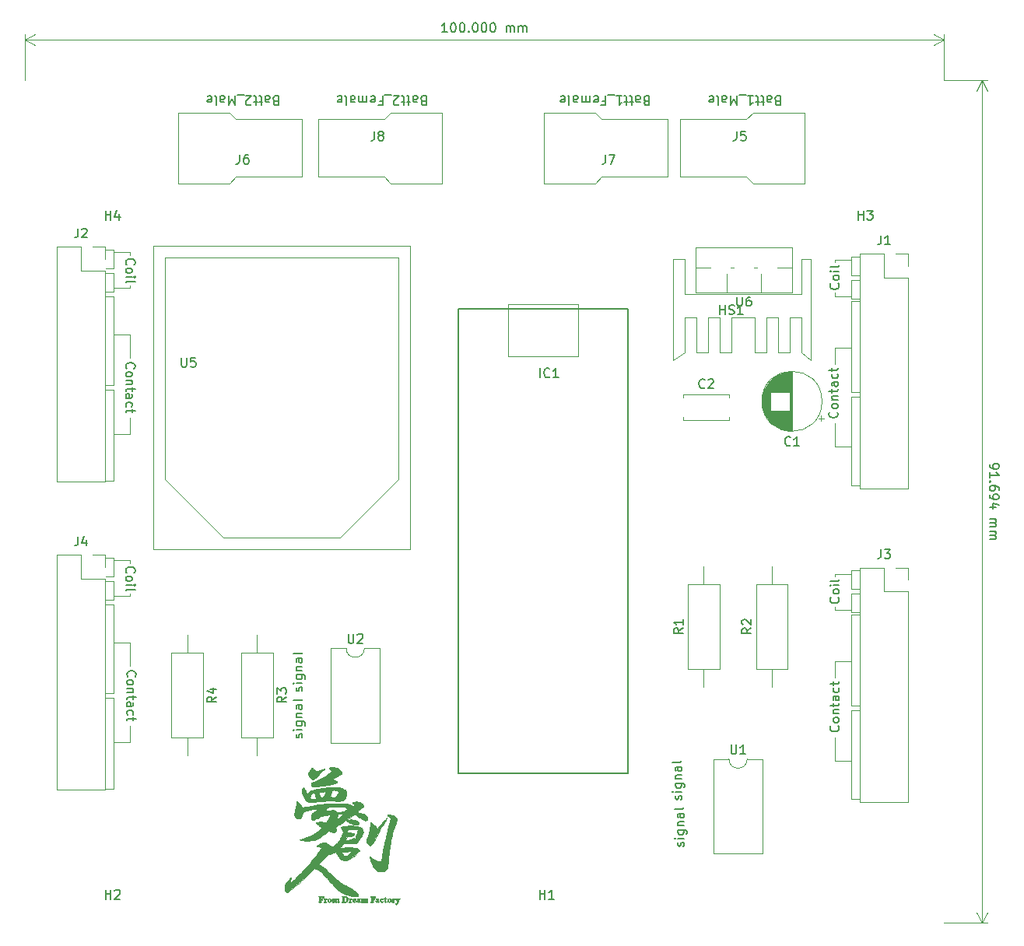
<source format=gbr>
G04 #@! TF.GenerationSoftware,KiCad,Pcbnew,(5.1.0)-1*
G04 #@! TF.CreationDate,2022-09-11T19:47:26+09:00*
G04 #@! TF.ProjectId,2022NHK_XBee_ver2,32303232-4e48-44b5-9f58-4265655f7665,rev?*
G04 #@! TF.SameCoordinates,Original*
G04 #@! TF.FileFunction,Legend,Top*
G04 #@! TF.FilePolarity,Positive*
%FSLAX46Y46*%
G04 Gerber Fmt 4.6, Leading zero omitted, Abs format (unit mm)*
G04 Created by KiCad (PCBNEW (5.1.0)-1) date 2022-09-11 19:47:26*
%MOMM*%
%LPD*%
G04 APERTURE LIST*
%ADD10C,0.150000*%
%ADD11C,0.120000*%
%ADD12C,0.010000*%
G04 APERTURE END LIST*
D10*
X104957619Y-45609380D02*
X104957619Y-45799857D01*
X105005238Y-45895095D01*
X105052857Y-45942714D01*
X105195714Y-46037952D01*
X105386190Y-46085571D01*
X105767142Y-46085571D01*
X105862380Y-46037952D01*
X105910000Y-45990333D01*
X105957619Y-45895095D01*
X105957619Y-45704619D01*
X105910000Y-45609380D01*
X105862380Y-45561761D01*
X105767142Y-45514142D01*
X105529047Y-45514142D01*
X105433809Y-45561761D01*
X105386190Y-45609380D01*
X105338571Y-45704619D01*
X105338571Y-45895095D01*
X105386190Y-45990333D01*
X105433809Y-46037952D01*
X105529047Y-46085571D01*
X104957619Y-47037952D02*
X104957619Y-46466523D01*
X104957619Y-46752238D02*
X105957619Y-46752238D01*
X105814761Y-46657000D01*
X105719523Y-46561761D01*
X105671904Y-46466523D01*
X105052857Y-47466523D02*
X105005238Y-47514142D01*
X104957619Y-47466523D01*
X105005238Y-47418904D01*
X105052857Y-47466523D01*
X104957619Y-47466523D01*
X105957619Y-48371285D02*
X105957619Y-48180809D01*
X105910000Y-48085571D01*
X105862380Y-48037952D01*
X105719523Y-47942714D01*
X105529047Y-47895095D01*
X105148095Y-47895095D01*
X105052857Y-47942714D01*
X105005238Y-47990333D01*
X104957619Y-48085571D01*
X104957619Y-48276047D01*
X105005238Y-48371285D01*
X105052857Y-48418904D01*
X105148095Y-48466523D01*
X105386190Y-48466523D01*
X105481428Y-48418904D01*
X105529047Y-48371285D01*
X105576666Y-48276047D01*
X105576666Y-48085571D01*
X105529047Y-47990333D01*
X105481428Y-47942714D01*
X105386190Y-47895095D01*
X104957619Y-48942714D02*
X104957619Y-49133190D01*
X105005238Y-49228428D01*
X105052857Y-49276047D01*
X105195714Y-49371285D01*
X105386190Y-49418904D01*
X105767142Y-49418904D01*
X105862380Y-49371285D01*
X105910000Y-49323666D01*
X105957619Y-49228428D01*
X105957619Y-49037952D01*
X105910000Y-48942714D01*
X105862380Y-48895095D01*
X105767142Y-48847476D01*
X105529047Y-48847476D01*
X105433809Y-48895095D01*
X105386190Y-48942714D01*
X105338571Y-49037952D01*
X105338571Y-49228428D01*
X105386190Y-49323666D01*
X105433809Y-49371285D01*
X105529047Y-49418904D01*
X105624285Y-50276047D02*
X104957619Y-50276047D01*
X106005238Y-50037952D02*
X105290952Y-49799857D01*
X105290952Y-50418904D01*
X104957619Y-51561761D02*
X105624285Y-51561761D01*
X105529047Y-51561761D02*
X105576666Y-51609380D01*
X105624285Y-51704619D01*
X105624285Y-51847476D01*
X105576666Y-51942714D01*
X105481428Y-51990333D01*
X104957619Y-51990333D01*
X105481428Y-51990333D02*
X105576666Y-52037952D01*
X105624285Y-52133190D01*
X105624285Y-52276047D01*
X105576666Y-52371285D01*
X105481428Y-52418904D01*
X104957619Y-52418904D01*
X104957619Y-52895095D02*
X105624285Y-52895095D01*
X105529047Y-52895095D02*
X105576666Y-52942714D01*
X105624285Y-53037952D01*
X105624285Y-53180809D01*
X105576666Y-53276047D01*
X105481428Y-53323666D01*
X104957619Y-53323666D01*
X105481428Y-53323666D02*
X105576666Y-53371285D01*
X105624285Y-53466523D01*
X105624285Y-53609380D01*
X105576666Y-53704619D01*
X105481428Y-53752238D01*
X104957619Y-53752238D01*
D11*
X104140000Y-3810000D02*
X104140000Y-95504000D01*
X100000000Y-3810000D02*
X104726421Y-3810000D01*
X100000000Y-95504000D02*
X104726421Y-95504000D01*
X104140000Y-95504000D02*
X103553579Y-94377496D01*
X104140000Y-95504000D02*
X104726421Y-94377496D01*
X104140000Y-3810000D02*
X103553579Y-4936504D01*
X104140000Y-3810000D02*
X104726421Y-4936504D01*
D10*
X45952380Y1452619D02*
X45380952Y1452619D01*
X45666666Y1452619D02*
X45666666Y2452619D01*
X45571428Y2309761D01*
X45476190Y2214523D01*
X45380952Y2166904D01*
X46571428Y2452619D02*
X46666666Y2452619D01*
X46761904Y2405000D01*
X46809523Y2357380D01*
X46857142Y2262142D01*
X46904761Y2071666D01*
X46904761Y1833571D01*
X46857142Y1643095D01*
X46809523Y1547857D01*
X46761904Y1500238D01*
X46666666Y1452619D01*
X46571428Y1452619D01*
X46476190Y1500238D01*
X46428571Y1547857D01*
X46380952Y1643095D01*
X46333333Y1833571D01*
X46333333Y2071666D01*
X46380952Y2262142D01*
X46428571Y2357380D01*
X46476190Y2405000D01*
X46571428Y2452619D01*
X47523809Y2452619D02*
X47619047Y2452619D01*
X47714285Y2405000D01*
X47761904Y2357380D01*
X47809523Y2262142D01*
X47857142Y2071666D01*
X47857142Y1833571D01*
X47809523Y1643095D01*
X47761904Y1547857D01*
X47714285Y1500238D01*
X47619047Y1452619D01*
X47523809Y1452619D01*
X47428571Y1500238D01*
X47380952Y1547857D01*
X47333333Y1643095D01*
X47285714Y1833571D01*
X47285714Y2071666D01*
X47333333Y2262142D01*
X47380952Y2357380D01*
X47428571Y2405000D01*
X47523809Y2452619D01*
X48285714Y1547857D02*
X48333333Y1500238D01*
X48285714Y1452619D01*
X48238095Y1500238D01*
X48285714Y1547857D01*
X48285714Y1452619D01*
X48952380Y2452619D02*
X49047619Y2452619D01*
X49142857Y2405000D01*
X49190476Y2357380D01*
X49238095Y2262142D01*
X49285714Y2071666D01*
X49285714Y1833571D01*
X49238095Y1643095D01*
X49190476Y1547857D01*
X49142857Y1500238D01*
X49047619Y1452619D01*
X48952380Y1452619D01*
X48857142Y1500238D01*
X48809523Y1547857D01*
X48761904Y1643095D01*
X48714285Y1833571D01*
X48714285Y2071666D01*
X48761904Y2262142D01*
X48809523Y2357380D01*
X48857142Y2405000D01*
X48952380Y2452619D01*
X49904761Y2452619D02*
X49999999Y2452619D01*
X50095238Y2405000D01*
X50142857Y2357380D01*
X50190476Y2262142D01*
X50238095Y2071666D01*
X50238095Y1833571D01*
X50190476Y1643095D01*
X50142857Y1547857D01*
X50095238Y1500238D01*
X49999999Y1452619D01*
X49904761Y1452619D01*
X49809523Y1500238D01*
X49761904Y1547857D01*
X49714285Y1643095D01*
X49666666Y1833571D01*
X49666666Y2071666D01*
X49714285Y2262142D01*
X49761904Y2357380D01*
X49809523Y2405000D01*
X49904761Y2452619D01*
X50857142Y2452619D02*
X50952380Y2452619D01*
X51047619Y2405000D01*
X51095238Y2357380D01*
X51142857Y2262142D01*
X51190476Y2071666D01*
X51190476Y1833571D01*
X51142857Y1643095D01*
X51095238Y1547857D01*
X51047619Y1500238D01*
X50952380Y1452619D01*
X50857142Y1452619D01*
X50761904Y1500238D01*
X50714285Y1547857D01*
X50666666Y1643095D01*
X50619047Y1833571D01*
X50619047Y2071666D01*
X50666666Y2262142D01*
X50714285Y2357380D01*
X50761904Y2405000D01*
X50857142Y2452619D01*
X52380952Y1452619D02*
X52380952Y2119285D01*
X52380952Y2024047D02*
X52428571Y2071666D01*
X52523809Y2119285D01*
X52666666Y2119285D01*
X52761904Y2071666D01*
X52809523Y1976428D01*
X52809523Y1452619D01*
X52809523Y1976428D02*
X52857142Y2071666D01*
X52952380Y2119285D01*
X53095238Y2119285D01*
X53190476Y2071666D01*
X53238095Y1976428D01*
X53238095Y1452619D01*
X53714285Y1452619D02*
X53714285Y2119285D01*
X53714285Y2024047D02*
X53761904Y2071666D01*
X53857142Y2119285D01*
X54000000Y2119285D01*
X54095238Y2071666D01*
X54142857Y1976428D01*
X54142857Y1452619D01*
X54142857Y1976428D02*
X54190476Y2071666D01*
X54285714Y2119285D01*
X54428571Y2119285D01*
X54523809Y2071666D01*
X54571428Y1976428D01*
X54571428Y1452619D01*
D11*
X0Y635000D02*
X100000000Y635000D01*
X0Y-3810000D02*
X0Y1221421D01*
X100000000Y-3810000D02*
X100000000Y1221421D01*
X100000000Y635000D02*
X98873496Y48579D01*
X100000000Y635000D02*
X98873496Y1221421D01*
X0Y635000D02*
X1126504Y48579D01*
X0Y635000D02*
X1126504Y1221421D01*
D10*
X30122761Y-75350428D02*
X30170380Y-75255190D01*
X30170380Y-75064714D01*
X30122761Y-74969476D01*
X30027523Y-74921857D01*
X29979904Y-74921857D01*
X29884666Y-74969476D01*
X29837047Y-75064714D01*
X29837047Y-75207571D01*
X29789428Y-75302809D01*
X29694190Y-75350428D01*
X29646571Y-75350428D01*
X29551333Y-75302809D01*
X29503714Y-75207571D01*
X29503714Y-75064714D01*
X29551333Y-74969476D01*
X30170380Y-74493285D02*
X29503714Y-74493285D01*
X29170380Y-74493285D02*
X29218000Y-74540904D01*
X29265619Y-74493285D01*
X29218000Y-74445666D01*
X29170380Y-74493285D01*
X29265619Y-74493285D01*
X29503714Y-73588523D02*
X30313238Y-73588523D01*
X30408476Y-73636142D01*
X30456095Y-73683761D01*
X30503714Y-73779000D01*
X30503714Y-73921857D01*
X30456095Y-74017095D01*
X30122761Y-73588523D02*
X30170380Y-73683761D01*
X30170380Y-73874238D01*
X30122761Y-73969476D01*
X30075142Y-74017095D01*
X29979904Y-74064714D01*
X29694190Y-74064714D01*
X29598952Y-74017095D01*
X29551333Y-73969476D01*
X29503714Y-73874238D01*
X29503714Y-73683761D01*
X29551333Y-73588523D01*
X29503714Y-73112333D02*
X30170380Y-73112333D01*
X29598952Y-73112333D02*
X29551333Y-73064714D01*
X29503714Y-72969476D01*
X29503714Y-72826619D01*
X29551333Y-72731380D01*
X29646571Y-72683761D01*
X30170380Y-72683761D01*
X30170380Y-71779000D02*
X29646571Y-71779000D01*
X29551333Y-71826619D01*
X29503714Y-71921857D01*
X29503714Y-72112333D01*
X29551333Y-72207571D01*
X30122761Y-71779000D02*
X30170380Y-71874238D01*
X30170380Y-72112333D01*
X30122761Y-72207571D01*
X30027523Y-72255190D01*
X29932285Y-72255190D01*
X29837047Y-72207571D01*
X29789428Y-72112333D01*
X29789428Y-71874238D01*
X29741809Y-71779000D01*
X30170380Y-71159952D02*
X30122761Y-71255190D01*
X30027523Y-71302809D01*
X29170380Y-71302809D01*
X71651761Y-87161428D02*
X71699380Y-87066190D01*
X71699380Y-86875714D01*
X71651761Y-86780476D01*
X71556523Y-86732857D01*
X71508904Y-86732857D01*
X71413666Y-86780476D01*
X71366047Y-86875714D01*
X71366047Y-87018571D01*
X71318428Y-87113809D01*
X71223190Y-87161428D01*
X71175571Y-87161428D01*
X71080333Y-87113809D01*
X71032714Y-87018571D01*
X71032714Y-86875714D01*
X71080333Y-86780476D01*
X71699380Y-86304285D02*
X71032714Y-86304285D01*
X70699380Y-86304285D02*
X70747000Y-86351904D01*
X70794619Y-86304285D01*
X70747000Y-86256666D01*
X70699380Y-86304285D01*
X70794619Y-86304285D01*
X71032714Y-85399523D02*
X71842238Y-85399523D01*
X71937476Y-85447142D01*
X71985095Y-85494761D01*
X72032714Y-85590000D01*
X72032714Y-85732857D01*
X71985095Y-85828095D01*
X71651761Y-85399523D02*
X71699380Y-85494761D01*
X71699380Y-85685238D01*
X71651761Y-85780476D01*
X71604142Y-85828095D01*
X71508904Y-85875714D01*
X71223190Y-85875714D01*
X71127952Y-85828095D01*
X71080333Y-85780476D01*
X71032714Y-85685238D01*
X71032714Y-85494761D01*
X71080333Y-85399523D01*
X71032714Y-84923333D02*
X71699380Y-84923333D01*
X71127952Y-84923333D02*
X71080333Y-84875714D01*
X71032714Y-84780476D01*
X71032714Y-84637619D01*
X71080333Y-84542380D01*
X71175571Y-84494761D01*
X71699380Y-84494761D01*
X71699380Y-83590000D02*
X71175571Y-83590000D01*
X71080333Y-83637619D01*
X71032714Y-83732857D01*
X71032714Y-83923333D01*
X71080333Y-84018571D01*
X71651761Y-83590000D02*
X71699380Y-83685238D01*
X71699380Y-83923333D01*
X71651761Y-84018571D01*
X71556523Y-84066190D01*
X71461285Y-84066190D01*
X71366047Y-84018571D01*
X71318428Y-83923333D01*
X71318428Y-83685238D01*
X71270809Y-83590000D01*
X71699380Y-82970952D02*
X71651761Y-83066190D01*
X71556523Y-83113809D01*
X70699380Y-83113809D01*
X71397761Y-82081428D02*
X71445380Y-81986190D01*
X71445380Y-81795714D01*
X71397761Y-81700476D01*
X71302523Y-81652857D01*
X71254904Y-81652857D01*
X71159666Y-81700476D01*
X71112047Y-81795714D01*
X71112047Y-81938571D01*
X71064428Y-82033809D01*
X70969190Y-82081428D01*
X70921571Y-82081428D01*
X70826333Y-82033809D01*
X70778714Y-81938571D01*
X70778714Y-81795714D01*
X70826333Y-81700476D01*
X71445380Y-81224285D02*
X70778714Y-81224285D01*
X70445380Y-81224285D02*
X70493000Y-81271904D01*
X70540619Y-81224285D01*
X70493000Y-81176666D01*
X70445380Y-81224285D01*
X70540619Y-81224285D01*
X70778714Y-80319523D02*
X71588238Y-80319523D01*
X71683476Y-80367142D01*
X71731095Y-80414761D01*
X71778714Y-80510000D01*
X71778714Y-80652857D01*
X71731095Y-80748095D01*
X71397761Y-80319523D02*
X71445380Y-80414761D01*
X71445380Y-80605238D01*
X71397761Y-80700476D01*
X71350142Y-80748095D01*
X71254904Y-80795714D01*
X70969190Y-80795714D01*
X70873952Y-80748095D01*
X70826333Y-80700476D01*
X70778714Y-80605238D01*
X70778714Y-80414761D01*
X70826333Y-80319523D01*
X70778714Y-79843333D02*
X71445380Y-79843333D01*
X70873952Y-79843333D02*
X70826333Y-79795714D01*
X70778714Y-79700476D01*
X70778714Y-79557619D01*
X70826333Y-79462380D01*
X70921571Y-79414761D01*
X71445380Y-79414761D01*
X71445380Y-78510000D02*
X70921571Y-78510000D01*
X70826333Y-78557619D01*
X70778714Y-78652857D01*
X70778714Y-78843333D01*
X70826333Y-78938571D01*
X71397761Y-78510000D02*
X71445380Y-78605238D01*
X71445380Y-78843333D01*
X71397761Y-78938571D01*
X71302523Y-78986190D01*
X71207285Y-78986190D01*
X71112047Y-78938571D01*
X71064428Y-78843333D01*
X71064428Y-78605238D01*
X71016809Y-78510000D01*
X71445380Y-77890952D02*
X71397761Y-77986190D01*
X71302523Y-78033809D01*
X70445380Y-78033809D01*
X30122761Y-70270428D02*
X30170380Y-70175190D01*
X30170380Y-69984714D01*
X30122761Y-69889476D01*
X30027523Y-69841857D01*
X29979904Y-69841857D01*
X29884666Y-69889476D01*
X29837047Y-69984714D01*
X29837047Y-70127571D01*
X29789428Y-70222809D01*
X29694190Y-70270428D01*
X29646571Y-70270428D01*
X29551333Y-70222809D01*
X29503714Y-70127571D01*
X29503714Y-69984714D01*
X29551333Y-69889476D01*
X30170380Y-69413285D02*
X29503714Y-69413285D01*
X29170380Y-69413285D02*
X29218000Y-69460904D01*
X29265619Y-69413285D01*
X29218000Y-69365666D01*
X29170380Y-69413285D01*
X29265619Y-69413285D01*
X29503714Y-68508523D02*
X30313238Y-68508523D01*
X30408476Y-68556142D01*
X30456095Y-68603761D01*
X30503714Y-68699000D01*
X30503714Y-68841857D01*
X30456095Y-68937095D01*
X30122761Y-68508523D02*
X30170380Y-68603761D01*
X30170380Y-68794238D01*
X30122761Y-68889476D01*
X30075142Y-68937095D01*
X29979904Y-68984714D01*
X29694190Y-68984714D01*
X29598952Y-68937095D01*
X29551333Y-68889476D01*
X29503714Y-68794238D01*
X29503714Y-68603761D01*
X29551333Y-68508523D01*
X29503714Y-68032333D02*
X30170380Y-68032333D01*
X29598952Y-68032333D02*
X29551333Y-67984714D01*
X29503714Y-67889476D01*
X29503714Y-67746619D01*
X29551333Y-67651380D01*
X29646571Y-67603761D01*
X30170380Y-67603761D01*
X30170380Y-66699000D02*
X29646571Y-66699000D01*
X29551333Y-66746619D01*
X29503714Y-66841857D01*
X29503714Y-67032333D01*
X29551333Y-67127571D01*
X30122761Y-66699000D02*
X30170380Y-66794238D01*
X30170380Y-67032333D01*
X30122761Y-67127571D01*
X30027523Y-67175190D01*
X29932285Y-67175190D01*
X29837047Y-67127571D01*
X29789428Y-67032333D01*
X29789428Y-66794238D01*
X29741809Y-66699000D01*
X30170380Y-66079952D02*
X30122761Y-66175190D01*
X30027523Y-66222809D01*
X29170380Y-66222809D01*
D11*
X89916000Y-61722000D02*
X89916000Y-59690000D01*
X90805000Y-59182000D02*
X89916000Y-59182000D01*
X89916000Y-59182000D02*
X89916000Y-57150000D01*
X89916000Y-61468000D02*
X88138000Y-61468000D01*
X89916000Y-57531000D02*
X88138000Y-57531000D01*
X88138000Y-57531000D02*
X88138000Y-57785000D01*
X89916000Y-59690000D02*
X90805000Y-59690000D01*
X89916000Y-57150000D02*
X90805000Y-57150000D01*
X90805000Y-61722000D02*
X89916000Y-61722000D01*
X88138000Y-61468000D02*
X88138000Y-61087000D01*
D10*
X88495142Y-60078857D02*
X88542761Y-60126476D01*
X88590380Y-60269333D01*
X88590380Y-60364571D01*
X88542761Y-60507428D01*
X88447523Y-60602666D01*
X88352285Y-60650285D01*
X88161809Y-60697904D01*
X88018952Y-60697904D01*
X87828476Y-60650285D01*
X87733238Y-60602666D01*
X87638000Y-60507428D01*
X87590380Y-60364571D01*
X87590380Y-60269333D01*
X87638000Y-60126476D01*
X87685619Y-60078857D01*
X88590380Y-59507428D02*
X88542761Y-59602666D01*
X88495142Y-59650285D01*
X88399904Y-59697904D01*
X88114190Y-59697904D01*
X88018952Y-59650285D01*
X87971333Y-59602666D01*
X87923714Y-59507428D01*
X87923714Y-59364571D01*
X87971333Y-59269333D01*
X88018952Y-59221714D01*
X88114190Y-59174095D01*
X88399904Y-59174095D01*
X88495142Y-59221714D01*
X88542761Y-59269333D01*
X88590380Y-59364571D01*
X88590380Y-59507428D01*
X88590380Y-58745523D02*
X87923714Y-58745523D01*
X87590380Y-58745523D02*
X87638000Y-58793142D01*
X87685619Y-58745523D01*
X87638000Y-58697904D01*
X87590380Y-58745523D01*
X87685619Y-58745523D01*
X88590380Y-58126476D02*
X88542761Y-58221714D01*
X88447523Y-58269333D01*
X87590380Y-58269333D01*
D11*
X89916000Y-27559000D02*
X89916000Y-25527000D01*
X90805000Y-25019000D02*
X89916000Y-25019000D01*
X89916000Y-25019000D02*
X89916000Y-22987000D01*
X89916000Y-27305000D02*
X88138000Y-27305000D01*
X89916000Y-23368000D02*
X88138000Y-23368000D01*
X88138000Y-23368000D02*
X88138000Y-23622000D01*
X89916000Y-25527000D02*
X90805000Y-25527000D01*
X89916000Y-22987000D02*
X90805000Y-22987000D01*
X90805000Y-27559000D02*
X89916000Y-27559000D01*
X88138000Y-27305000D02*
X88138000Y-26924000D01*
D10*
X88495142Y-25915857D02*
X88542761Y-25963476D01*
X88590380Y-26106333D01*
X88590380Y-26201571D01*
X88542761Y-26344428D01*
X88447523Y-26439666D01*
X88352285Y-26487285D01*
X88161809Y-26534904D01*
X88018952Y-26534904D01*
X87828476Y-26487285D01*
X87733238Y-26439666D01*
X87638000Y-26344428D01*
X87590380Y-26201571D01*
X87590380Y-26106333D01*
X87638000Y-25963476D01*
X87685619Y-25915857D01*
X88590380Y-25344428D02*
X88542761Y-25439666D01*
X88495142Y-25487285D01*
X88399904Y-25534904D01*
X88114190Y-25534904D01*
X88018952Y-25487285D01*
X87971333Y-25439666D01*
X87923714Y-25344428D01*
X87923714Y-25201571D01*
X87971333Y-25106333D01*
X88018952Y-25058714D01*
X88114190Y-25011095D01*
X88399904Y-25011095D01*
X88495142Y-25058714D01*
X88542761Y-25106333D01*
X88590380Y-25201571D01*
X88590380Y-25344428D01*
X88590380Y-24582523D02*
X87923714Y-24582523D01*
X87590380Y-24582523D02*
X87638000Y-24630142D01*
X87685619Y-24582523D01*
X87638000Y-24534904D01*
X87590380Y-24582523D01*
X87685619Y-24582523D01*
X88590380Y-23963476D02*
X88542761Y-24058714D01*
X88447523Y-24106333D01*
X87590380Y-24106333D01*
D11*
X9652000Y-55753000D02*
X9652000Y-57785000D01*
X8763000Y-58293000D02*
X9652000Y-58293000D01*
X9652000Y-58293000D02*
X9652000Y-60325000D01*
X9652000Y-56007000D02*
X11430000Y-56007000D01*
X9652000Y-59944000D02*
X11430000Y-59944000D01*
X11430000Y-59944000D02*
X11430000Y-59690000D01*
X9652000Y-57785000D02*
X8763000Y-57785000D01*
X9652000Y-60325000D02*
X8763000Y-60325000D01*
X8763000Y-55753000D02*
X9652000Y-55753000D01*
X11430000Y-56007000D02*
X11430000Y-56388000D01*
D10*
X11072857Y-57396142D02*
X11025238Y-57348523D01*
X10977619Y-57205666D01*
X10977619Y-57110428D01*
X11025238Y-56967571D01*
X11120476Y-56872333D01*
X11215714Y-56824714D01*
X11406190Y-56777095D01*
X11549047Y-56777095D01*
X11739523Y-56824714D01*
X11834761Y-56872333D01*
X11930000Y-56967571D01*
X11977619Y-57110428D01*
X11977619Y-57205666D01*
X11930000Y-57348523D01*
X11882380Y-57396142D01*
X10977619Y-57967571D02*
X11025238Y-57872333D01*
X11072857Y-57824714D01*
X11168095Y-57777095D01*
X11453809Y-57777095D01*
X11549047Y-57824714D01*
X11596666Y-57872333D01*
X11644285Y-57967571D01*
X11644285Y-58110428D01*
X11596666Y-58205666D01*
X11549047Y-58253285D01*
X11453809Y-58300904D01*
X11168095Y-58300904D01*
X11072857Y-58253285D01*
X11025238Y-58205666D01*
X10977619Y-58110428D01*
X10977619Y-57967571D01*
X10977619Y-58729476D02*
X11644285Y-58729476D01*
X11977619Y-58729476D02*
X11930000Y-58681857D01*
X11882380Y-58729476D01*
X11930000Y-58777095D01*
X11977619Y-58729476D01*
X11882380Y-58729476D01*
X10977619Y-59348523D02*
X11025238Y-59253285D01*
X11120476Y-59205666D01*
X11977619Y-59205666D01*
D11*
X11430000Y-22479000D02*
X11430000Y-22860000D01*
X9652000Y-22479000D02*
X11430000Y-22479000D01*
X11430000Y-26416000D02*
X11430000Y-26162000D01*
X9652000Y-26416000D02*
X11430000Y-26416000D01*
X9652000Y-26797000D02*
X8763000Y-26797000D01*
X9652000Y-24765000D02*
X9652000Y-26797000D01*
X8763000Y-24765000D02*
X9652000Y-24765000D01*
X9652000Y-24257000D02*
X8763000Y-24257000D01*
X9652000Y-22225000D02*
X9652000Y-24257000D01*
X8763000Y-22225000D02*
X9652000Y-22225000D01*
X89916000Y-37719000D02*
X89916000Y-27813000D01*
X88138000Y-32893000D02*
X88138000Y-34671000D01*
X89916000Y-43688000D02*
X88138000Y-43688000D01*
X89916000Y-27813000D02*
X90805000Y-27813000D01*
X89916000Y-38227000D02*
X90805000Y-38227000D01*
X90805000Y-47879000D02*
X89916000Y-47879000D01*
X90805000Y-37719000D02*
X89916000Y-37719000D01*
X89916000Y-32893000D02*
X88138000Y-32893000D01*
X89916000Y-47879000D02*
X89916000Y-38227000D01*
X88138000Y-43688000D02*
X88138000Y-41148000D01*
X89916000Y-71882000D02*
X89916000Y-61976000D01*
X88138000Y-67056000D02*
X88138000Y-68834000D01*
X89916000Y-77851000D02*
X88138000Y-77851000D01*
X89916000Y-61976000D02*
X90805000Y-61976000D01*
X89916000Y-72390000D02*
X90805000Y-72390000D01*
X90805000Y-82042000D02*
X89916000Y-82042000D01*
X90805000Y-71882000D02*
X89916000Y-71882000D01*
X89916000Y-67056000D02*
X88138000Y-67056000D01*
X89916000Y-82042000D02*
X89916000Y-72390000D01*
X88138000Y-77851000D02*
X88138000Y-75311000D01*
X9652000Y-70993000D02*
X9652000Y-80899000D01*
X11430000Y-75819000D02*
X11430000Y-74041000D01*
X9652000Y-65024000D02*
X11430000Y-65024000D01*
X9652000Y-80899000D02*
X8763000Y-80899000D01*
X9652000Y-70485000D02*
X8763000Y-70485000D01*
X8763000Y-60833000D02*
X9652000Y-60833000D01*
X8763000Y-70993000D02*
X9652000Y-70993000D01*
X9652000Y-75819000D02*
X11430000Y-75819000D01*
X9652000Y-60833000D02*
X9652000Y-70485000D01*
X11430000Y-65024000D02*
X11430000Y-67564000D01*
X11430000Y-42291000D02*
X11430000Y-40513000D01*
X9652000Y-42291000D02*
X11430000Y-42291000D01*
X11430000Y-31496000D02*
X11430000Y-34036000D01*
X9652000Y-31496000D02*
X11430000Y-31496000D01*
X9652000Y-47371000D02*
X8763000Y-47371000D01*
X9652000Y-37465000D02*
X9652000Y-47371000D01*
X8763000Y-37465000D02*
X9652000Y-37465000D01*
X9652000Y-36957000D02*
X8763000Y-36957000D01*
X9652000Y-27305000D02*
X9652000Y-36957000D01*
X8763000Y-27305000D02*
X9652000Y-27305000D01*
D10*
X88368142Y-39893619D02*
X88415761Y-39941238D01*
X88463380Y-40084095D01*
X88463380Y-40179333D01*
X88415761Y-40322190D01*
X88320523Y-40417428D01*
X88225285Y-40465047D01*
X88034809Y-40512666D01*
X87891952Y-40512666D01*
X87701476Y-40465047D01*
X87606238Y-40417428D01*
X87511000Y-40322190D01*
X87463380Y-40179333D01*
X87463380Y-40084095D01*
X87511000Y-39941238D01*
X87558619Y-39893619D01*
X88463380Y-39322190D02*
X88415761Y-39417428D01*
X88368142Y-39465047D01*
X88272904Y-39512666D01*
X87987190Y-39512666D01*
X87891952Y-39465047D01*
X87844333Y-39417428D01*
X87796714Y-39322190D01*
X87796714Y-39179333D01*
X87844333Y-39084095D01*
X87891952Y-39036476D01*
X87987190Y-38988857D01*
X88272904Y-38988857D01*
X88368142Y-39036476D01*
X88415761Y-39084095D01*
X88463380Y-39179333D01*
X88463380Y-39322190D01*
X87796714Y-38560285D02*
X88463380Y-38560285D01*
X87891952Y-38560285D02*
X87844333Y-38512666D01*
X87796714Y-38417428D01*
X87796714Y-38274571D01*
X87844333Y-38179333D01*
X87939571Y-38131714D01*
X88463380Y-38131714D01*
X87796714Y-37798380D02*
X87796714Y-37417428D01*
X87463380Y-37655523D02*
X88320523Y-37655523D01*
X88415761Y-37607904D01*
X88463380Y-37512666D01*
X88463380Y-37417428D01*
X88463380Y-36655523D02*
X87939571Y-36655523D01*
X87844333Y-36703142D01*
X87796714Y-36798380D01*
X87796714Y-36988857D01*
X87844333Y-37084095D01*
X88415761Y-36655523D02*
X88463380Y-36750761D01*
X88463380Y-36988857D01*
X88415761Y-37084095D01*
X88320523Y-37131714D01*
X88225285Y-37131714D01*
X88130047Y-37084095D01*
X88082428Y-36988857D01*
X88082428Y-36750761D01*
X88034809Y-36655523D01*
X88415761Y-35750761D02*
X88463380Y-35846000D01*
X88463380Y-36036476D01*
X88415761Y-36131714D01*
X88368142Y-36179333D01*
X88272904Y-36226952D01*
X87987190Y-36226952D01*
X87891952Y-36179333D01*
X87844333Y-36131714D01*
X87796714Y-36036476D01*
X87796714Y-35846000D01*
X87844333Y-35750761D01*
X87796714Y-35465047D02*
X87796714Y-35084095D01*
X87463380Y-35322190D02*
X88320523Y-35322190D01*
X88415761Y-35274571D01*
X88463380Y-35179333D01*
X88463380Y-35084095D01*
X88495142Y-74056619D02*
X88542761Y-74104238D01*
X88590380Y-74247095D01*
X88590380Y-74342333D01*
X88542761Y-74485190D01*
X88447523Y-74580428D01*
X88352285Y-74628047D01*
X88161809Y-74675666D01*
X88018952Y-74675666D01*
X87828476Y-74628047D01*
X87733238Y-74580428D01*
X87638000Y-74485190D01*
X87590380Y-74342333D01*
X87590380Y-74247095D01*
X87638000Y-74104238D01*
X87685619Y-74056619D01*
X88590380Y-73485190D02*
X88542761Y-73580428D01*
X88495142Y-73628047D01*
X88399904Y-73675666D01*
X88114190Y-73675666D01*
X88018952Y-73628047D01*
X87971333Y-73580428D01*
X87923714Y-73485190D01*
X87923714Y-73342333D01*
X87971333Y-73247095D01*
X88018952Y-73199476D01*
X88114190Y-73151857D01*
X88399904Y-73151857D01*
X88495142Y-73199476D01*
X88542761Y-73247095D01*
X88590380Y-73342333D01*
X88590380Y-73485190D01*
X87923714Y-72723285D02*
X88590380Y-72723285D01*
X88018952Y-72723285D02*
X87971333Y-72675666D01*
X87923714Y-72580428D01*
X87923714Y-72437571D01*
X87971333Y-72342333D01*
X88066571Y-72294714D01*
X88590380Y-72294714D01*
X87923714Y-71961380D02*
X87923714Y-71580428D01*
X87590380Y-71818523D02*
X88447523Y-71818523D01*
X88542761Y-71770904D01*
X88590380Y-71675666D01*
X88590380Y-71580428D01*
X88590380Y-70818523D02*
X88066571Y-70818523D01*
X87971333Y-70866142D01*
X87923714Y-70961380D01*
X87923714Y-71151857D01*
X87971333Y-71247095D01*
X88542761Y-70818523D02*
X88590380Y-70913761D01*
X88590380Y-71151857D01*
X88542761Y-71247095D01*
X88447523Y-71294714D01*
X88352285Y-71294714D01*
X88257047Y-71247095D01*
X88209428Y-71151857D01*
X88209428Y-70913761D01*
X88161809Y-70818523D01*
X88542761Y-69913761D02*
X88590380Y-70009000D01*
X88590380Y-70199476D01*
X88542761Y-70294714D01*
X88495142Y-70342333D01*
X88399904Y-70389952D01*
X88114190Y-70389952D01*
X88018952Y-70342333D01*
X87971333Y-70294714D01*
X87923714Y-70199476D01*
X87923714Y-70009000D01*
X87971333Y-69913761D01*
X87923714Y-69628047D02*
X87923714Y-69247095D01*
X87590380Y-69485190D02*
X88447523Y-69485190D01*
X88542761Y-69437571D01*
X88590380Y-69342333D01*
X88590380Y-69247095D01*
X11199857Y-68691380D02*
X11152238Y-68643761D01*
X11104619Y-68500904D01*
X11104619Y-68405666D01*
X11152238Y-68262809D01*
X11247476Y-68167571D01*
X11342714Y-68119952D01*
X11533190Y-68072333D01*
X11676047Y-68072333D01*
X11866523Y-68119952D01*
X11961761Y-68167571D01*
X12057000Y-68262809D01*
X12104619Y-68405666D01*
X12104619Y-68500904D01*
X12057000Y-68643761D01*
X12009380Y-68691380D01*
X11104619Y-69262809D02*
X11152238Y-69167571D01*
X11199857Y-69119952D01*
X11295095Y-69072333D01*
X11580809Y-69072333D01*
X11676047Y-69119952D01*
X11723666Y-69167571D01*
X11771285Y-69262809D01*
X11771285Y-69405666D01*
X11723666Y-69500904D01*
X11676047Y-69548523D01*
X11580809Y-69596142D01*
X11295095Y-69596142D01*
X11199857Y-69548523D01*
X11152238Y-69500904D01*
X11104619Y-69405666D01*
X11104619Y-69262809D01*
X11771285Y-70024714D02*
X11104619Y-70024714D01*
X11676047Y-70024714D02*
X11723666Y-70072333D01*
X11771285Y-70167571D01*
X11771285Y-70310428D01*
X11723666Y-70405666D01*
X11628428Y-70453285D01*
X11104619Y-70453285D01*
X11771285Y-70786619D02*
X11771285Y-71167571D01*
X12104619Y-70929476D02*
X11247476Y-70929476D01*
X11152238Y-70977095D01*
X11104619Y-71072333D01*
X11104619Y-71167571D01*
X11104619Y-71929476D02*
X11628428Y-71929476D01*
X11723666Y-71881857D01*
X11771285Y-71786619D01*
X11771285Y-71596142D01*
X11723666Y-71500904D01*
X11152238Y-71929476D02*
X11104619Y-71834238D01*
X11104619Y-71596142D01*
X11152238Y-71500904D01*
X11247476Y-71453285D01*
X11342714Y-71453285D01*
X11437952Y-71500904D01*
X11485571Y-71596142D01*
X11485571Y-71834238D01*
X11533190Y-71929476D01*
X11152238Y-72834238D02*
X11104619Y-72739000D01*
X11104619Y-72548523D01*
X11152238Y-72453285D01*
X11199857Y-72405666D01*
X11295095Y-72358047D01*
X11580809Y-72358047D01*
X11676047Y-72405666D01*
X11723666Y-72453285D01*
X11771285Y-72548523D01*
X11771285Y-72739000D01*
X11723666Y-72834238D01*
X11771285Y-73119952D02*
X11771285Y-73500904D01*
X12104619Y-73262809D02*
X11247476Y-73262809D01*
X11152238Y-73310428D01*
X11104619Y-73405666D01*
X11104619Y-73500904D01*
X11072857Y-35163380D02*
X11025238Y-35115761D01*
X10977619Y-34972904D01*
X10977619Y-34877666D01*
X11025238Y-34734809D01*
X11120476Y-34639571D01*
X11215714Y-34591952D01*
X11406190Y-34544333D01*
X11549047Y-34544333D01*
X11739523Y-34591952D01*
X11834761Y-34639571D01*
X11930000Y-34734809D01*
X11977619Y-34877666D01*
X11977619Y-34972904D01*
X11930000Y-35115761D01*
X11882380Y-35163380D01*
X10977619Y-35734809D02*
X11025238Y-35639571D01*
X11072857Y-35591952D01*
X11168095Y-35544333D01*
X11453809Y-35544333D01*
X11549047Y-35591952D01*
X11596666Y-35639571D01*
X11644285Y-35734809D01*
X11644285Y-35877666D01*
X11596666Y-35972904D01*
X11549047Y-36020523D01*
X11453809Y-36068142D01*
X11168095Y-36068142D01*
X11072857Y-36020523D01*
X11025238Y-35972904D01*
X10977619Y-35877666D01*
X10977619Y-35734809D01*
X11644285Y-36496714D02*
X10977619Y-36496714D01*
X11549047Y-36496714D02*
X11596666Y-36544333D01*
X11644285Y-36639571D01*
X11644285Y-36782428D01*
X11596666Y-36877666D01*
X11501428Y-36925285D01*
X10977619Y-36925285D01*
X11644285Y-37258619D02*
X11644285Y-37639571D01*
X11977619Y-37401476D02*
X11120476Y-37401476D01*
X11025238Y-37449095D01*
X10977619Y-37544333D01*
X10977619Y-37639571D01*
X10977619Y-38401476D02*
X11501428Y-38401476D01*
X11596666Y-38353857D01*
X11644285Y-38258619D01*
X11644285Y-38068142D01*
X11596666Y-37972904D01*
X11025238Y-38401476D02*
X10977619Y-38306238D01*
X10977619Y-38068142D01*
X11025238Y-37972904D01*
X11120476Y-37925285D01*
X11215714Y-37925285D01*
X11310952Y-37972904D01*
X11358571Y-38068142D01*
X11358571Y-38306238D01*
X11406190Y-38401476D01*
X11025238Y-39306238D02*
X10977619Y-39211000D01*
X10977619Y-39020523D01*
X11025238Y-38925285D01*
X11072857Y-38877666D01*
X11168095Y-38830047D01*
X11453809Y-38830047D01*
X11549047Y-38877666D01*
X11596666Y-38925285D01*
X11644285Y-39020523D01*
X11644285Y-39211000D01*
X11596666Y-39306238D01*
X11644285Y-39591952D02*
X11644285Y-39972904D01*
X11977619Y-39734809D02*
X11120476Y-39734809D01*
X11025238Y-39782428D01*
X10977619Y-39877666D01*
X10977619Y-39972904D01*
X11072857Y-23868142D02*
X11025238Y-23820523D01*
X10977619Y-23677666D01*
X10977619Y-23582428D01*
X11025238Y-23439571D01*
X11120476Y-23344333D01*
X11215714Y-23296714D01*
X11406190Y-23249095D01*
X11549047Y-23249095D01*
X11739523Y-23296714D01*
X11834761Y-23344333D01*
X11930000Y-23439571D01*
X11977619Y-23582428D01*
X11977619Y-23677666D01*
X11930000Y-23820523D01*
X11882380Y-23868142D01*
X10977619Y-24439571D02*
X11025238Y-24344333D01*
X11072857Y-24296714D01*
X11168095Y-24249095D01*
X11453809Y-24249095D01*
X11549047Y-24296714D01*
X11596666Y-24344333D01*
X11644285Y-24439571D01*
X11644285Y-24582428D01*
X11596666Y-24677666D01*
X11549047Y-24725285D01*
X11453809Y-24772904D01*
X11168095Y-24772904D01*
X11072857Y-24725285D01*
X11025238Y-24677666D01*
X10977619Y-24582428D01*
X10977619Y-24439571D01*
X10977619Y-25201476D02*
X11644285Y-25201476D01*
X11977619Y-25201476D02*
X11930000Y-25153857D01*
X11882380Y-25201476D01*
X11930000Y-25249095D01*
X11977619Y-25201476D01*
X11882380Y-25201476D01*
X10977619Y-25820523D02*
X11025238Y-25725285D01*
X11120476Y-25677666D01*
X11977619Y-25677666D01*
X43338190Y-6040428D02*
X43195333Y-5992809D01*
X43147714Y-5945190D01*
X43100095Y-5849952D01*
X43100095Y-5707095D01*
X43147714Y-5611857D01*
X43195333Y-5564238D01*
X43290571Y-5516619D01*
X43671523Y-5516619D01*
X43671523Y-6516619D01*
X43338190Y-6516619D01*
X43242952Y-6469000D01*
X43195333Y-6421380D01*
X43147714Y-6326142D01*
X43147714Y-6230904D01*
X43195333Y-6135666D01*
X43242952Y-6088047D01*
X43338190Y-6040428D01*
X43671523Y-6040428D01*
X42242952Y-5516619D02*
X42242952Y-6040428D01*
X42290571Y-6135666D01*
X42385809Y-6183285D01*
X42576285Y-6183285D01*
X42671523Y-6135666D01*
X42242952Y-5564238D02*
X42338190Y-5516619D01*
X42576285Y-5516619D01*
X42671523Y-5564238D01*
X42719142Y-5659476D01*
X42719142Y-5754714D01*
X42671523Y-5849952D01*
X42576285Y-5897571D01*
X42338190Y-5897571D01*
X42242952Y-5945190D01*
X41909619Y-6183285D02*
X41528666Y-6183285D01*
X41766761Y-6516619D02*
X41766761Y-5659476D01*
X41719142Y-5564238D01*
X41623904Y-5516619D01*
X41528666Y-5516619D01*
X41338190Y-6183285D02*
X40957238Y-6183285D01*
X41195333Y-6516619D02*
X41195333Y-5659476D01*
X41147714Y-5564238D01*
X41052476Y-5516619D01*
X40957238Y-5516619D01*
X40671523Y-6421380D02*
X40623904Y-6469000D01*
X40528666Y-6516619D01*
X40290571Y-6516619D01*
X40195333Y-6469000D01*
X40147714Y-6421380D01*
X40100095Y-6326142D01*
X40100095Y-6230904D01*
X40147714Y-6088047D01*
X40719142Y-5516619D01*
X40100095Y-5516619D01*
X39909619Y-5421380D02*
X39147714Y-5421380D01*
X38576285Y-6040428D02*
X38909619Y-6040428D01*
X38909619Y-5516619D02*
X38909619Y-6516619D01*
X38433428Y-6516619D01*
X37671523Y-5564238D02*
X37766761Y-5516619D01*
X37957238Y-5516619D01*
X38052476Y-5564238D01*
X38100095Y-5659476D01*
X38100095Y-6040428D01*
X38052476Y-6135666D01*
X37957238Y-6183285D01*
X37766761Y-6183285D01*
X37671523Y-6135666D01*
X37623904Y-6040428D01*
X37623904Y-5945190D01*
X38100095Y-5849952D01*
X37195333Y-5516619D02*
X37195333Y-6183285D01*
X37195333Y-6088047D02*
X37147714Y-6135666D01*
X37052476Y-6183285D01*
X36909619Y-6183285D01*
X36814380Y-6135666D01*
X36766761Y-6040428D01*
X36766761Y-5516619D01*
X36766761Y-6040428D02*
X36719142Y-6135666D01*
X36623904Y-6183285D01*
X36481047Y-6183285D01*
X36385809Y-6135666D01*
X36338190Y-6040428D01*
X36338190Y-5516619D01*
X35433428Y-5516619D02*
X35433428Y-6040428D01*
X35481047Y-6135666D01*
X35576285Y-6183285D01*
X35766761Y-6183285D01*
X35862000Y-6135666D01*
X35433428Y-5564238D02*
X35528666Y-5516619D01*
X35766761Y-5516619D01*
X35862000Y-5564238D01*
X35909619Y-5659476D01*
X35909619Y-5754714D01*
X35862000Y-5849952D01*
X35766761Y-5897571D01*
X35528666Y-5897571D01*
X35433428Y-5945190D01*
X34814380Y-5516619D02*
X34909619Y-5564238D01*
X34957238Y-5659476D01*
X34957238Y-6516619D01*
X34052476Y-5564238D02*
X34147714Y-5516619D01*
X34338190Y-5516619D01*
X34433428Y-5564238D01*
X34481047Y-5659476D01*
X34481047Y-6040428D01*
X34433428Y-6135666D01*
X34338190Y-6183285D01*
X34147714Y-6183285D01*
X34052476Y-6135666D01*
X34004857Y-6040428D01*
X34004857Y-5945190D01*
X34481047Y-5849952D01*
X27272809Y-6040428D02*
X27129952Y-5992809D01*
X27082333Y-5945190D01*
X27034714Y-5849952D01*
X27034714Y-5707095D01*
X27082333Y-5611857D01*
X27129952Y-5564238D01*
X27225190Y-5516619D01*
X27606142Y-5516619D01*
X27606142Y-6516619D01*
X27272809Y-6516619D01*
X27177571Y-6469000D01*
X27129952Y-6421380D01*
X27082333Y-6326142D01*
X27082333Y-6230904D01*
X27129952Y-6135666D01*
X27177571Y-6088047D01*
X27272809Y-6040428D01*
X27606142Y-6040428D01*
X26177571Y-5516619D02*
X26177571Y-6040428D01*
X26225190Y-6135666D01*
X26320428Y-6183285D01*
X26510904Y-6183285D01*
X26606142Y-6135666D01*
X26177571Y-5564238D02*
X26272809Y-5516619D01*
X26510904Y-5516619D01*
X26606142Y-5564238D01*
X26653761Y-5659476D01*
X26653761Y-5754714D01*
X26606142Y-5849952D01*
X26510904Y-5897571D01*
X26272809Y-5897571D01*
X26177571Y-5945190D01*
X25844238Y-6183285D02*
X25463285Y-6183285D01*
X25701380Y-6516619D02*
X25701380Y-5659476D01*
X25653761Y-5564238D01*
X25558523Y-5516619D01*
X25463285Y-5516619D01*
X25272809Y-6183285D02*
X24891857Y-6183285D01*
X25129952Y-6516619D02*
X25129952Y-5659476D01*
X25082333Y-5564238D01*
X24987095Y-5516619D01*
X24891857Y-5516619D01*
X24606142Y-6421380D02*
X24558523Y-6469000D01*
X24463285Y-6516619D01*
X24225190Y-6516619D01*
X24129952Y-6469000D01*
X24082333Y-6421380D01*
X24034714Y-6326142D01*
X24034714Y-6230904D01*
X24082333Y-6088047D01*
X24653761Y-5516619D01*
X24034714Y-5516619D01*
X23844238Y-5421380D02*
X23082333Y-5421380D01*
X22844238Y-5516619D02*
X22844238Y-6516619D01*
X22510904Y-5802333D01*
X22177571Y-6516619D01*
X22177571Y-5516619D01*
X21272809Y-5516619D02*
X21272809Y-6040428D01*
X21320428Y-6135666D01*
X21415666Y-6183285D01*
X21606142Y-6183285D01*
X21701380Y-6135666D01*
X21272809Y-5564238D02*
X21368047Y-5516619D01*
X21606142Y-5516619D01*
X21701380Y-5564238D01*
X21749000Y-5659476D01*
X21749000Y-5754714D01*
X21701380Y-5849952D01*
X21606142Y-5897571D01*
X21368047Y-5897571D01*
X21272809Y-5945190D01*
X20653761Y-5516619D02*
X20749000Y-5564238D01*
X20796619Y-5659476D01*
X20796619Y-6516619D01*
X19891857Y-5564238D02*
X19987095Y-5516619D01*
X20177571Y-5516619D01*
X20272809Y-5564238D01*
X20320428Y-5659476D01*
X20320428Y-6040428D01*
X20272809Y-6135666D01*
X20177571Y-6183285D01*
X19987095Y-6183285D01*
X19891857Y-6135666D01*
X19844238Y-6040428D01*
X19844238Y-5945190D01*
X20320428Y-5849952D01*
X67595190Y-6040428D02*
X67452333Y-5992809D01*
X67404714Y-5945190D01*
X67357095Y-5849952D01*
X67357095Y-5707095D01*
X67404714Y-5611857D01*
X67452333Y-5564238D01*
X67547571Y-5516619D01*
X67928523Y-5516619D01*
X67928523Y-6516619D01*
X67595190Y-6516619D01*
X67499952Y-6469000D01*
X67452333Y-6421380D01*
X67404714Y-6326142D01*
X67404714Y-6230904D01*
X67452333Y-6135666D01*
X67499952Y-6088047D01*
X67595190Y-6040428D01*
X67928523Y-6040428D01*
X66499952Y-5516619D02*
X66499952Y-6040428D01*
X66547571Y-6135666D01*
X66642809Y-6183285D01*
X66833285Y-6183285D01*
X66928523Y-6135666D01*
X66499952Y-5564238D02*
X66595190Y-5516619D01*
X66833285Y-5516619D01*
X66928523Y-5564238D01*
X66976142Y-5659476D01*
X66976142Y-5754714D01*
X66928523Y-5849952D01*
X66833285Y-5897571D01*
X66595190Y-5897571D01*
X66499952Y-5945190D01*
X66166619Y-6183285D02*
X65785666Y-6183285D01*
X66023761Y-6516619D02*
X66023761Y-5659476D01*
X65976142Y-5564238D01*
X65880904Y-5516619D01*
X65785666Y-5516619D01*
X65595190Y-6183285D02*
X65214238Y-6183285D01*
X65452333Y-6516619D02*
X65452333Y-5659476D01*
X65404714Y-5564238D01*
X65309476Y-5516619D01*
X65214238Y-5516619D01*
X64357095Y-5516619D02*
X64928523Y-5516619D01*
X64642809Y-5516619D02*
X64642809Y-6516619D01*
X64738047Y-6373761D01*
X64833285Y-6278523D01*
X64928523Y-6230904D01*
X64166619Y-5421380D02*
X63404714Y-5421380D01*
X62833285Y-6040428D02*
X63166619Y-6040428D01*
X63166619Y-5516619D02*
X63166619Y-6516619D01*
X62690428Y-6516619D01*
X61928523Y-5564238D02*
X62023761Y-5516619D01*
X62214238Y-5516619D01*
X62309476Y-5564238D01*
X62357095Y-5659476D01*
X62357095Y-6040428D01*
X62309476Y-6135666D01*
X62214238Y-6183285D01*
X62023761Y-6183285D01*
X61928523Y-6135666D01*
X61880904Y-6040428D01*
X61880904Y-5945190D01*
X62357095Y-5849952D01*
X61452333Y-5516619D02*
X61452333Y-6183285D01*
X61452333Y-6088047D02*
X61404714Y-6135666D01*
X61309476Y-6183285D01*
X61166619Y-6183285D01*
X61071380Y-6135666D01*
X61023761Y-6040428D01*
X61023761Y-5516619D01*
X61023761Y-6040428D02*
X60976142Y-6135666D01*
X60880904Y-6183285D01*
X60738047Y-6183285D01*
X60642809Y-6135666D01*
X60595190Y-6040428D01*
X60595190Y-5516619D01*
X59690428Y-5516619D02*
X59690428Y-6040428D01*
X59738047Y-6135666D01*
X59833285Y-6183285D01*
X60023761Y-6183285D01*
X60119000Y-6135666D01*
X59690428Y-5564238D02*
X59785666Y-5516619D01*
X60023761Y-5516619D01*
X60119000Y-5564238D01*
X60166619Y-5659476D01*
X60166619Y-5754714D01*
X60119000Y-5849952D01*
X60023761Y-5897571D01*
X59785666Y-5897571D01*
X59690428Y-5945190D01*
X59071380Y-5516619D02*
X59166619Y-5564238D01*
X59214238Y-5659476D01*
X59214238Y-6516619D01*
X58309476Y-5564238D02*
X58404714Y-5516619D01*
X58595190Y-5516619D01*
X58690428Y-5564238D01*
X58738047Y-5659476D01*
X58738047Y-6040428D01*
X58690428Y-6135666D01*
X58595190Y-6183285D01*
X58404714Y-6183285D01*
X58309476Y-6135666D01*
X58261857Y-6040428D01*
X58261857Y-5945190D01*
X58738047Y-5849952D01*
X81882809Y-6040428D02*
X81739952Y-5992809D01*
X81692333Y-5945190D01*
X81644714Y-5849952D01*
X81644714Y-5707095D01*
X81692333Y-5611857D01*
X81739952Y-5564238D01*
X81835190Y-5516619D01*
X82216142Y-5516619D01*
X82216142Y-6516619D01*
X81882809Y-6516619D01*
X81787571Y-6469000D01*
X81739952Y-6421380D01*
X81692333Y-6326142D01*
X81692333Y-6230904D01*
X81739952Y-6135666D01*
X81787571Y-6088047D01*
X81882809Y-6040428D01*
X82216142Y-6040428D01*
X80787571Y-5516619D02*
X80787571Y-6040428D01*
X80835190Y-6135666D01*
X80930428Y-6183285D01*
X81120904Y-6183285D01*
X81216142Y-6135666D01*
X80787571Y-5564238D02*
X80882809Y-5516619D01*
X81120904Y-5516619D01*
X81216142Y-5564238D01*
X81263761Y-5659476D01*
X81263761Y-5754714D01*
X81216142Y-5849952D01*
X81120904Y-5897571D01*
X80882809Y-5897571D01*
X80787571Y-5945190D01*
X80454238Y-6183285D02*
X80073285Y-6183285D01*
X80311380Y-6516619D02*
X80311380Y-5659476D01*
X80263761Y-5564238D01*
X80168523Y-5516619D01*
X80073285Y-5516619D01*
X79882809Y-6183285D02*
X79501857Y-6183285D01*
X79739952Y-6516619D02*
X79739952Y-5659476D01*
X79692333Y-5564238D01*
X79597095Y-5516619D01*
X79501857Y-5516619D01*
X78644714Y-5516619D02*
X79216142Y-5516619D01*
X78930428Y-5516619D02*
X78930428Y-6516619D01*
X79025666Y-6373761D01*
X79120904Y-6278523D01*
X79216142Y-6230904D01*
X78454238Y-5421380D02*
X77692333Y-5421380D01*
X77454238Y-5516619D02*
X77454238Y-6516619D01*
X77120904Y-5802333D01*
X76787571Y-6516619D01*
X76787571Y-5516619D01*
X75882809Y-5516619D02*
X75882809Y-6040428D01*
X75930428Y-6135666D01*
X76025666Y-6183285D01*
X76216142Y-6183285D01*
X76311380Y-6135666D01*
X75882809Y-5564238D02*
X75978047Y-5516619D01*
X76216142Y-5516619D01*
X76311380Y-5564238D01*
X76359000Y-5659476D01*
X76359000Y-5754714D01*
X76311380Y-5849952D01*
X76216142Y-5897571D01*
X75978047Y-5897571D01*
X75882809Y-5945190D01*
X75263761Y-5516619D02*
X75359000Y-5564238D01*
X75406619Y-5659476D01*
X75406619Y-6516619D01*
X74501857Y-5564238D02*
X74597095Y-5516619D01*
X74787571Y-5516619D01*
X74882809Y-5564238D01*
X74930428Y-5659476D01*
X74930428Y-6040428D01*
X74882809Y-6135666D01*
X74787571Y-6183285D01*
X74597095Y-6183285D01*
X74501857Y-6135666D01*
X74454238Y-6040428D01*
X74454238Y-5945190D01*
X74930428Y-5849952D01*
D12*
G36*
X31252607Y-78618048D02*
G01*
X31274349Y-78631412D01*
X31311699Y-78662277D01*
X31360048Y-78706139D01*
X31414785Y-78758495D01*
X31471302Y-78814843D01*
X31524988Y-78870677D01*
X31571234Y-78921496D01*
X31605227Y-78962528D01*
X31638147Y-79005763D01*
X31753838Y-78971510D01*
X31807002Y-78955322D01*
X31881121Y-78932136D01*
X31968772Y-78904307D01*
X32062528Y-78874189D01*
X32132137Y-78851594D01*
X32269436Y-78808390D01*
X32379660Y-78777201D01*
X32463072Y-78757972D01*
X32519932Y-78750644D01*
X32550501Y-78755161D01*
X32554888Y-78759281D01*
X32548119Y-78774408D01*
X32522349Y-78801945D01*
X32482677Y-78836635D01*
X32470588Y-78846276D01*
X32407598Y-78899299D01*
X32331370Y-78969256D01*
X32247846Y-79050168D01*
X32162970Y-79136055D01*
X32082684Y-79220937D01*
X32012930Y-79298835D01*
X31971929Y-79348038D01*
X31839594Y-79505666D01*
X31713618Y-79638523D01*
X31595010Y-79745667D01*
X31484777Y-79826156D01*
X31423022Y-79861291D01*
X31370349Y-79886146D01*
X31325641Y-79904439D01*
X31297456Y-79912718D01*
X31295124Y-79912883D01*
X31276130Y-79902672D01*
X31241037Y-79874618D01*
X31194277Y-79832593D01*
X31140283Y-79780464D01*
X31119697Y-79759735D01*
X31011245Y-79642687D01*
X30928336Y-79538181D01*
X30870049Y-79444893D01*
X30835458Y-79361495D01*
X30831308Y-79345911D01*
X30822169Y-79295695D01*
X30823158Y-79251378D01*
X30834951Y-79197675D01*
X30838422Y-79185311D01*
X30881829Y-79068307D01*
X30946553Y-78948484D01*
X31034596Y-78822594D01*
X31140154Y-78696109D01*
X31182197Y-78651121D01*
X31211857Y-78625955D01*
X31234843Y-78616650D01*
X31252607Y-78618048D01*
X31252607Y-78618048D01*
G37*
X31252607Y-78618048D02*
X31274349Y-78631412D01*
X31311699Y-78662277D01*
X31360048Y-78706139D01*
X31414785Y-78758495D01*
X31471302Y-78814843D01*
X31524988Y-78870677D01*
X31571234Y-78921496D01*
X31605227Y-78962528D01*
X31638147Y-79005763D01*
X31753838Y-78971510D01*
X31807002Y-78955322D01*
X31881121Y-78932136D01*
X31968772Y-78904307D01*
X32062528Y-78874189D01*
X32132137Y-78851594D01*
X32269436Y-78808390D01*
X32379660Y-78777201D01*
X32463072Y-78757972D01*
X32519932Y-78750644D01*
X32550501Y-78755161D01*
X32554888Y-78759281D01*
X32548119Y-78774408D01*
X32522349Y-78801945D01*
X32482677Y-78836635D01*
X32470588Y-78846276D01*
X32407598Y-78899299D01*
X32331370Y-78969256D01*
X32247846Y-79050168D01*
X32162970Y-79136055D01*
X32082684Y-79220937D01*
X32012930Y-79298835D01*
X31971929Y-79348038D01*
X31839594Y-79505666D01*
X31713618Y-79638523D01*
X31595010Y-79745667D01*
X31484777Y-79826156D01*
X31423022Y-79861291D01*
X31370349Y-79886146D01*
X31325641Y-79904439D01*
X31297456Y-79912718D01*
X31295124Y-79912883D01*
X31276130Y-79902672D01*
X31241037Y-79874618D01*
X31194277Y-79832593D01*
X31140283Y-79780464D01*
X31119697Y-79759735D01*
X31011245Y-79642687D01*
X30928336Y-79538181D01*
X30870049Y-79444893D01*
X30835458Y-79361495D01*
X30831308Y-79345911D01*
X30822169Y-79295695D01*
X30823158Y-79251378D01*
X30834951Y-79197675D01*
X30838422Y-79185311D01*
X30881829Y-79068307D01*
X30946553Y-78948484D01*
X31034596Y-78822594D01*
X31140154Y-78696109D01*
X31182197Y-78651121D01*
X31211857Y-78625955D01*
X31234843Y-78616650D01*
X31252607Y-78618048D01*
G36*
X33543205Y-78527380D02*
G01*
X33591787Y-78538449D01*
X33657509Y-78555146D01*
X33734615Y-78576032D01*
X33783709Y-78589907D01*
X33874617Y-78616577D01*
X33943011Y-78638528D01*
X33995313Y-78658494D01*
X34037947Y-78679207D01*
X34077336Y-78703403D01*
X34117284Y-78731869D01*
X34175043Y-78778295D01*
X34241164Y-78836933D01*
X34304281Y-78897554D01*
X34324650Y-78918494D01*
X34399164Y-79005965D01*
X34446380Y-79083845D01*
X34466574Y-79154067D01*
X34460019Y-79218560D01*
X34426990Y-79279256D01*
X34382561Y-79325613D01*
X34355537Y-79347791D01*
X34322191Y-79371865D01*
X34279730Y-79399463D01*
X34225360Y-79432209D01*
X34156288Y-79471729D01*
X34069719Y-79519649D01*
X33962861Y-79577595D01*
X33832918Y-79647191D01*
X33796941Y-79666365D01*
X33706654Y-79714510D01*
X33625503Y-79757902D01*
X33557090Y-79794607D01*
X33505016Y-79822688D01*
X33472880Y-79840213D01*
X33463956Y-79845321D01*
X33475560Y-79852138D01*
X33510404Y-79868668D01*
X33564211Y-79892975D01*
X33632701Y-79923123D01*
X33703015Y-79953501D01*
X33946353Y-80057777D01*
X33964983Y-80131006D01*
X33974552Y-80176701D01*
X33978167Y-80211502D01*
X33977052Y-80221885D01*
X33959780Y-80234526D01*
X33917667Y-80252953D01*
X33854893Y-80275828D01*
X33775636Y-80301812D01*
X33684076Y-80329566D01*
X33584393Y-80357753D01*
X33480765Y-80385032D01*
X33423411Y-80399210D01*
X33280496Y-80431347D01*
X33124006Y-80462407D01*
X32957027Y-80492069D01*
X32782641Y-80520014D01*
X32603933Y-80545922D01*
X32423987Y-80569472D01*
X32245885Y-80590344D01*
X32072713Y-80608219D01*
X31907553Y-80622777D01*
X31753491Y-80633697D01*
X31613608Y-80640660D01*
X31490991Y-80643346D01*
X31388721Y-80641434D01*
X31309884Y-80634604D01*
X31260535Y-80623645D01*
X31190187Y-80588258D01*
X31144275Y-80539088D01*
X31120230Y-80472313D01*
X31115000Y-80407203D01*
X31116837Y-80366278D01*
X31124296Y-80331533D01*
X31140293Y-80300833D01*
X31167747Y-80272046D01*
X31209577Y-80243038D01*
X31268701Y-80211675D01*
X31348037Y-80175824D01*
X31450504Y-80133352D01*
X31536778Y-80098848D01*
X31688277Y-80036350D01*
X31849299Y-79965658D01*
X32014088Y-79889584D01*
X32176889Y-79810942D01*
X32331947Y-79732546D01*
X32473507Y-79657209D01*
X32595813Y-79587745D01*
X32651387Y-79553943D01*
X32813716Y-79446750D01*
X32971282Y-79332404D01*
X33116667Y-79216572D01*
X33242454Y-79104924D01*
X33256557Y-79091421D01*
X33388527Y-78963852D01*
X33297633Y-78870673D01*
X33246820Y-78822958D01*
X33193930Y-78780335D01*
X33148788Y-78750580D01*
X33140697Y-78746451D01*
X33100108Y-78723819D01*
X33072162Y-78701670D01*
X33066057Y-78693003D01*
X33066672Y-78656717D01*
X33091234Y-78621296D01*
X33119696Y-78601700D01*
X33148222Y-78592068D01*
X33198568Y-78579405D01*
X33263018Y-78565229D01*
X33333857Y-78551060D01*
X33403371Y-78538416D01*
X33463844Y-78528816D01*
X33507562Y-78523780D01*
X33517515Y-78523376D01*
X33543205Y-78527380D01*
X33543205Y-78527380D01*
G37*
X33543205Y-78527380D02*
X33591787Y-78538449D01*
X33657509Y-78555146D01*
X33734615Y-78576032D01*
X33783709Y-78589907D01*
X33874617Y-78616577D01*
X33943011Y-78638528D01*
X33995313Y-78658494D01*
X34037947Y-78679207D01*
X34077336Y-78703403D01*
X34117284Y-78731869D01*
X34175043Y-78778295D01*
X34241164Y-78836933D01*
X34304281Y-78897554D01*
X34324650Y-78918494D01*
X34399164Y-79005965D01*
X34446380Y-79083845D01*
X34466574Y-79154067D01*
X34460019Y-79218560D01*
X34426990Y-79279256D01*
X34382561Y-79325613D01*
X34355537Y-79347791D01*
X34322191Y-79371865D01*
X34279730Y-79399463D01*
X34225360Y-79432209D01*
X34156288Y-79471729D01*
X34069719Y-79519649D01*
X33962861Y-79577595D01*
X33832918Y-79647191D01*
X33796941Y-79666365D01*
X33706654Y-79714510D01*
X33625503Y-79757902D01*
X33557090Y-79794607D01*
X33505016Y-79822688D01*
X33472880Y-79840213D01*
X33463956Y-79845321D01*
X33475560Y-79852138D01*
X33510404Y-79868668D01*
X33564211Y-79892975D01*
X33632701Y-79923123D01*
X33703015Y-79953501D01*
X33946353Y-80057777D01*
X33964983Y-80131006D01*
X33974552Y-80176701D01*
X33978167Y-80211502D01*
X33977052Y-80221885D01*
X33959780Y-80234526D01*
X33917667Y-80252953D01*
X33854893Y-80275828D01*
X33775636Y-80301812D01*
X33684076Y-80329566D01*
X33584393Y-80357753D01*
X33480765Y-80385032D01*
X33423411Y-80399210D01*
X33280496Y-80431347D01*
X33124006Y-80462407D01*
X32957027Y-80492069D01*
X32782641Y-80520014D01*
X32603933Y-80545922D01*
X32423987Y-80569472D01*
X32245885Y-80590344D01*
X32072713Y-80608219D01*
X31907553Y-80622777D01*
X31753491Y-80633697D01*
X31613608Y-80640660D01*
X31490991Y-80643346D01*
X31388721Y-80641434D01*
X31309884Y-80634604D01*
X31260535Y-80623645D01*
X31190187Y-80588258D01*
X31144275Y-80539088D01*
X31120230Y-80472313D01*
X31115000Y-80407203D01*
X31116837Y-80366278D01*
X31124296Y-80331533D01*
X31140293Y-80300833D01*
X31167747Y-80272046D01*
X31209577Y-80243038D01*
X31268701Y-80211675D01*
X31348037Y-80175824D01*
X31450504Y-80133352D01*
X31536778Y-80098848D01*
X31688277Y-80036350D01*
X31849299Y-79965658D01*
X32014088Y-79889584D01*
X32176889Y-79810942D01*
X32331947Y-79732546D01*
X32473507Y-79657209D01*
X32595813Y-79587745D01*
X32651387Y-79553943D01*
X32813716Y-79446750D01*
X32971282Y-79332404D01*
X33116667Y-79216572D01*
X33242454Y-79104924D01*
X33256557Y-79091421D01*
X33388527Y-78963852D01*
X33297633Y-78870673D01*
X33246820Y-78822958D01*
X33193930Y-78780335D01*
X33148788Y-78750580D01*
X33140697Y-78746451D01*
X33100108Y-78723819D01*
X33072162Y-78701670D01*
X33066057Y-78693003D01*
X33066672Y-78656717D01*
X33091234Y-78621296D01*
X33119696Y-78601700D01*
X33148222Y-78592068D01*
X33198568Y-78579405D01*
X33263018Y-78565229D01*
X33333857Y-78551060D01*
X33403371Y-78538416D01*
X33463844Y-78528816D01*
X33507562Y-78523780D01*
X33517515Y-78523376D01*
X33543205Y-78527380D01*
G36*
X33965415Y-80731849D02*
G01*
X34032165Y-80735580D01*
X34092860Y-80742222D01*
X34155441Y-80752466D01*
X34227846Y-80767002D01*
X34244755Y-80770603D01*
X34327820Y-80789808D01*
X34410151Y-80811278D01*
X34482163Y-80832370D01*
X34533709Y-80850220D01*
X34593967Y-80877916D01*
X34663054Y-80915203D01*
X34733732Y-80957548D01*
X34798764Y-81000416D01*
X34850914Y-81039276D01*
X34881891Y-81068305D01*
X34917670Y-81127930D01*
X34941083Y-81207402D01*
X34952850Y-81309850D01*
X34954623Y-81383515D01*
X34943058Y-81562270D01*
X34909144Y-81721222D01*
X34853075Y-81860182D01*
X34775046Y-81978961D01*
X34675250Y-82077372D01*
X34553883Y-82155224D01*
X34411139Y-82212329D01*
X34247211Y-82248500D01*
X34062295Y-82263547D01*
X34047486Y-82263820D01*
X33967705Y-82263819D01*
X33906652Y-82260166D01*
X33853251Y-82251365D01*
X33796424Y-82235920D01*
X33764245Y-82225564D01*
X33700112Y-82205202D01*
X33640986Y-82189068D01*
X33583098Y-82177080D01*
X33522678Y-82169154D01*
X33455957Y-82165208D01*
X33379164Y-82165158D01*
X33288529Y-82168921D01*
X33180284Y-82176414D01*
X33050658Y-82187553D01*
X32895882Y-82202257D01*
X32861255Y-82205650D01*
X32591563Y-82232140D01*
X32349877Y-82255788D01*
X32134465Y-82276702D01*
X31943597Y-82294993D01*
X31775543Y-82310770D01*
X31628571Y-82324142D01*
X31500951Y-82335220D01*
X31390953Y-82344113D01*
X31296845Y-82350931D01*
X31216898Y-82355783D01*
X31149379Y-82358779D01*
X31092559Y-82360029D01*
X31044707Y-82359642D01*
X31004093Y-82357729D01*
X30968985Y-82354398D01*
X30937652Y-82349760D01*
X30908365Y-82343924D01*
X30879393Y-82337000D01*
X30861472Y-82332377D01*
X30738774Y-82289569D01*
X30630729Y-82227926D01*
X30533972Y-82144614D01*
X30445141Y-82036799D01*
X30370512Y-81918801D01*
X30354389Y-81887250D01*
X31021009Y-81887250D01*
X31101111Y-81968361D01*
X31133198Y-82000705D01*
X31159379Y-82023680D01*
X31185216Y-82038268D01*
X31216267Y-82045451D01*
X31258092Y-82046211D01*
X31316251Y-82041528D01*
X31396303Y-82032386D01*
X31436580Y-82027595D01*
X31508797Y-82018490D01*
X31571754Y-82009536D01*
X31618580Y-82001778D01*
X31642150Y-81996361D01*
X31663625Y-81981958D01*
X31673984Y-81956976D01*
X31672883Y-81917762D01*
X31659977Y-81860665D01*
X31634921Y-81782034D01*
X31617195Y-81732030D01*
X31588897Y-81652269D01*
X31561865Y-81573088D01*
X31539150Y-81503604D01*
X31523805Y-81452937D01*
X31523731Y-81452671D01*
X31502465Y-81391869D01*
X31479491Y-81353527D01*
X31468787Y-81344666D01*
X31425067Y-81334809D01*
X31366175Y-81339028D01*
X31302161Y-81355374D01*
X31243072Y-81381894D01*
X31228014Y-81391402D01*
X31182546Y-81435189D01*
X31136794Y-81500719D01*
X31094614Y-81580137D01*
X31059865Y-81665591D01*
X31036403Y-81749229D01*
X31029292Y-81795901D01*
X31021009Y-81887250D01*
X30354389Y-81887250D01*
X30270872Y-81723826D01*
X30198760Y-81537516D01*
X30154296Y-81360333D01*
X30137603Y-81192743D01*
X30145375Y-81057916D01*
X30156661Y-80987073D01*
X30169547Y-80936846D01*
X30187110Y-80898007D01*
X30209715Y-80864822D01*
X30253470Y-80813410D01*
X30288251Y-80786356D01*
X30317883Y-80781015D01*
X30327183Y-80783567D01*
X30341987Y-80799470D01*
X30366945Y-80837133D01*
X30398997Y-80891518D01*
X30435084Y-80957583D01*
X30448901Y-80984085D01*
X30527504Y-81127015D01*
X30601752Y-81241623D01*
X30672436Y-81329023D01*
X30733765Y-81385423D01*
X30787710Y-81426568D01*
X30811615Y-81390637D01*
X30833765Y-81363018D01*
X30870435Y-81322900D01*
X30910619Y-81281987D01*
X31989058Y-81281987D01*
X31993048Y-81370641D01*
X32010892Y-81503273D01*
X32050601Y-81628038D01*
X32109563Y-81737929D01*
X32149115Y-81789332D01*
X32196929Y-81843789D01*
X32291131Y-81834138D01*
X32346694Y-81826995D01*
X32394411Y-81818347D01*
X32418843Y-81811746D01*
X32443137Y-81791683D01*
X32467493Y-81760293D01*
X33146585Y-81760293D01*
X33158146Y-81773600D01*
X33194393Y-81780839D01*
X33210500Y-81781534D01*
X33259466Y-81786316D01*
X33321619Y-81797692D01*
X33371117Y-81809878D01*
X33443564Y-81825116D01*
X33527807Y-81835181D01*
X33587764Y-81837936D01*
X33707294Y-81838654D01*
X33856706Y-81673737D01*
X33931032Y-81591327D01*
X33987517Y-81527271D01*
X34028599Y-81477974D01*
X34056714Y-81439841D01*
X34074302Y-81409279D01*
X34083801Y-81382693D01*
X34087647Y-81356489D01*
X34088294Y-81332312D01*
X34074106Y-81246884D01*
X34047206Y-81181993D01*
X34031185Y-81150659D01*
X34016545Y-81127365D01*
X33998628Y-81110215D01*
X33972776Y-81097310D01*
X33934330Y-81086756D01*
X33878632Y-81076656D01*
X33801023Y-81065113D01*
X33738075Y-81056145D01*
X33651472Y-81045238D01*
X33582681Y-81040668D01*
X33520373Y-81042161D01*
X33454217Y-81049308D01*
X33397626Y-81057703D01*
X33353552Y-81065456D01*
X33329471Y-81071211D01*
X33327290Y-81072318D01*
X33324145Y-81089092D01*
X33320933Y-81129014D01*
X33318110Y-81185357D01*
X33316720Y-81227009D01*
X33312281Y-81303945D01*
X33303908Y-81382036D01*
X33293116Y-81448316D01*
X33288534Y-81468335D01*
X33270770Y-81525594D01*
X33246749Y-81588259D01*
X33219895Y-81648880D01*
X33193633Y-81700008D01*
X33171388Y-81734192D01*
X33162275Y-81742970D01*
X33146585Y-81760293D01*
X32467493Y-81760293D01*
X32475759Y-81749640D01*
X32513367Y-81691148D01*
X32552622Y-81621738D01*
X32590181Y-81546939D01*
X32620337Y-81478194D01*
X32639595Y-81423727D01*
X32657219Y-81362045D01*
X32671654Y-81300473D01*
X32681348Y-81246334D01*
X32684746Y-81206952D01*
X32681393Y-81190413D01*
X32664861Y-81190111D01*
X32623033Y-81193804D01*
X32560151Y-81200989D01*
X32480461Y-81211161D01*
X32388207Y-81223815D01*
X32331056Y-81232030D01*
X31989058Y-81281987D01*
X30910619Y-81281987D01*
X30914332Y-81278207D01*
X30921797Y-81270910D01*
X31021787Y-81190272D01*
X31148058Y-81116072D01*
X31297395Y-81049957D01*
X31460810Y-80995230D01*
X31572981Y-80966623D01*
X31711079Y-80937736D01*
X31871155Y-80909019D01*
X32049263Y-80880923D01*
X32241456Y-80853898D01*
X32443786Y-80828395D01*
X32652306Y-80804863D01*
X32863069Y-80783755D01*
X33072128Y-80765518D01*
X33275535Y-80750606D01*
X33469343Y-80739467D01*
X33649605Y-80732551D01*
X33782000Y-80730361D01*
X33884673Y-80730340D01*
X33965415Y-80731849D01*
X33965415Y-80731849D01*
G37*
X33965415Y-80731849D02*
X34032165Y-80735580D01*
X34092860Y-80742222D01*
X34155441Y-80752466D01*
X34227846Y-80767002D01*
X34244755Y-80770603D01*
X34327820Y-80789808D01*
X34410151Y-80811278D01*
X34482163Y-80832370D01*
X34533709Y-80850220D01*
X34593967Y-80877916D01*
X34663054Y-80915203D01*
X34733732Y-80957548D01*
X34798764Y-81000416D01*
X34850914Y-81039276D01*
X34881891Y-81068305D01*
X34917670Y-81127930D01*
X34941083Y-81207402D01*
X34952850Y-81309850D01*
X34954623Y-81383515D01*
X34943058Y-81562270D01*
X34909144Y-81721222D01*
X34853075Y-81860182D01*
X34775046Y-81978961D01*
X34675250Y-82077372D01*
X34553883Y-82155224D01*
X34411139Y-82212329D01*
X34247211Y-82248500D01*
X34062295Y-82263547D01*
X34047486Y-82263820D01*
X33967705Y-82263819D01*
X33906652Y-82260166D01*
X33853251Y-82251365D01*
X33796424Y-82235920D01*
X33764245Y-82225564D01*
X33700112Y-82205202D01*
X33640986Y-82189068D01*
X33583098Y-82177080D01*
X33522678Y-82169154D01*
X33455957Y-82165208D01*
X33379164Y-82165158D01*
X33288529Y-82168921D01*
X33180284Y-82176414D01*
X33050658Y-82187553D01*
X32895882Y-82202257D01*
X32861255Y-82205650D01*
X32591563Y-82232140D01*
X32349877Y-82255788D01*
X32134465Y-82276702D01*
X31943597Y-82294993D01*
X31775543Y-82310770D01*
X31628571Y-82324142D01*
X31500951Y-82335220D01*
X31390953Y-82344113D01*
X31296845Y-82350931D01*
X31216898Y-82355783D01*
X31149379Y-82358779D01*
X31092559Y-82360029D01*
X31044707Y-82359642D01*
X31004093Y-82357729D01*
X30968985Y-82354398D01*
X30937652Y-82349760D01*
X30908365Y-82343924D01*
X30879393Y-82337000D01*
X30861472Y-82332377D01*
X30738774Y-82289569D01*
X30630729Y-82227926D01*
X30533972Y-82144614D01*
X30445141Y-82036799D01*
X30370512Y-81918801D01*
X30354389Y-81887250D01*
X31021009Y-81887250D01*
X31101111Y-81968361D01*
X31133198Y-82000705D01*
X31159379Y-82023680D01*
X31185216Y-82038268D01*
X31216267Y-82045451D01*
X31258092Y-82046211D01*
X31316251Y-82041528D01*
X31396303Y-82032386D01*
X31436580Y-82027595D01*
X31508797Y-82018490D01*
X31571754Y-82009536D01*
X31618580Y-82001778D01*
X31642150Y-81996361D01*
X31663625Y-81981958D01*
X31673984Y-81956976D01*
X31672883Y-81917762D01*
X31659977Y-81860665D01*
X31634921Y-81782034D01*
X31617195Y-81732030D01*
X31588897Y-81652269D01*
X31561865Y-81573088D01*
X31539150Y-81503604D01*
X31523805Y-81452937D01*
X31523731Y-81452671D01*
X31502465Y-81391869D01*
X31479491Y-81353527D01*
X31468787Y-81344666D01*
X31425067Y-81334809D01*
X31366175Y-81339028D01*
X31302161Y-81355374D01*
X31243072Y-81381894D01*
X31228014Y-81391402D01*
X31182546Y-81435189D01*
X31136794Y-81500719D01*
X31094614Y-81580137D01*
X31059865Y-81665591D01*
X31036403Y-81749229D01*
X31029292Y-81795901D01*
X31021009Y-81887250D01*
X30354389Y-81887250D01*
X30270872Y-81723826D01*
X30198760Y-81537516D01*
X30154296Y-81360333D01*
X30137603Y-81192743D01*
X30145375Y-81057916D01*
X30156661Y-80987073D01*
X30169547Y-80936846D01*
X30187110Y-80898007D01*
X30209715Y-80864822D01*
X30253470Y-80813410D01*
X30288251Y-80786356D01*
X30317883Y-80781015D01*
X30327183Y-80783567D01*
X30341987Y-80799470D01*
X30366945Y-80837133D01*
X30398997Y-80891518D01*
X30435084Y-80957583D01*
X30448901Y-80984085D01*
X30527504Y-81127015D01*
X30601752Y-81241623D01*
X30672436Y-81329023D01*
X30733765Y-81385423D01*
X30787710Y-81426568D01*
X30811615Y-81390637D01*
X30833765Y-81363018D01*
X30870435Y-81322900D01*
X30910619Y-81281987D01*
X31989058Y-81281987D01*
X31993048Y-81370641D01*
X32010892Y-81503273D01*
X32050601Y-81628038D01*
X32109563Y-81737929D01*
X32149115Y-81789332D01*
X32196929Y-81843789D01*
X32291131Y-81834138D01*
X32346694Y-81826995D01*
X32394411Y-81818347D01*
X32418843Y-81811746D01*
X32443137Y-81791683D01*
X32467493Y-81760293D01*
X33146585Y-81760293D01*
X33158146Y-81773600D01*
X33194393Y-81780839D01*
X33210500Y-81781534D01*
X33259466Y-81786316D01*
X33321619Y-81797692D01*
X33371117Y-81809878D01*
X33443564Y-81825116D01*
X33527807Y-81835181D01*
X33587764Y-81837936D01*
X33707294Y-81838654D01*
X33856706Y-81673737D01*
X33931032Y-81591327D01*
X33987517Y-81527271D01*
X34028599Y-81477974D01*
X34056714Y-81439841D01*
X34074302Y-81409279D01*
X34083801Y-81382693D01*
X34087647Y-81356489D01*
X34088294Y-81332312D01*
X34074106Y-81246884D01*
X34047206Y-81181993D01*
X34031185Y-81150659D01*
X34016545Y-81127365D01*
X33998628Y-81110215D01*
X33972776Y-81097310D01*
X33934330Y-81086756D01*
X33878632Y-81076656D01*
X33801023Y-81065113D01*
X33738075Y-81056145D01*
X33651472Y-81045238D01*
X33582681Y-81040668D01*
X33520373Y-81042161D01*
X33454217Y-81049308D01*
X33397626Y-81057703D01*
X33353552Y-81065456D01*
X33329471Y-81071211D01*
X33327290Y-81072318D01*
X33324145Y-81089092D01*
X33320933Y-81129014D01*
X33318110Y-81185357D01*
X33316720Y-81227009D01*
X33312281Y-81303945D01*
X33303908Y-81382036D01*
X33293116Y-81448316D01*
X33288534Y-81468335D01*
X33270770Y-81525594D01*
X33246749Y-81588259D01*
X33219895Y-81648880D01*
X33193633Y-81700008D01*
X33171388Y-81734192D01*
X33162275Y-81742970D01*
X33146585Y-81760293D01*
X32467493Y-81760293D01*
X32475759Y-81749640D01*
X32513367Y-81691148D01*
X32552622Y-81621738D01*
X32590181Y-81546939D01*
X32620337Y-81478194D01*
X32639595Y-81423727D01*
X32657219Y-81362045D01*
X32671654Y-81300473D01*
X32681348Y-81246334D01*
X32684746Y-81206952D01*
X32681393Y-81190413D01*
X32664861Y-81190111D01*
X32623033Y-81193804D01*
X32560151Y-81200989D01*
X32480461Y-81211161D01*
X32388207Y-81223815D01*
X32331056Y-81232030D01*
X31989058Y-81281987D01*
X30910619Y-81281987D01*
X30914332Y-81278207D01*
X30921797Y-81270910D01*
X31021787Y-81190272D01*
X31148058Y-81116072D01*
X31297395Y-81049957D01*
X31460810Y-80995230D01*
X31572981Y-80966623D01*
X31711079Y-80937736D01*
X31871155Y-80909019D01*
X32049263Y-80880923D01*
X32241456Y-80853898D01*
X32443786Y-80828395D01*
X32652306Y-80804863D01*
X32863069Y-80783755D01*
X33072128Y-80765518D01*
X33275535Y-80750606D01*
X33469343Y-80739467D01*
X33649605Y-80732551D01*
X33782000Y-80730361D01*
X33884673Y-80730340D01*
X33965415Y-80731849D01*
G36*
X29619539Y-82292788D02*
G01*
X29666221Y-82313761D01*
X29729890Y-82355730D01*
X29807521Y-82415886D01*
X29894878Y-82498446D01*
X29968151Y-82594296D01*
X30031102Y-82709137D01*
X30080860Y-82830194D01*
X30101237Y-82884362D01*
X30118459Y-82927017D01*
X30129543Y-82950866D01*
X30131157Y-82953197D01*
X30147142Y-82952268D01*
X30189518Y-82946213D01*
X30255327Y-82935545D01*
X30341617Y-82920779D01*
X30445430Y-82902427D01*
X30563812Y-82881004D01*
X30693807Y-82857022D01*
X30810398Y-82835166D01*
X31064177Y-82787538D01*
X31291772Y-82745524D01*
X31496267Y-82708700D01*
X31680746Y-82676643D01*
X31848292Y-82648929D01*
X32001988Y-82625136D01*
X32144918Y-82604839D01*
X32280164Y-82587616D01*
X32410810Y-82573043D01*
X32539939Y-82560696D01*
X32670634Y-82550153D01*
X32805979Y-82540989D01*
X32949058Y-82532782D01*
X33049882Y-82527652D01*
X33187732Y-82522060D01*
X33339906Y-82517905D01*
X33503236Y-82515127D01*
X33674556Y-82513667D01*
X33850697Y-82513467D01*
X34028494Y-82514468D01*
X34204779Y-82516610D01*
X34376386Y-82519834D01*
X34540146Y-82524081D01*
X34692894Y-82529293D01*
X34831462Y-82535410D01*
X34952683Y-82542373D01*
X35053390Y-82550123D01*
X35130416Y-82558602D01*
X35179000Y-82567335D01*
X35278162Y-82597316D01*
X35388293Y-82638286D01*
X35498499Y-82685661D01*
X35597885Y-82734851D01*
X35654809Y-82767674D01*
X35712447Y-82801245D01*
X35752525Y-82816163D01*
X35780899Y-82812338D01*
X35803425Y-82789680D01*
X35817515Y-82765181D01*
X35836858Y-82702052D01*
X35826870Y-82644579D01*
X35787477Y-82592383D01*
X35783597Y-82588901D01*
X35748454Y-82561239D01*
X35720357Y-82544652D01*
X35712474Y-82542530D01*
X35684800Y-82531869D01*
X35653664Y-82505102D01*
X35624991Y-82470047D01*
X35604706Y-82434525D01*
X35598733Y-82406355D01*
X35602738Y-82397693D01*
X35627308Y-82384377D01*
X35673853Y-82367971D01*
X35734909Y-82350510D01*
X35803012Y-82334028D01*
X35870698Y-82320561D01*
X35905958Y-82315050D01*
X36051835Y-82307560D01*
X36204512Y-82324684D01*
X36367919Y-82366913D01*
X36395335Y-82376036D01*
X36531895Y-82430213D01*
X36639893Y-82489858D01*
X36720303Y-82555892D01*
X36774098Y-82629238D01*
X36802252Y-82710818D01*
X36807260Y-82766318D01*
X36805923Y-82800386D01*
X36798587Y-82827239D01*
X36780850Y-82854200D01*
X36748314Y-82888590D01*
X36714206Y-82921166D01*
X36666661Y-82964534D01*
X36601256Y-83022212D01*
X36523309Y-83089650D01*
X36438135Y-83162295D01*
X36351053Y-83235597D01*
X36267379Y-83305003D01*
X36231373Y-83334471D01*
X36204330Y-83359356D01*
X36191813Y-83383756D01*
X36189742Y-83419417D01*
X36191632Y-83448796D01*
X36196332Y-83494136D01*
X36205174Y-83518286D01*
X36224158Y-83529881D01*
X36252376Y-83536245D01*
X36289579Y-83541529D01*
X36347954Y-83547767D01*
X36418843Y-83554102D01*
X36478882Y-83558673D01*
X36661640Y-83583593D01*
X36825815Y-83631635D01*
X36972035Y-83703030D01*
X37081771Y-83781495D01*
X37152470Y-83846141D01*
X37202002Y-83907166D01*
X37235989Y-83974191D01*
X37260049Y-84056840D01*
X37269291Y-84102532D01*
X37278206Y-84192760D01*
X37266934Y-84261395D01*
X37234563Y-84309681D01*
X37180182Y-84338860D01*
X37102880Y-84350176D01*
X37087453Y-84350412D01*
X37018295Y-84346466D01*
X36948871Y-84333554D01*
X36875823Y-84310062D01*
X36795791Y-84274376D01*
X36705416Y-84224884D01*
X36601338Y-84159971D01*
X36480198Y-84078025D01*
X36394710Y-84017713D01*
X36263344Y-83924124D01*
X36148988Y-83843069D01*
X36052876Y-83775409D01*
X35976243Y-83722005D01*
X35920323Y-83683718D01*
X35886352Y-83661411D01*
X35875752Y-83655647D01*
X35862644Y-83663905D01*
X35827853Y-83687396D01*
X35774163Y-83724200D01*
X35704358Y-83772393D01*
X35621223Y-83830055D01*
X35527541Y-83895264D01*
X35432039Y-83961941D01*
X34993958Y-84268235D01*
X35060332Y-84273262D01*
X35102022Y-84273881D01*
X35164502Y-84271729D01*
X35238848Y-84267225D01*
X35306000Y-84261739D01*
X35427569Y-84253387D01*
X35540849Y-84252490D01*
X35656584Y-84259491D01*
X35785524Y-84274832D01*
X35846755Y-84283955D01*
X35986097Y-84312734D01*
X36098272Y-84351918D01*
X36184466Y-84402473D01*
X36245864Y-84465364D01*
X36283653Y-84541558D01*
X36299016Y-84632019D01*
X36299505Y-84652735D01*
X36289620Y-84707155D01*
X36257274Y-84755886D01*
X36226000Y-84785311D01*
X36191679Y-84801292D01*
X36141812Y-84809263D01*
X36132706Y-84810064D01*
X36042334Y-84810126D01*
X35932324Y-84798454D01*
X35809747Y-84776716D01*
X35681673Y-84746579D01*
X35555174Y-84709712D01*
X35437319Y-84667783D01*
X35335181Y-84622458D01*
X35333320Y-84621514D01*
X35278833Y-84590898D01*
X35213228Y-84549827D01*
X35148983Y-84506181D01*
X35136855Y-84497442D01*
X35078970Y-84455311D01*
X35022165Y-84414130D01*
X34976555Y-84381226D01*
X34967225Y-84374536D01*
X34906975Y-84331424D01*
X34770311Y-84425751D01*
X34683293Y-84485422D01*
X34584233Y-84552695D01*
X34477326Y-84624780D01*
X34366763Y-84698889D01*
X34256739Y-84772231D01*
X34151446Y-84842018D01*
X34055078Y-84905461D01*
X33971827Y-84959770D01*
X33905887Y-85002156D01*
X33869928Y-85024679D01*
X33744939Y-85101329D01*
X33791582Y-85154452D01*
X33837213Y-85216786D01*
X33872095Y-85284450D01*
X33891406Y-85347233D01*
X33893730Y-85370889D01*
X33882107Y-85430229D01*
X33850464Y-85495568D01*
X33804900Y-85558384D01*
X33751514Y-85610159D01*
X33700527Y-85640799D01*
X33657415Y-85654222D01*
X33614189Y-85656847D01*
X33556898Y-85649468D01*
X33554807Y-85649099D01*
X33387246Y-85608126D01*
X33220202Y-85546401D01*
X33149610Y-85513382D01*
X33036392Y-85456505D01*
X32998635Y-85489899D01*
X32971739Y-85514111D01*
X32929565Y-85552551D01*
X32878761Y-85599146D01*
X32843949Y-85631217D01*
X32656752Y-85794195D01*
X32461211Y-85946091D01*
X32260927Y-86084806D01*
X32059496Y-86208245D01*
X31860517Y-86314309D01*
X31667588Y-86400901D01*
X31484308Y-86465925D01*
X31354058Y-86499549D01*
X31270854Y-86514689D01*
X31172456Y-86528741D01*
X31064025Y-86541344D01*
X30950716Y-86552139D01*
X30837689Y-86560765D01*
X30730100Y-86566862D01*
X30633107Y-86570069D01*
X30551869Y-86570027D01*
X30491542Y-86566375D01*
X30465058Y-86561635D01*
X30430893Y-86554567D01*
X30376030Y-86546157D01*
X30309534Y-86537718D01*
X30270823Y-86533492D01*
X30172973Y-86521921D01*
X30099078Y-86508981D01*
X30043212Y-86492990D01*
X29999451Y-86472261D01*
X29962891Y-86445976D01*
X29915501Y-86406100D01*
X29953270Y-86395999D01*
X29983195Y-86390958D01*
X30035148Y-86385089D01*
X30101319Y-86379186D01*
X30160813Y-86374872D01*
X30330588Y-86363846D01*
X30673102Y-86205654D01*
X30996331Y-86049219D01*
X31290732Y-85891822D01*
X31556102Y-85733592D01*
X31792236Y-85574661D01*
X31998931Y-85415158D01*
X32175983Y-85255214D01*
X32202386Y-85228737D01*
X32296184Y-85133181D01*
X32179292Y-85049492D01*
X32111867Y-85000102D01*
X32038050Y-84944163D01*
X31962293Y-84885255D01*
X31889050Y-84826957D01*
X31822773Y-84772848D01*
X31767916Y-84726508D01*
X31728930Y-84691515D01*
X31711962Y-84673842D01*
X31684129Y-84633121D01*
X31661825Y-84591764D01*
X31648825Y-84557921D01*
X31648907Y-84539743D01*
X31649588Y-84539213D01*
X31671620Y-84534083D01*
X31718211Y-84528722D01*
X31784042Y-84523376D01*
X31863793Y-84518290D01*
X31952143Y-84513711D01*
X32043775Y-84509885D01*
X32133368Y-84507058D01*
X32215602Y-84505476D01*
X32285159Y-84505385D01*
X32336718Y-84507032D01*
X32340176Y-84507265D01*
X32421422Y-84514788D01*
X32509142Y-84525716D01*
X32594550Y-84538698D01*
X32668861Y-84552383D01*
X32723289Y-84565419D01*
X32728415Y-84566985D01*
X32741160Y-84563860D01*
X32760716Y-84546593D01*
X32788932Y-84512828D01*
X32827660Y-84460209D01*
X32878749Y-84386379D01*
X32929339Y-84311097D01*
X32962886Y-84260210D01*
X33879868Y-84260210D01*
X33894996Y-84251936D01*
X33912292Y-84239548D01*
X33950901Y-84212336D01*
X34007611Y-84172550D01*
X34079211Y-84122439D01*
X34162488Y-84064252D01*
X34254231Y-84000239D01*
X34288993Y-83976007D01*
X34661515Y-83716377D01*
X34386110Y-83660580D01*
X34277188Y-83638469D01*
X34194131Y-83622089D01*
X34133444Y-83611600D01*
X34091633Y-83607160D01*
X34065206Y-83608927D01*
X34050667Y-83617060D01*
X34044524Y-83631718D01*
X34043282Y-83653060D01*
X34043470Y-83676143D01*
X34038225Y-83736816D01*
X34023894Y-83816692D01*
X34002583Y-83907269D01*
X33976400Y-84000042D01*
X33947451Y-84086509D01*
X33931946Y-84126294D01*
X33910433Y-84178246D01*
X33892711Y-84221171D01*
X33882610Y-84245795D01*
X33882598Y-84245824D01*
X33879868Y-84260210D01*
X32962886Y-84260210D01*
X32991951Y-84216123D01*
X33039836Y-84140653D01*
X33075639Y-84079876D01*
X33102004Y-84028980D01*
X33121573Y-83983155D01*
X33136991Y-83937588D01*
X33139837Y-83927985D01*
X33157049Y-83864266D01*
X33164772Y-83821098D01*
X33163846Y-83790990D01*
X33157451Y-83771288D01*
X33140392Y-83733850D01*
X32983078Y-83743808D01*
X32806981Y-83759183D01*
X32636011Y-83782196D01*
X32475675Y-83811763D01*
X32331480Y-83846798D01*
X32208934Y-83886214D01*
X32160229Y-83906012D01*
X32109336Y-83931025D01*
X32044951Y-83966155D01*
X31978532Y-84005074D01*
X31957798Y-84017871D01*
X31816842Y-84100603D01*
X31678927Y-84170798D01*
X31548826Y-84226396D01*
X31431315Y-84265335D01*
X31340113Y-84284455D01*
X31295563Y-84288967D01*
X31265881Y-84284695D01*
X31238891Y-84267230D01*
X31206230Y-84235981D01*
X31166004Y-84187999D01*
X31138703Y-84134429D01*
X31122758Y-84069201D01*
X31116599Y-83986246D01*
X31117984Y-83894789D01*
X31122942Y-83814364D01*
X31131111Y-83755711D01*
X31143955Y-83710773D01*
X31156272Y-83683614D01*
X31202514Y-83617666D01*
X31267581Y-83553846D01*
X31341206Y-83501115D01*
X31396383Y-83474038D01*
X31438933Y-83451587D01*
X31500578Y-83409579D01*
X31579237Y-83349539D01*
X31633636Y-83305046D01*
X32698489Y-83305046D01*
X32712484Y-83307487D01*
X32750285Y-83306709D01*
X32806056Y-83303270D01*
X32873960Y-83297728D01*
X32948163Y-83290641D01*
X33022826Y-83282568D01*
X33092114Y-83274066D01*
X33150190Y-83265694D01*
X33191219Y-83258010D01*
X33191823Y-83257868D01*
X33240654Y-83249930D01*
X33309469Y-83243452D01*
X33388380Y-83239192D01*
X33453294Y-83237884D01*
X33530439Y-83238072D01*
X33585097Y-83239984D01*
X33624657Y-83244850D01*
X33656510Y-83253902D01*
X33688047Y-83268370D01*
X33711040Y-83280797D01*
X33762265Y-83312874D01*
X33822801Y-83356161D01*
X33880007Y-83401592D01*
X33882864Y-83404023D01*
X33929428Y-83443133D01*
X33961942Y-83466313D01*
X33989034Y-83477093D01*
X34019329Y-83479005D01*
X34058411Y-83475872D01*
X34106578Y-83469617D01*
X34174398Y-83458721D01*
X34252305Y-83444803D01*
X34319882Y-83431688D01*
X34506723Y-83388298D01*
X34669968Y-83338633D01*
X34807993Y-83283315D01*
X34919176Y-83222971D01*
X34981029Y-83177333D01*
X35026876Y-83129909D01*
X35044349Y-83090638D01*
X35044529Y-83086761D01*
X35032509Y-83048884D01*
X35000761Y-83003495D01*
X34955752Y-82957462D01*
X34903947Y-82917655D01*
X34865235Y-82896330D01*
X34798135Y-82874810D01*
X34704691Y-82857225D01*
X34588183Y-82843592D01*
X34451889Y-82833929D01*
X34299092Y-82828251D01*
X34133069Y-82826577D01*
X33957101Y-82828922D01*
X33774469Y-82835305D01*
X33588451Y-82845741D01*
X33402329Y-82860249D01*
X33219381Y-82878844D01*
X33147603Y-82887458D01*
X33063750Y-82898549D01*
X32989281Y-82909441D01*
X32929712Y-82919245D01*
X32890557Y-82927072D01*
X32878409Y-82930813D01*
X32866189Y-82947055D01*
X32845021Y-82984371D01*
X32817932Y-83036461D01*
X32787953Y-83097022D01*
X32758114Y-83159753D01*
X32731444Y-83218352D01*
X32710972Y-83266517D01*
X32699728Y-83297947D01*
X32698489Y-83305046D01*
X31633636Y-83305046D01*
X31672827Y-83272992D01*
X31686425Y-83261533D01*
X31754314Y-83203824D01*
X31813338Y-83153043D01*
X31860083Y-83112182D01*
X31891132Y-83084228D01*
X31903069Y-83072171D01*
X31903072Y-83071947D01*
X31887872Y-83072891D01*
X31847449Y-83077419D01*
X31786175Y-83084987D01*
X31708423Y-83095049D01*
X31618566Y-83107060D01*
X31586052Y-83111488D01*
X31324081Y-83149478D01*
X31091919Y-83187677D01*
X30889580Y-83226082D01*
X30717080Y-83264691D01*
X30574434Y-83303500D01*
X30480463Y-83335201D01*
X30380226Y-83388938D01*
X30292019Y-83469516D01*
X30216402Y-83576184D01*
X30153935Y-83708189D01*
X30115529Y-83825250D01*
X30077197Y-83934799D01*
X30028961Y-84025731D01*
X29973137Y-84094840D01*
X29912042Y-84138919D01*
X29880505Y-84150505D01*
X29828120Y-84156960D01*
X29758627Y-84156694D01*
X29682202Y-84150709D01*
X29609024Y-84140006D01*
X29549269Y-84125587D01*
X29523764Y-84115398D01*
X29442673Y-84059690D01*
X29382003Y-83986752D01*
X29340488Y-83894257D01*
X29316865Y-83779876D01*
X29312043Y-83725900D01*
X29309976Y-83690112D01*
X29308919Y-83658149D01*
X29309442Y-83626641D01*
X29312112Y-83592221D01*
X29317497Y-83551519D01*
X29326167Y-83501167D01*
X29338690Y-83437796D01*
X29355633Y-83358038D01*
X29377565Y-83258523D01*
X29405055Y-83135884D01*
X29431027Y-83020647D01*
X29454758Y-82912267D01*
X29479041Y-82795858D01*
X29501896Y-82681299D01*
X29521340Y-82578468D01*
X29532570Y-82514514D01*
X29549832Y-82418980D01*
X29565379Y-82349044D01*
X29578847Y-82306162D01*
X29588472Y-82292036D01*
X29619539Y-82292788D01*
X29619539Y-82292788D01*
G37*
X29619539Y-82292788D02*
X29666221Y-82313761D01*
X29729890Y-82355730D01*
X29807521Y-82415886D01*
X29894878Y-82498446D01*
X29968151Y-82594296D01*
X30031102Y-82709137D01*
X30080860Y-82830194D01*
X30101237Y-82884362D01*
X30118459Y-82927017D01*
X30129543Y-82950866D01*
X30131157Y-82953197D01*
X30147142Y-82952268D01*
X30189518Y-82946213D01*
X30255327Y-82935545D01*
X30341617Y-82920779D01*
X30445430Y-82902427D01*
X30563812Y-82881004D01*
X30693807Y-82857022D01*
X30810398Y-82835166D01*
X31064177Y-82787538D01*
X31291772Y-82745524D01*
X31496267Y-82708700D01*
X31680746Y-82676643D01*
X31848292Y-82648929D01*
X32001988Y-82625136D01*
X32144918Y-82604839D01*
X32280164Y-82587616D01*
X32410810Y-82573043D01*
X32539939Y-82560696D01*
X32670634Y-82550153D01*
X32805979Y-82540989D01*
X32949058Y-82532782D01*
X33049882Y-82527652D01*
X33187732Y-82522060D01*
X33339906Y-82517905D01*
X33503236Y-82515127D01*
X33674556Y-82513667D01*
X33850697Y-82513467D01*
X34028494Y-82514468D01*
X34204779Y-82516610D01*
X34376386Y-82519834D01*
X34540146Y-82524081D01*
X34692894Y-82529293D01*
X34831462Y-82535410D01*
X34952683Y-82542373D01*
X35053390Y-82550123D01*
X35130416Y-82558602D01*
X35179000Y-82567335D01*
X35278162Y-82597316D01*
X35388293Y-82638286D01*
X35498499Y-82685661D01*
X35597885Y-82734851D01*
X35654809Y-82767674D01*
X35712447Y-82801245D01*
X35752525Y-82816163D01*
X35780899Y-82812338D01*
X35803425Y-82789680D01*
X35817515Y-82765181D01*
X35836858Y-82702052D01*
X35826870Y-82644579D01*
X35787477Y-82592383D01*
X35783597Y-82588901D01*
X35748454Y-82561239D01*
X35720357Y-82544652D01*
X35712474Y-82542530D01*
X35684800Y-82531869D01*
X35653664Y-82505102D01*
X35624991Y-82470047D01*
X35604706Y-82434525D01*
X35598733Y-82406355D01*
X35602738Y-82397693D01*
X35627308Y-82384377D01*
X35673853Y-82367971D01*
X35734909Y-82350510D01*
X35803012Y-82334028D01*
X35870698Y-82320561D01*
X35905958Y-82315050D01*
X36051835Y-82307560D01*
X36204512Y-82324684D01*
X36367919Y-82366913D01*
X36395335Y-82376036D01*
X36531895Y-82430213D01*
X36639893Y-82489858D01*
X36720303Y-82555892D01*
X36774098Y-82629238D01*
X36802252Y-82710818D01*
X36807260Y-82766318D01*
X36805923Y-82800386D01*
X36798587Y-82827239D01*
X36780850Y-82854200D01*
X36748314Y-82888590D01*
X36714206Y-82921166D01*
X36666661Y-82964534D01*
X36601256Y-83022212D01*
X36523309Y-83089650D01*
X36438135Y-83162295D01*
X36351053Y-83235597D01*
X36267379Y-83305003D01*
X36231373Y-83334471D01*
X36204330Y-83359356D01*
X36191813Y-83383756D01*
X36189742Y-83419417D01*
X36191632Y-83448796D01*
X36196332Y-83494136D01*
X36205174Y-83518286D01*
X36224158Y-83529881D01*
X36252376Y-83536245D01*
X36289579Y-83541529D01*
X36347954Y-83547767D01*
X36418843Y-83554102D01*
X36478882Y-83558673D01*
X36661640Y-83583593D01*
X36825815Y-83631635D01*
X36972035Y-83703030D01*
X37081771Y-83781495D01*
X37152470Y-83846141D01*
X37202002Y-83907166D01*
X37235989Y-83974191D01*
X37260049Y-84056840D01*
X37269291Y-84102532D01*
X37278206Y-84192760D01*
X37266934Y-84261395D01*
X37234563Y-84309681D01*
X37180182Y-84338860D01*
X37102880Y-84350176D01*
X37087453Y-84350412D01*
X37018295Y-84346466D01*
X36948871Y-84333554D01*
X36875823Y-84310062D01*
X36795791Y-84274376D01*
X36705416Y-84224884D01*
X36601338Y-84159971D01*
X36480198Y-84078025D01*
X36394710Y-84017713D01*
X36263344Y-83924124D01*
X36148988Y-83843069D01*
X36052876Y-83775409D01*
X35976243Y-83722005D01*
X35920323Y-83683718D01*
X35886352Y-83661411D01*
X35875752Y-83655647D01*
X35862644Y-83663905D01*
X35827853Y-83687396D01*
X35774163Y-83724200D01*
X35704358Y-83772393D01*
X35621223Y-83830055D01*
X35527541Y-83895264D01*
X35432039Y-83961941D01*
X34993958Y-84268235D01*
X35060332Y-84273262D01*
X35102022Y-84273881D01*
X35164502Y-84271729D01*
X35238848Y-84267225D01*
X35306000Y-84261739D01*
X35427569Y-84253387D01*
X35540849Y-84252490D01*
X35656584Y-84259491D01*
X35785524Y-84274832D01*
X35846755Y-84283955D01*
X35986097Y-84312734D01*
X36098272Y-84351918D01*
X36184466Y-84402473D01*
X36245864Y-84465364D01*
X36283653Y-84541558D01*
X36299016Y-84632019D01*
X36299505Y-84652735D01*
X36289620Y-84707155D01*
X36257274Y-84755886D01*
X36226000Y-84785311D01*
X36191679Y-84801292D01*
X36141812Y-84809263D01*
X36132706Y-84810064D01*
X36042334Y-84810126D01*
X35932324Y-84798454D01*
X35809747Y-84776716D01*
X35681673Y-84746579D01*
X35555174Y-84709712D01*
X35437319Y-84667783D01*
X35335181Y-84622458D01*
X35333320Y-84621514D01*
X35278833Y-84590898D01*
X35213228Y-84549827D01*
X35148983Y-84506181D01*
X35136855Y-84497442D01*
X35078970Y-84455311D01*
X35022165Y-84414130D01*
X34976555Y-84381226D01*
X34967225Y-84374536D01*
X34906975Y-84331424D01*
X34770311Y-84425751D01*
X34683293Y-84485422D01*
X34584233Y-84552695D01*
X34477326Y-84624780D01*
X34366763Y-84698889D01*
X34256739Y-84772231D01*
X34151446Y-84842018D01*
X34055078Y-84905461D01*
X33971827Y-84959770D01*
X33905887Y-85002156D01*
X33869928Y-85024679D01*
X33744939Y-85101329D01*
X33791582Y-85154452D01*
X33837213Y-85216786D01*
X33872095Y-85284450D01*
X33891406Y-85347233D01*
X33893730Y-85370889D01*
X33882107Y-85430229D01*
X33850464Y-85495568D01*
X33804900Y-85558384D01*
X33751514Y-85610159D01*
X33700527Y-85640799D01*
X33657415Y-85654222D01*
X33614189Y-85656847D01*
X33556898Y-85649468D01*
X33554807Y-85649099D01*
X33387246Y-85608126D01*
X33220202Y-85546401D01*
X33149610Y-85513382D01*
X33036392Y-85456505D01*
X32998635Y-85489899D01*
X32971739Y-85514111D01*
X32929565Y-85552551D01*
X32878761Y-85599146D01*
X32843949Y-85631217D01*
X32656752Y-85794195D01*
X32461211Y-85946091D01*
X32260927Y-86084806D01*
X32059496Y-86208245D01*
X31860517Y-86314309D01*
X31667588Y-86400901D01*
X31484308Y-86465925D01*
X31354058Y-86499549D01*
X31270854Y-86514689D01*
X31172456Y-86528741D01*
X31064025Y-86541344D01*
X30950716Y-86552139D01*
X30837689Y-86560765D01*
X30730100Y-86566862D01*
X30633107Y-86570069D01*
X30551869Y-86570027D01*
X30491542Y-86566375D01*
X30465058Y-86561635D01*
X30430893Y-86554567D01*
X30376030Y-86546157D01*
X30309534Y-86537718D01*
X30270823Y-86533492D01*
X30172973Y-86521921D01*
X30099078Y-86508981D01*
X30043212Y-86492990D01*
X29999451Y-86472261D01*
X29962891Y-86445976D01*
X29915501Y-86406100D01*
X29953270Y-86395999D01*
X29983195Y-86390958D01*
X30035148Y-86385089D01*
X30101319Y-86379186D01*
X30160813Y-86374872D01*
X30330588Y-86363846D01*
X30673102Y-86205654D01*
X30996331Y-86049219D01*
X31290732Y-85891822D01*
X31556102Y-85733592D01*
X31792236Y-85574661D01*
X31998931Y-85415158D01*
X32175983Y-85255214D01*
X32202386Y-85228737D01*
X32296184Y-85133181D01*
X32179292Y-85049492D01*
X32111867Y-85000102D01*
X32038050Y-84944163D01*
X31962293Y-84885255D01*
X31889050Y-84826957D01*
X31822773Y-84772848D01*
X31767916Y-84726508D01*
X31728930Y-84691515D01*
X31711962Y-84673842D01*
X31684129Y-84633121D01*
X31661825Y-84591764D01*
X31648825Y-84557921D01*
X31648907Y-84539743D01*
X31649588Y-84539213D01*
X31671620Y-84534083D01*
X31718211Y-84528722D01*
X31784042Y-84523376D01*
X31863793Y-84518290D01*
X31952143Y-84513711D01*
X32043775Y-84509885D01*
X32133368Y-84507058D01*
X32215602Y-84505476D01*
X32285159Y-84505385D01*
X32336718Y-84507032D01*
X32340176Y-84507265D01*
X32421422Y-84514788D01*
X32509142Y-84525716D01*
X32594550Y-84538698D01*
X32668861Y-84552383D01*
X32723289Y-84565419D01*
X32728415Y-84566985D01*
X32741160Y-84563860D01*
X32760716Y-84546593D01*
X32788932Y-84512828D01*
X32827660Y-84460209D01*
X32878749Y-84386379D01*
X32929339Y-84311097D01*
X32962886Y-84260210D01*
X33879868Y-84260210D01*
X33894996Y-84251936D01*
X33912292Y-84239548D01*
X33950901Y-84212336D01*
X34007611Y-84172550D01*
X34079211Y-84122439D01*
X34162488Y-84064252D01*
X34254231Y-84000239D01*
X34288993Y-83976007D01*
X34661515Y-83716377D01*
X34386110Y-83660580D01*
X34277188Y-83638469D01*
X34194131Y-83622089D01*
X34133444Y-83611600D01*
X34091633Y-83607160D01*
X34065206Y-83608927D01*
X34050667Y-83617060D01*
X34044524Y-83631718D01*
X34043282Y-83653060D01*
X34043470Y-83676143D01*
X34038225Y-83736816D01*
X34023894Y-83816692D01*
X34002583Y-83907269D01*
X33976400Y-84000042D01*
X33947451Y-84086509D01*
X33931946Y-84126294D01*
X33910433Y-84178246D01*
X33892711Y-84221171D01*
X33882610Y-84245795D01*
X33882598Y-84245824D01*
X33879868Y-84260210D01*
X32962886Y-84260210D01*
X32991951Y-84216123D01*
X33039836Y-84140653D01*
X33075639Y-84079876D01*
X33102004Y-84028980D01*
X33121573Y-83983155D01*
X33136991Y-83937588D01*
X33139837Y-83927985D01*
X33157049Y-83864266D01*
X33164772Y-83821098D01*
X33163846Y-83790990D01*
X33157451Y-83771288D01*
X33140392Y-83733850D01*
X32983078Y-83743808D01*
X32806981Y-83759183D01*
X32636011Y-83782196D01*
X32475675Y-83811763D01*
X32331480Y-83846798D01*
X32208934Y-83886214D01*
X32160229Y-83906012D01*
X32109336Y-83931025D01*
X32044951Y-83966155D01*
X31978532Y-84005074D01*
X31957798Y-84017871D01*
X31816842Y-84100603D01*
X31678927Y-84170798D01*
X31548826Y-84226396D01*
X31431315Y-84265335D01*
X31340113Y-84284455D01*
X31295563Y-84288967D01*
X31265881Y-84284695D01*
X31238891Y-84267230D01*
X31206230Y-84235981D01*
X31166004Y-84187999D01*
X31138703Y-84134429D01*
X31122758Y-84069201D01*
X31116599Y-83986246D01*
X31117984Y-83894789D01*
X31122942Y-83814364D01*
X31131111Y-83755711D01*
X31143955Y-83710773D01*
X31156272Y-83683614D01*
X31202514Y-83617666D01*
X31267581Y-83553846D01*
X31341206Y-83501115D01*
X31396383Y-83474038D01*
X31438933Y-83451587D01*
X31500578Y-83409579D01*
X31579237Y-83349539D01*
X31633636Y-83305046D01*
X32698489Y-83305046D01*
X32712484Y-83307487D01*
X32750285Y-83306709D01*
X32806056Y-83303270D01*
X32873960Y-83297728D01*
X32948163Y-83290641D01*
X33022826Y-83282568D01*
X33092114Y-83274066D01*
X33150190Y-83265694D01*
X33191219Y-83258010D01*
X33191823Y-83257868D01*
X33240654Y-83249930D01*
X33309469Y-83243452D01*
X33388380Y-83239192D01*
X33453294Y-83237884D01*
X33530439Y-83238072D01*
X33585097Y-83239984D01*
X33624657Y-83244850D01*
X33656510Y-83253902D01*
X33688047Y-83268370D01*
X33711040Y-83280797D01*
X33762265Y-83312874D01*
X33822801Y-83356161D01*
X33880007Y-83401592D01*
X33882864Y-83404023D01*
X33929428Y-83443133D01*
X33961942Y-83466313D01*
X33989034Y-83477093D01*
X34019329Y-83479005D01*
X34058411Y-83475872D01*
X34106578Y-83469617D01*
X34174398Y-83458721D01*
X34252305Y-83444803D01*
X34319882Y-83431688D01*
X34506723Y-83388298D01*
X34669968Y-83338633D01*
X34807993Y-83283315D01*
X34919176Y-83222971D01*
X34981029Y-83177333D01*
X35026876Y-83129909D01*
X35044349Y-83090638D01*
X35044529Y-83086761D01*
X35032509Y-83048884D01*
X35000761Y-83003495D01*
X34955752Y-82957462D01*
X34903947Y-82917655D01*
X34865235Y-82896330D01*
X34798135Y-82874810D01*
X34704691Y-82857225D01*
X34588183Y-82843592D01*
X34451889Y-82833929D01*
X34299092Y-82828251D01*
X34133069Y-82826577D01*
X33957101Y-82828922D01*
X33774469Y-82835305D01*
X33588451Y-82845741D01*
X33402329Y-82860249D01*
X33219381Y-82878844D01*
X33147603Y-82887458D01*
X33063750Y-82898549D01*
X32989281Y-82909441D01*
X32929712Y-82919245D01*
X32890557Y-82927072D01*
X32878409Y-82930813D01*
X32866189Y-82947055D01*
X32845021Y-82984371D01*
X32817932Y-83036461D01*
X32787953Y-83097022D01*
X32758114Y-83159753D01*
X32731444Y-83218352D01*
X32710972Y-83266517D01*
X32699728Y-83297947D01*
X32698489Y-83305046D01*
X31633636Y-83305046D01*
X31672827Y-83272992D01*
X31686425Y-83261533D01*
X31754314Y-83203824D01*
X31813338Y-83153043D01*
X31860083Y-83112182D01*
X31891132Y-83084228D01*
X31903069Y-83072171D01*
X31903072Y-83071947D01*
X31887872Y-83072891D01*
X31847449Y-83077419D01*
X31786175Y-83084987D01*
X31708423Y-83095049D01*
X31618566Y-83107060D01*
X31586052Y-83111488D01*
X31324081Y-83149478D01*
X31091919Y-83187677D01*
X30889580Y-83226082D01*
X30717080Y-83264691D01*
X30574434Y-83303500D01*
X30480463Y-83335201D01*
X30380226Y-83388938D01*
X30292019Y-83469516D01*
X30216402Y-83576184D01*
X30153935Y-83708189D01*
X30115529Y-83825250D01*
X30077197Y-83934799D01*
X30028961Y-84025731D01*
X29973137Y-84094840D01*
X29912042Y-84138919D01*
X29880505Y-84150505D01*
X29828120Y-84156960D01*
X29758627Y-84156694D01*
X29682202Y-84150709D01*
X29609024Y-84140006D01*
X29549269Y-84125587D01*
X29523764Y-84115398D01*
X29442673Y-84059690D01*
X29382003Y-83986752D01*
X29340488Y-83894257D01*
X29316865Y-83779876D01*
X29312043Y-83725900D01*
X29309976Y-83690112D01*
X29308919Y-83658149D01*
X29309442Y-83626641D01*
X29312112Y-83592221D01*
X29317497Y-83551519D01*
X29326167Y-83501167D01*
X29338690Y-83437796D01*
X29355633Y-83358038D01*
X29377565Y-83258523D01*
X29405055Y-83135884D01*
X29431027Y-83020647D01*
X29454758Y-82912267D01*
X29479041Y-82795858D01*
X29501896Y-82681299D01*
X29521340Y-82578468D01*
X29532570Y-82514514D01*
X29549832Y-82418980D01*
X29565379Y-82349044D01*
X29578847Y-82306162D01*
X29588472Y-82292036D01*
X29619539Y-82292788D01*
G36*
X39403730Y-84019727D02*
G01*
X39400528Y-84051941D01*
X39398736Y-84062794D01*
X39387331Y-84092993D01*
X39360219Y-84146309D01*
X39318401Y-84221088D01*
X39262878Y-84315671D01*
X39194651Y-84428401D01*
X39114720Y-84557623D01*
X39024087Y-84701678D01*
X38923752Y-84858911D01*
X38832448Y-85000353D01*
X38778968Y-85085637D01*
X38724559Y-85177319D01*
X38674507Y-85266177D01*
X38634094Y-85342990D01*
X38622690Y-85366412D01*
X38529491Y-85558634D01*
X38424235Y-85766748D01*
X38311507Y-85982136D01*
X38195894Y-86196182D01*
X38081982Y-86400269D01*
X37974357Y-86585778D01*
X37968071Y-86596346D01*
X37925032Y-86669686D01*
X37885288Y-86739419D01*
X37852507Y-86798965D01*
X37830361Y-86841743D01*
X37825991Y-86851105D01*
X37772469Y-86940655D01*
X37700959Y-87012923D01*
X37641943Y-87050389D01*
X37580776Y-87078430D01*
X37536094Y-87090696D01*
X37498963Y-87087122D01*
X37460449Y-87067646D01*
X37433778Y-87048906D01*
X37313201Y-86946960D01*
X37222177Y-86841279D01*
X37160590Y-86731683D01*
X37128322Y-86617994D01*
X37123740Y-86573987D01*
X37122079Y-86537149D01*
X37122939Y-86506164D01*
X37128046Y-86475734D01*
X37139123Y-86440560D01*
X37157895Y-86395343D01*
X37186087Y-86334786D01*
X37225423Y-86253589D01*
X37233258Y-86237526D01*
X37272684Y-86155866D01*
X37308963Y-86079164D01*
X37339392Y-86013256D01*
X37361266Y-85963976D01*
X37370355Y-85941647D01*
X37389263Y-85880633D01*
X37410139Y-85797038D01*
X37432304Y-85695190D01*
X37455082Y-85579416D01*
X37477797Y-85454046D01*
X37499771Y-85323406D01*
X37520328Y-85191827D01*
X37538790Y-85063635D01*
X37554481Y-84943159D01*
X37566724Y-84834727D01*
X37574843Y-84742668D01*
X37578159Y-84671309D01*
X37576128Y-84625825D01*
X37573828Y-84576475D01*
X37586215Y-84552903D01*
X37614113Y-84554413D01*
X37642750Y-84569659D01*
X37763541Y-84649346D01*
X37862627Y-84720240D01*
X37944961Y-84787049D01*
X38015497Y-84854480D01*
X38079188Y-84927239D01*
X38140988Y-85010035D01*
X38201247Y-85100387D01*
X38238515Y-85157457D01*
X38270018Y-85203852D01*
X38292293Y-85234596D01*
X38301706Y-85244775D01*
X38316273Y-85233495D01*
X38348177Y-85201882D01*
X38395317Y-85152297D01*
X38455590Y-85087103D01*
X38526894Y-85008661D01*
X38607127Y-84919334D01*
X38694189Y-84821484D01*
X38785976Y-84717473D01*
X38880387Y-84609663D01*
X38975321Y-84500415D01*
X39068674Y-84392093D01*
X39158347Y-84287058D01*
X39240457Y-84189794D01*
X39292849Y-84127845D01*
X39338491Y-84074865D01*
X39373990Y-84034712D01*
X39395955Y-84011245D01*
X39401332Y-84006765D01*
X39403730Y-84019727D01*
X39403730Y-84019727D01*
G37*
X39403730Y-84019727D02*
X39400528Y-84051941D01*
X39398736Y-84062794D01*
X39387331Y-84092993D01*
X39360219Y-84146309D01*
X39318401Y-84221088D01*
X39262878Y-84315671D01*
X39194651Y-84428401D01*
X39114720Y-84557623D01*
X39024087Y-84701678D01*
X38923752Y-84858911D01*
X38832448Y-85000353D01*
X38778968Y-85085637D01*
X38724559Y-85177319D01*
X38674507Y-85266177D01*
X38634094Y-85342990D01*
X38622690Y-85366412D01*
X38529491Y-85558634D01*
X38424235Y-85766748D01*
X38311507Y-85982136D01*
X38195894Y-86196182D01*
X38081982Y-86400269D01*
X37974357Y-86585778D01*
X37968071Y-86596346D01*
X37925032Y-86669686D01*
X37885288Y-86739419D01*
X37852507Y-86798965D01*
X37830361Y-86841743D01*
X37825991Y-86851105D01*
X37772469Y-86940655D01*
X37700959Y-87012923D01*
X37641943Y-87050389D01*
X37580776Y-87078430D01*
X37536094Y-87090696D01*
X37498963Y-87087122D01*
X37460449Y-87067646D01*
X37433778Y-87048906D01*
X37313201Y-86946960D01*
X37222177Y-86841279D01*
X37160590Y-86731683D01*
X37128322Y-86617994D01*
X37123740Y-86573987D01*
X37122079Y-86537149D01*
X37122939Y-86506164D01*
X37128046Y-86475734D01*
X37139123Y-86440560D01*
X37157895Y-86395343D01*
X37186087Y-86334786D01*
X37225423Y-86253589D01*
X37233258Y-86237526D01*
X37272684Y-86155866D01*
X37308963Y-86079164D01*
X37339392Y-86013256D01*
X37361266Y-85963976D01*
X37370355Y-85941647D01*
X37389263Y-85880633D01*
X37410139Y-85797038D01*
X37432304Y-85695190D01*
X37455082Y-85579416D01*
X37477797Y-85454046D01*
X37499771Y-85323406D01*
X37520328Y-85191827D01*
X37538790Y-85063635D01*
X37554481Y-84943159D01*
X37566724Y-84834727D01*
X37574843Y-84742668D01*
X37578159Y-84671309D01*
X37576128Y-84625825D01*
X37573828Y-84576475D01*
X37586215Y-84552903D01*
X37614113Y-84554413D01*
X37642750Y-84569659D01*
X37763541Y-84649346D01*
X37862627Y-84720240D01*
X37944961Y-84787049D01*
X38015497Y-84854480D01*
X38079188Y-84927239D01*
X38140988Y-85010035D01*
X38201247Y-85100387D01*
X38238515Y-85157457D01*
X38270018Y-85203852D01*
X38292293Y-85234596D01*
X38301706Y-85244775D01*
X38316273Y-85233495D01*
X38348177Y-85201882D01*
X38395317Y-85152297D01*
X38455590Y-85087103D01*
X38526894Y-85008661D01*
X38607127Y-84919334D01*
X38694189Y-84821484D01*
X38785976Y-84717473D01*
X38880387Y-84609663D01*
X38975321Y-84500415D01*
X39068674Y-84392093D01*
X39158347Y-84287058D01*
X39240457Y-84189794D01*
X39292849Y-84127845D01*
X39338491Y-84074865D01*
X39373990Y-84034712D01*
X39395955Y-84011245D01*
X39401332Y-84006765D01*
X39403730Y-84019727D01*
G36*
X39586340Y-83738329D02*
G01*
X39658362Y-83740567D01*
X39697091Y-83741983D01*
X39865932Y-83754563D01*
X40009890Y-83779403D01*
X40131705Y-83817373D01*
X40234119Y-83869340D01*
X40319873Y-83936172D01*
X40324530Y-83940656D01*
X40381019Y-84005458D01*
X40417975Y-84074096D01*
X40438214Y-84154258D01*
X40444551Y-84253633D01*
X40444501Y-84268235D01*
X40443190Y-84316284D01*
X40439509Y-84362092D01*
X40432416Y-84409142D01*
X40420870Y-84460920D01*
X40403830Y-84520908D01*
X40380256Y-84592593D01*
X40349105Y-84679457D01*
X40309337Y-84784986D01*
X40259911Y-84912662D01*
X40226275Y-84998576D01*
X40173970Y-85132593D01*
X40131118Y-85244637D01*
X40095834Y-85340384D01*
X40066234Y-85425508D01*
X40040433Y-85505686D01*
X40016548Y-85586593D01*
X39992695Y-85673903D01*
X39966988Y-85773293D01*
X39960300Y-85799706D01*
X39939833Y-85887055D01*
X39915818Y-86000211D01*
X39888902Y-86135395D01*
X39859735Y-86288826D01*
X39828965Y-86456726D01*
X39797240Y-86635315D01*
X39765209Y-86820813D01*
X39733520Y-87009443D01*
X39702822Y-87197423D01*
X39673763Y-87380974D01*
X39646993Y-87556318D01*
X39623158Y-87719675D01*
X39602909Y-87867265D01*
X39594976Y-87928824D01*
X39587800Y-87991521D01*
X39578794Y-88079018D01*
X39568396Y-88186314D01*
X39557044Y-88308414D01*
X39545178Y-88440318D01*
X39533237Y-88577030D01*
X39521658Y-88713552D01*
X39510880Y-88844885D01*
X39501343Y-88966033D01*
X39493484Y-89071997D01*
X39489404Y-89131588D01*
X39478868Y-89261218D01*
X39465109Y-89366709D01*
X39446763Y-89453745D01*
X39422465Y-89528011D01*
X39390851Y-89595193D01*
X39369269Y-89632118D01*
X39297126Y-89726701D01*
X39209586Y-89801612D01*
X39104527Y-89857759D01*
X38979826Y-89896051D01*
X38833361Y-89917397D01*
X38690176Y-89922895D01*
X38606603Y-89922073D01*
X38545243Y-89919101D01*
X38498449Y-89913011D01*
X38458575Y-89902834D01*
X38420874Y-89888803D01*
X38295677Y-89821870D01*
X38174560Y-89725739D01*
X38057481Y-89600347D01*
X37944395Y-89445628D01*
X37835259Y-89261517D01*
X37730031Y-89047950D01*
X37628667Y-88804861D01*
X37545094Y-88573739D01*
X37508904Y-88458387D01*
X37487411Y-88368689D01*
X37480627Y-88304741D01*
X37488566Y-88266634D01*
X37500640Y-88256119D01*
X37519432Y-88261966D01*
X37557340Y-88283671D01*
X37610094Y-88318491D01*
X37673423Y-88363685D01*
X37706081Y-88388073D01*
X37864658Y-88503774D01*
X38007522Y-88598315D01*
X38138065Y-88673509D01*
X38259680Y-88731172D01*
X38375757Y-88773121D01*
X38470797Y-88797403D01*
X38565578Y-88811182D01*
X38640487Y-88807599D01*
X38700544Y-88785820D01*
X38743921Y-88752125D01*
X38757196Y-88738960D01*
X38768126Y-88726726D01*
X38777419Y-88712272D01*
X38785783Y-88692443D01*
X38793925Y-88664089D01*
X38802553Y-88624055D01*
X38812374Y-88569189D01*
X38824097Y-88496339D01*
X38838428Y-88402350D01*
X38856075Y-88284072D01*
X38870013Y-88190294D01*
X38898676Y-87998265D01*
X38923669Y-87832608D01*
X38945548Y-87690117D01*
X38964869Y-87567581D01*
X38982189Y-87461792D01*
X38998064Y-87369541D01*
X39013049Y-87287621D01*
X39027701Y-87212821D01*
X39042576Y-87141933D01*
X39058229Y-87071749D01*
X39075218Y-86999060D01*
X39079753Y-86980059D01*
X39128387Y-86777059D01*
X39170851Y-86599930D01*
X39207917Y-86445480D01*
X39240351Y-86310513D01*
X39268922Y-86191837D01*
X39294400Y-86086256D01*
X39317552Y-85990578D01*
X39339147Y-85901607D01*
X39349399Y-85859471D01*
X39379777Y-85735277D01*
X39414356Y-85594894D01*
X39451881Y-85443336D01*
X39491098Y-85285618D01*
X39530752Y-85126757D01*
X39569589Y-84971766D01*
X39606355Y-84825661D01*
X39639796Y-84693458D01*
X39668657Y-84580171D01*
X39691684Y-84490816D01*
X39691988Y-84489644D01*
X39719331Y-84378657D01*
X39737526Y-84289739D01*
X39747623Y-84216870D01*
X39750673Y-84154031D01*
X39750671Y-84153468D01*
X39750343Y-84044118D01*
X39593789Y-83948195D01*
X39526215Y-83904858D01*
X39475410Y-83868285D01*
X39444828Y-83841121D01*
X39437235Y-83828254D01*
X39445430Y-83798677D01*
X39461767Y-83769212D01*
X39472383Y-83755447D01*
X39485016Y-83746069D01*
X39504799Y-83740487D01*
X39536863Y-83738104D01*
X39586340Y-83738329D01*
X39586340Y-83738329D01*
G37*
X39586340Y-83738329D02*
X39658362Y-83740567D01*
X39697091Y-83741983D01*
X39865932Y-83754563D01*
X40009890Y-83779403D01*
X40131705Y-83817373D01*
X40234119Y-83869340D01*
X40319873Y-83936172D01*
X40324530Y-83940656D01*
X40381019Y-84005458D01*
X40417975Y-84074096D01*
X40438214Y-84154258D01*
X40444551Y-84253633D01*
X40444501Y-84268235D01*
X40443190Y-84316284D01*
X40439509Y-84362092D01*
X40432416Y-84409142D01*
X40420870Y-84460920D01*
X40403830Y-84520908D01*
X40380256Y-84592593D01*
X40349105Y-84679457D01*
X40309337Y-84784986D01*
X40259911Y-84912662D01*
X40226275Y-84998576D01*
X40173970Y-85132593D01*
X40131118Y-85244637D01*
X40095834Y-85340384D01*
X40066234Y-85425508D01*
X40040433Y-85505686D01*
X40016548Y-85586593D01*
X39992695Y-85673903D01*
X39966988Y-85773293D01*
X39960300Y-85799706D01*
X39939833Y-85887055D01*
X39915818Y-86000211D01*
X39888902Y-86135395D01*
X39859735Y-86288826D01*
X39828965Y-86456726D01*
X39797240Y-86635315D01*
X39765209Y-86820813D01*
X39733520Y-87009443D01*
X39702822Y-87197423D01*
X39673763Y-87380974D01*
X39646993Y-87556318D01*
X39623158Y-87719675D01*
X39602909Y-87867265D01*
X39594976Y-87928824D01*
X39587800Y-87991521D01*
X39578794Y-88079018D01*
X39568396Y-88186314D01*
X39557044Y-88308414D01*
X39545178Y-88440318D01*
X39533237Y-88577030D01*
X39521658Y-88713552D01*
X39510880Y-88844885D01*
X39501343Y-88966033D01*
X39493484Y-89071997D01*
X39489404Y-89131588D01*
X39478868Y-89261218D01*
X39465109Y-89366709D01*
X39446763Y-89453745D01*
X39422465Y-89528011D01*
X39390851Y-89595193D01*
X39369269Y-89632118D01*
X39297126Y-89726701D01*
X39209586Y-89801612D01*
X39104527Y-89857759D01*
X38979826Y-89896051D01*
X38833361Y-89917397D01*
X38690176Y-89922895D01*
X38606603Y-89922073D01*
X38545243Y-89919101D01*
X38498449Y-89913011D01*
X38458575Y-89902834D01*
X38420874Y-89888803D01*
X38295677Y-89821870D01*
X38174560Y-89725739D01*
X38057481Y-89600347D01*
X37944395Y-89445628D01*
X37835259Y-89261517D01*
X37730031Y-89047950D01*
X37628667Y-88804861D01*
X37545094Y-88573739D01*
X37508904Y-88458387D01*
X37487411Y-88368689D01*
X37480627Y-88304741D01*
X37488566Y-88266634D01*
X37500640Y-88256119D01*
X37519432Y-88261966D01*
X37557340Y-88283671D01*
X37610094Y-88318491D01*
X37673423Y-88363685D01*
X37706081Y-88388073D01*
X37864658Y-88503774D01*
X38007522Y-88598315D01*
X38138065Y-88673509D01*
X38259680Y-88731172D01*
X38375757Y-88773121D01*
X38470797Y-88797403D01*
X38565578Y-88811182D01*
X38640487Y-88807599D01*
X38700544Y-88785820D01*
X38743921Y-88752125D01*
X38757196Y-88738960D01*
X38768126Y-88726726D01*
X38777419Y-88712272D01*
X38785783Y-88692443D01*
X38793925Y-88664089D01*
X38802553Y-88624055D01*
X38812374Y-88569189D01*
X38824097Y-88496339D01*
X38838428Y-88402350D01*
X38856075Y-88284072D01*
X38870013Y-88190294D01*
X38898676Y-87998265D01*
X38923669Y-87832608D01*
X38945548Y-87690117D01*
X38964869Y-87567581D01*
X38982189Y-87461792D01*
X38998064Y-87369541D01*
X39013049Y-87287621D01*
X39027701Y-87212821D01*
X39042576Y-87141933D01*
X39058229Y-87071749D01*
X39075218Y-86999060D01*
X39079753Y-86980059D01*
X39128387Y-86777059D01*
X39170851Y-86599930D01*
X39207917Y-86445480D01*
X39240351Y-86310513D01*
X39268922Y-86191837D01*
X39294400Y-86086256D01*
X39317552Y-85990578D01*
X39339147Y-85901607D01*
X39349399Y-85859471D01*
X39379777Y-85735277D01*
X39414356Y-85594894D01*
X39451881Y-85443336D01*
X39491098Y-85285618D01*
X39530752Y-85126757D01*
X39569589Y-84971766D01*
X39606355Y-84825661D01*
X39639796Y-84693458D01*
X39668657Y-84580171D01*
X39691684Y-84490816D01*
X39691988Y-84489644D01*
X39719331Y-84378657D01*
X39737526Y-84289739D01*
X39747623Y-84216870D01*
X39750673Y-84154031D01*
X39750671Y-84153468D01*
X39750343Y-84044118D01*
X39593789Y-83948195D01*
X39526215Y-83904858D01*
X39475410Y-83868285D01*
X39444828Y-83841121D01*
X39437235Y-83828254D01*
X39445430Y-83798677D01*
X39461767Y-83769212D01*
X39472383Y-83755447D01*
X39485016Y-83746069D01*
X39504799Y-83740487D01*
X39536863Y-83738104D01*
X39586340Y-83738329D01*
G36*
X35670006Y-84924454D02*
G01*
X35670106Y-84924459D01*
X35863693Y-84938860D01*
X36042077Y-84961421D01*
X36203058Y-84991513D01*
X36344437Y-85028506D01*
X36464015Y-85071772D01*
X36559592Y-85120681D01*
X36628967Y-85174606D01*
X36655121Y-85206117D01*
X36699643Y-85286393D01*
X36739068Y-85384104D01*
X36769892Y-85488046D01*
X36788615Y-85587013D01*
X36792647Y-85646118D01*
X36784667Y-85685035D01*
X36762154Y-85745059D01*
X36727247Y-85822497D01*
X36682086Y-85913656D01*
X36628811Y-86014846D01*
X36569561Y-86122372D01*
X36506475Y-86232544D01*
X36441694Y-86341668D01*
X36377356Y-86446053D01*
X36315602Y-86542006D01*
X36258571Y-86625835D01*
X36208402Y-86693848D01*
X36167235Y-86742352D01*
X36146133Y-86761811D01*
X36105502Y-86789840D01*
X36064496Y-86810001D01*
X36016832Y-86823744D01*
X35956226Y-86832515D01*
X35876394Y-86837765D01*
X35806529Y-86840099D01*
X35707077Y-86843373D01*
X35594800Y-86848146D01*
X35485031Y-86853718D01*
X35410588Y-86858197D01*
X35343559Y-86861402D01*
X35258392Y-86863644D01*
X35161439Y-86864945D01*
X35059054Y-86865323D01*
X34957590Y-86864800D01*
X34863400Y-86863395D01*
X34782838Y-86861129D01*
X34722258Y-86858022D01*
X34699537Y-86855935D01*
X34679619Y-86865700D01*
X34647058Y-86894663D01*
X34607004Y-86938020D01*
X34590581Y-86957647D01*
X34546954Y-87008765D01*
X34489187Y-87073018D01*
X34424449Y-87142593D01*
X34359908Y-87209672D01*
X34352868Y-87216828D01*
X34200353Y-87371420D01*
X34334823Y-87361442D01*
X34408593Y-87354986D01*
X34483280Y-87346841D01*
X34545090Y-87338545D01*
X34555993Y-87336785D01*
X34668610Y-87320376D01*
X34795249Y-87306422D01*
X34930071Y-87295179D01*
X35067242Y-87286904D01*
X35200923Y-87281853D01*
X35325278Y-87280283D01*
X35434469Y-87282448D01*
X35522661Y-87288607D01*
X35554994Y-87292920D01*
X35601691Y-87299268D01*
X35669767Y-87306859D01*
X35750792Y-87314823D01*
X35836338Y-87322292D01*
X35853817Y-87323695D01*
X35946466Y-87331842D01*
X36015785Y-87340273D01*
X36068310Y-87350198D01*
X36110580Y-87362827D01*
X36145733Y-87377732D01*
X36203602Y-87413163D01*
X36261609Y-87461668D01*
X36312912Y-87516115D01*
X36350668Y-87569374D01*
X36366987Y-87608333D01*
X36369516Y-87630771D01*
X36364180Y-87652902D01*
X36347696Y-87680266D01*
X36316782Y-87718404D01*
X36272057Y-87768559D01*
X36075540Y-87974884D01*
X35881602Y-88158235D01*
X35691536Y-88317627D01*
X35506636Y-88452076D01*
X35328197Y-88560598D01*
X35157513Y-88642209D01*
X35089353Y-88667912D01*
X34990718Y-88693290D01*
X34879873Y-88707741D01*
X34769499Y-88710326D01*
X34672277Y-88700104D01*
X34667720Y-88699184D01*
X34542531Y-88658311D01*
X34421097Y-88589384D01*
X34305734Y-88494196D01*
X34198757Y-88374539D01*
X34137622Y-88288792D01*
X34042280Y-88143871D01*
X33962234Y-88023780D01*
X33897580Y-87928656D01*
X33848413Y-87858640D01*
X33814826Y-87813871D01*
X33808908Y-87806702D01*
X34451964Y-87806702D01*
X34455518Y-87822232D01*
X34472128Y-87856569D01*
X34498624Y-87903430D01*
X34511240Y-87924208D01*
X34551194Y-87991569D01*
X34592467Y-88065619D01*
X34626493Y-88130960D01*
X34628115Y-88134265D01*
X34648433Y-88176224D01*
X34665154Y-88205169D01*
X34683842Y-88222818D01*
X34710058Y-88230888D01*
X34749367Y-88231096D01*
X34807330Y-88225161D01*
X34889133Y-88214846D01*
X35040031Y-88196000D01*
X35210368Y-88045262D01*
X35302040Y-87962912D01*
X35381414Y-87889157D01*
X35446460Y-87826037D01*
X35495152Y-87775590D01*
X35525462Y-87739856D01*
X35535361Y-87720874D01*
X35534630Y-87719179D01*
X35514893Y-87715169D01*
X35469624Y-87714071D01*
X35402997Y-87715549D01*
X35319183Y-87719266D01*
X35222357Y-87724884D01*
X35116691Y-87732066D01*
X35006358Y-87740474D01*
X34895532Y-87749772D01*
X34788386Y-87759621D01*
X34689092Y-87769685D01*
X34601824Y-87779625D01*
X34530754Y-87789106D01*
X34480057Y-87797789D01*
X34453904Y-87805336D01*
X34451964Y-87806702D01*
X33808908Y-87806702D01*
X33808263Y-87805921D01*
X33767058Y-87757723D01*
X33632588Y-87819074D01*
X33389101Y-87920624D01*
X33158160Y-87997212D01*
X33072294Y-88020176D01*
X32915411Y-88059235D01*
X32818493Y-88165853D01*
X32783230Y-88203833D01*
X32730618Y-88259410D01*
X32664240Y-88328856D01*
X32587676Y-88408439D01*
X32504509Y-88494429D01*
X32418319Y-88583095D01*
X32392670Y-88609391D01*
X32308308Y-88696159D01*
X32227776Y-88779646D01*
X32154263Y-88856496D01*
X32090959Y-88923351D01*
X32041054Y-88976855D01*
X32007739Y-89013650D01*
X32000276Y-89022332D01*
X31936789Y-89098353D01*
X32074982Y-89176896D01*
X32224234Y-89265022D01*
X32358066Y-89351859D01*
X32483111Y-89442492D01*
X32606001Y-89542004D01*
X32733367Y-89655478D01*
X32870588Y-89786766D01*
X32948962Y-89862637D01*
X33033332Y-89942398D01*
X33116448Y-90019321D01*
X33191062Y-90086676D01*
X33236027Y-90125965D01*
X33289656Y-90173195D01*
X33359764Y-90236974D01*
X33441576Y-90312845D01*
X33530320Y-90396351D01*
X33621220Y-90483034D01*
X33699791Y-90558973D01*
X33848011Y-90700742D01*
X33982882Y-90823565D01*
X34109855Y-90931350D01*
X34234377Y-91028001D01*
X34361897Y-91117426D01*
X34497864Y-91203531D01*
X34647727Y-91290222D01*
X34816934Y-91381405D01*
X34925000Y-91437333D01*
X35139451Y-91550009D01*
X35330099Y-91656933D01*
X35501654Y-91761301D01*
X35658822Y-91866306D01*
X35806314Y-91975144D01*
X35948838Y-92091009D01*
X36091103Y-92217095D01*
X36136209Y-92259057D01*
X36188262Y-92308466D01*
X36222294Y-92343486D01*
X36242132Y-92370113D01*
X36251606Y-92394340D01*
X36254545Y-92422162D01*
X36254764Y-92444659D01*
X36246253Y-92515118D01*
X36220628Y-92569585D01*
X36199129Y-92598179D01*
X36177090Y-92613701D01*
X36144404Y-92620515D01*
X36097364Y-92622816D01*
X36048710Y-92621620D01*
X35979223Y-92616594D01*
X35897597Y-92608510D01*
X35812523Y-92598141D01*
X35799058Y-92596305D01*
X35566579Y-92559523D01*
X35342178Y-92515058D01*
X35130033Y-92464033D01*
X34934320Y-92407570D01*
X34759217Y-92346789D01*
X34608901Y-92282813D01*
X34581353Y-92269318D01*
X34452345Y-92198907D01*
X34320605Y-92115652D01*
X34184806Y-92018305D01*
X34043621Y-91905616D01*
X33895723Y-91776335D01*
X33739787Y-91629212D01*
X33574484Y-91462997D01*
X33398489Y-91276442D01*
X33210473Y-91068296D01*
X33009112Y-90837310D01*
X32803947Y-90595219D01*
X32718786Y-90496011D01*
X32619971Y-90384914D01*
X32515485Y-90270652D01*
X32413308Y-90161949D01*
X32321422Y-90067528D01*
X32318359Y-90064457D01*
X32235872Y-89982275D01*
X32170204Y-89918230D01*
X32117370Y-89869007D01*
X32073385Y-89831292D01*
X32034263Y-89801772D01*
X31996018Y-89777132D01*
X31954667Y-89754057D01*
X31929294Y-89740903D01*
X31783461Y-89673558D01*
X31649971Y-89626231D01*
X31540134Y-89601351D01*
X31471027Y-89590988D01*
X31222042Y-89836334D01*
X30969234Y-90084029D01*
X30731989Y-90313307D01*
X30505994Y-90528064D01*
X30286933Y-90732192D01*
X30070492Y-90929588D01*
X29852356Y-91124145D01*
X29628210Y-91319759D01*
X29393739Y-91520322D01*
X29144629Y-91729731D01*
X28894597Y-91937018D01*
X28800957Y-92013553D01*
X28726418Y-92072465D01*
X28667534Y-92115744D01*
X28620862Y-92145380D01*
X28582958Y-92163364D01*
X28550378Y-92171688D01*
X28519679Y-92172341D01*
X28493919Y-92168632D01*
X28449990Y-92148652D01*
X28399720Y-92108040D01*
X28349311Y-92053285D01*
X28304969Y-91990876D01*
X28280564Y-91945466D01*
X28259104Y-91888671D01*
X28246722Y-91828378D01*
X28243453Y-91759422D01*
X28249333Y-91676640D01*
X28264396Y-91574866D01*
X28283764Y-91472935D01*
X28325523Y-91266811D01*
X28504492Y-91025300D01*
X28599155Y-90898135D01*
X28678264Y-90793412D01*
X28743569Y-90709209D01*
X28796822Y-90643604D01*
X28839773Y-90594678D01*
X28874172Y-90560510D01*
X28901769Y-90539177D01*
X28924316Y-90528760D01*
X28943564Y-90527336D01*
X28955447Y-90530444D01*
X28976355Y-90545885D01*
X28983632Y-90573692D01*
X28977024Y-90617904D01*
X28956274Y-90682559D01*
X28943718Y-90715662D01*
X28906015Y-90816343D01*
X28880612Y-90894924D01*
X28866385Y-90955998D01*
X28862209Y-91004159D01*
X28865255Y-91035992D01*
X28873688Y-91070655D01*
X28881758Y-91088311D01*
X28883014Y-91088883D01*
X28903050Y-91079496D01*
X28943607Y-91052450D01*
X29002420Y-91009419D01*
X29077221Y-90952076D01*
X29165746Y-90882093D01*
X29195699Y-90858030D01*
X29261289Y-90801826D01*
X29344533Y-90725062D01*
X29443524Y-90629764D01*
X29556352Y-90517960D01*
X29681109Y-90391677D01*
X29815886Y-90252943D01*
X29958775Y-90103784D01*
X30107865Y-89946227D01*
X30261249Y-89782301D01*
X30417018Y-89614032D01*
X30573263Y-89443448D01*
X30728076Y-89272575D01*
X30879547Y-89103442D01*
X31025767Y-88938074D01*
X31164829Y-88778500D01*
X31278471Y-88646000D01*
X31433509Y-88460552D01*
X31580488Y-88278517D01*
X31717433Y-88102575D01*
X31842367Y-87935406D01*
X31953318Y-87779688D01*
X32048309Y-87638099D01*
X32125366Y-87513321D01*
X32163001Y-87446078D01*
X32213176Y-87351803D01*
X32143949Y-87288348D01*
X32086336Y-87243288D01*
X32023663Y-87212023D01*
X31947909Y-87191600D01*
X31851057Y-87179067D01*
X31845868Y-87178624D01*
X31791708Y-87173529D01*
X31760815Y-87167484D01*
X31746660Y-87157252D01*
X31742714Y-87139598D01*
X31742529Y-87127397D01*
X31747389Y-87102437D01*
X31763764Y-87076748D01*
X31794350Y-87048449D01*
X31841842Y-87015662D01*
X31908935Y-86976507D01*
X31998324Y-86929104D01*
X32101117Y-86877315D01*
X32220292Y-86819516D01*
X32318467Y-86776134D01*
X32400590Y-86746762D01*
X32471609Y-86730997D01*
X32536471Y-86728432D01*
X32600124Y-86738665D01*
X32667517Y-86761289D01*
X32743597Y-86795899D01*
X32792562Y-86820740D01*
X32910657Y-86883687D01*
X33023118Y-86946885D01*
X33126038Y-87007914D01*
X33215514Y-87064356D01*
X33287639Y-87113792D01*
X33338508Y-87153803D01*
X33353532Y-87168203D01*
X33403182Y-87221060D01*
X33488003Y-87157696D01*
X33596641Y-87074878D01*
X33706573Y-86988047D01*
X33813276Y-86900995D01*
X33912228Y-86817515D01*
X33998907Y-86741398D01*
X34068790Y-86676437D01*
X34103235Y-86641811D01*
X34152595Y-86587616D01*
X34192941Y-86537124D01*
X34227199Y-86485891D01*
X34887954Y-86485891D01*
X34888100Y-86487382D01*
X34903731Y-86488532D01*
X34944115Y-86486778D01*
X35004299Y-86482464D01*
X35079332Y-86475935D01*
X35144191Y-86469605D01*
X35232583Y-86460905D01*
X35315013Y-86453356D01*
X35384976Y-86447514D01*
X35435966Y-86443931D01*
X35455879Y-86443076D01*
X35488396Y-86440219D01*
X35516541Y-86429785D01*
X35547649Y-86407313D01*
X35589060Y-86368341D01*
X35604823Y-86352530D01*
X35647962Y-86311393D01*
X35685305Y-86280200D01*
X35710577Y-86264045D01*
X35715206Y-86262883D01*
X35739175Y-86269866D01*
X35779110Y-86287965D01*
X35816071Y-86307576D01*
X35849321Y-86326727D01*
X35873406Y-86338075D01*
X35891664Y-86338398D01*
X35907432Y-86324475D01*
X35924046Y-86293086D01*
X35944843Y-86241008D01*
X35973160Y-86165022D01*
X35978465Y-86150824D01*
X36017701Y-86042783D01*
X36056630Y-85929674D01*
X36093917Y-85815947D01*
X36128226Y-85706054D01*
X36158219Y-85604447D01*
X36182562Y-85515575D01*
X36199917Y-85443892D01*
X36208948Y-85393847D01*
X36209941Y-85379717D01*
X36203399Y-85360270D01*
X36178867Y-85351401D01*
X36153911Y-85349555D01*
X36110949Y-85348735D01*
X36046441Y-85348353D01*
X35964500Y-85348364D01*
X35869237Y-85348724D01*
X35764764Y-85349388D01*
X35655192Y-85350312D01*
X35544634Y-85351453D01*
X35437201Y-85352765D01*
X35337005Y-85354204D01*
X35248157Y-85355726D01*
X35174768Y-85357286D01*
X35120952Y-85358840D01*
X35090819Y-85360345D01*
X35085900Y-85361075D01*
X35079193Y-85379736D01*
X35075955Y-85419675D01*
X35076155Y-85472491D01*
X35079764Y-85529783D01*
X35086682Y-85582755D01*
X35094346Y-85616968D01*
X35107254Y-85636894D01*
X35133509Y-85649363D01*
X35179204Y-85660749D01*
X35230354Y-85670394D01*
X35300027Y-85680992D01*
X35376978Y-85690908D01*
X35418058Y-85695453D01*
X35541401Y-85710475D01*
X35642512Y-85727647D01*
X35719423Y-85746496D01*
X35770168Y-85766551D01*
X35791719Y-85785010D01*
X35805737Y-85840464D01*
X35796318Y-85902166D01*
X35781153Y-85935172D01*
X35756797Y-85963644D01*
X35716614Y-85988587D01*
X35653926Y-86014096D01*
X35650417Y-86015341D01*
X35570110Y-86042845D01*
X35504525Y-86062398D01*
X35444488Y-86075683D01*
X35380826Y-86084385D01*
X35304365Y-86090187D01*
X35221134Y-86094153D01*
X35016739Y-86102634D01*
X34950102Y-86291082D01*
X34925893Y-86361023D01*
X34906324Y-86420420D01*
X34893106Y-86463851D01*
X34887954Y-86485891D01*
X34227199Y-86485891D01*
X34229325Y-86482713D01*
X34266801Y-86416762D01*
X34310420Y-86331650D01*
X34315070Y-86322285D01*
X34377448Y-86192427D01*
X34434882Y-86065148D01*
X34486126Y-85943803D01*
X34529936Y-85831750D01*
X34565065Y-85732346D01*
X34590270Y-85648946D01*
X34604305Y-85584908D01*
X34605925Y-85543589D01*
X34605189Y-85540172D01*
X34595342Y-85516742D01*
X34573508Y-85472418D01*
X34542342Y-85412352D01*
X34504502Y-85341697D01*
X34477126Y-85291706D01*
X34437460Y-85218673D01*
X34403884Y-85154496D01*
X34378718Y-85103804D01*
X34364282Y-85071224D01*
X34361816Y-85061633D01*
X34380163Y-85049004D01*
X34427640Y-85033278D01*
X34503671Y-85014604D01*
X34607679Y-84993128D01*
X34691307Y-84977502D01*
X34782181Y-84964035D01*
X34895965Y-84951766D01*
X35025700Y-84941074D01*
X35164424Y-84932335D01*
X35305177Y-84925926D01*
X35440999Y-84922225D01*
X35564928Y-84921608D01*
X35670006Y-84924454D01*
X35670006Y-84924454D01*
G37*
X35670006Y-84924454D02*
X35670106Y-84924459D01*
X35863693Y-84938860D01*
X36042077Y-84961421D01*
X36203058Y-84991513D01*
X36344437Y-85028506D01*
X36464015Y-85071772D01*
X36559592Y-85120681D01*
X36628967Y-85174606D01*
X36655121Y-85206117D01*
X36699643Y-85286393D01*
X36739068Y-85384104D01*
X36769892Y-85488046D01*
X36788615Y-85587013D01*
X36792647Y-85646118D01*
X36784667Y-85685035D01*
X36762154Y-85745059D01*
X36727247Y-85822497D01*
X36682086Y-85913656D01*
X36628811Y-86014846D01*
X36569561Y-86122372D01*
X36506475Y-86232544D01*
X36441694Y-86341668D01*
X36377356Y-86446053D01*
X36315602Y-86542006D01*
X36258571Y-86625835D01*
X36208402Y-86693848D01*
X36167235Y-86742352D01*
X36146133Y-86761811D01*
X36105502Y-86789840D01*
X36064496Y-86810001D01*
X36016832Y-86823744D01*
X35956226Y-86832515D01*
X35876394Y-86837765D01*
X35806529Y-86840099D01*
X35707077Y-86843373D01*
X35594800Y-86848146D01*
X35485031Y-86853718D01*
X35410588Y-86858197D01*
X35343559Y-86861402D01*
X35258392Y-86863644D01*
X35161439Y-86864945D01*
X35059054Y-86865323D01*
X34957590Y-86864800D01*
X34863400Y-86863395D01*
X34782838Y-86861129D01*
X34722258Y-86858022D01*
X34699537Y-86855935D01*
X34679619Y-86865700D01*
X34647058Y-86894663D01*
X34607004Y-86938020D01*
X34590581Y-86957647D01*
X34546954Y-87008765D01*
X34489187Y-87073018D01*
X34424449Y-87142593D01*
X34359908Y-87209672D01*
X34352868Y-87216828D01*
X34200353Y-87371420D01*
X34334823Y-87361442D01*
X34408593Y-87354986D01*
X34483280Y-87346841D01*
X34545090Y-87338545D01*
X34555993Y-87336785D01*
X34668610Y-87320376D01*
X34795249Y-87306422D01*
X34930071Y-87295179D01*
X35067242Y-87286904D01*
X35200923Y-87281853D01*
X35325278Y-87280283D01*
X35434469Y-87282448D01*
X35522661Y-87288607D01*
X35554994Y-87292920D01*
X35601691Y-87299268D01*
X35669767Y-87306859D01*
X35750792Y-87314823D01*
X35836338Y-87322292D01*
X35853817Y-87323695D01*
X35946466Y-87331842D01*
X36015785Y-87340273D01*
X36068310Y-87350198D01*
X36110580Y-87362827D01*
X36145733Y-87377732D01*
X36203602Y-87413163D01*
X36261609Y-87461668D01*
X36312912Y-87516115D01*
X36350668Y-87569374D01*
X36366987Y-87608333D01*
X36369516Y-87630771D01*
X36364180Y-87652902D01*
X36347696Y-87680266D01*
X36316782Y-87718404D01*
X36272057Y-87768559D01*
X36075540Y-87974884D01*
X35881602Y-88158235D01*
X35691536Y-88317627D01*
X35506636Y-88452076D01*
X35328197Y-88560598D01*
X35157513Y-88642209D01*
X35089353Y-88667912D01*
X34990718Y-88693290D01*
X34879873Y-88707741D01*
X34769499Y-88710326D01*
X34672277Y-88700104D01*
X34667720Y-88699184D01*
X34542531Y-88658311D01*
X34421097Y-88589384D01*
X34305734Y-88494196D01*
X34198757Y-88374539D01*
X34137622Y-88288792D01*
X34042280Y-88143871D01*
X33962234Y-88023780D01*
X33897580Y-87928656D01*
X33848413Y-87858640D01*
X33814826Y-87813871D01*
X33808908Y-87806702D01*
X34451964Y-87806702D01*
X34455518Y-87822232D01*
X34472128Y-87856569D01*
X34498624Y-87903430D01*
X34511240Y-87924208D01*
X34551194Y-87991569D01*
X34592467Y-88065619D01*
X34626493Y-88130960D01*
X34628115Y-88134265D01*
X34648433Y-88176224D01*
X34665154Y-88205169D01*
X34683842Y-88222818D01*
X34710058Y-88230888D01*
X34749367Y-88231096D01*
X34807330Y-88225161D01*
X34889133Y-88214846D01*
X35040031Y-88196000D01*
X35210368Y-88045262D01*
X35302040Y-87962912D01*
X35381414Y-87889157D01*
X35446460Y-87826037D01*
X35495152Y-87775590D01*
X35525462Y-87739856D01*
X35535361Y-87720874D01*
X35534630Y-87719179D01*
X35514893Y-87715169D01*
X35469624Y-87714071D01*
X35402997Y-87715549D01*
X35319183Y-87719266D01*
X35222357Y-87724884D01*
X35116691Y-87732066D01*
X35006358Y-87740474D01*
X34895532Y-87749772D01*
X34788386Y-87759621D01*
X34689092Y-87769685D01*
X34601824Y-87779625D01*
X34530754Y-87789106D01*
X34480057Y-87797789D01*
X34453904Y-87805336D01*
X34451964Y-87806702D01*
X33808908Y-87806702D01*
X33808263Y-87805921D01*
X33767058Y-87757723D01*
X33632588Y-87819074D01*
X33389101Y-87920624D01*
X33158160Y-87997212D01*
X33072294Y-88020176D01*
X32915411Y-88059235D01*
X32818493Y-88165853D01*
X32783230Y-88203833D01*
X32730618Y-88259410D01*
X32664240Y-88328856D01*
X32587676Y-88408439D01*
X32504509Y-88494429D01*
X32418319Y-88583095D01*
X32392670Y-88609391D01*
X32308308Y-88696159D01*
X32227776Y-88779646D01*
X32154263Y-88856496D01*
X32090959Y-88923351D01*
X32041054Y-88976855D01*
X32007739Y-89013650D01*
X32000276Y-89022332D01*
X31936789Y-89098353D01*
X32074982Y-89176896D01*
X32224234Y-89265022D01*
X32358066Y-89351859D01*
X32483111Y-89442492D01*
X32606001Y-89542004D01*
X32733367Y-89655478D01*
X32870588Y-89786766D01*
X32948962Y-89862637D01*
X33033332Y-89942398D01*
X33116448Y-90019321D01*
X33191062Y-90086676D01*
X33236027Y-90125965D01*
X33289656Y-90173195D01*
X33359764Y-90236974D01*
X33441576Y-90312845D01*
X33530320Y-90396351D01*
X33621220Y-90483034D01*
X33699791Y-90558973D01*
X33848011Y-90700742D01*
X33982882Y-90823565D01*
X34109855Y-90931350D01*
X34234377Y-91028001D01*
X34361897Y-91117426D01*
X34497864Y-91203531D01*
X34647727Y-91290222D01*
X34816934Y-91381405D01*
X34925000Y-91437333D01*
X35139451Y-91550009D01*
X35330099Y-91656933D01*
X35501654Y-91761301D01*
X35658822Y-91866306D01*
X35806314Y-91975144D01*
X35948838Y-92091009D01*
X36091103Y-92217095D01*
X36136209Y-92259057D01*
X36188262Y-92308466D01*
X36222294Y-92343486D01*
X36242132Y-92370113D01*
X36251606Y-92394340D01*
X36254545Y-92422162D01*
X36254764Y-92444659D01*
X36246253Y-92515118D01*
X36220628Y-92569585D01*
X36199129Y-92598179D01*
X36177090Y-92613701D01*
X36144404Y-92620515D01*
X36097364Y-92622816D01*
X36048710Y-92621620D01*
X35979223Y-92616594D01*
X35897597Y-92608510D01*
X35812523Y-92598141D01*
X35799058Y-92596305D01*
X35566579Y-92559523D01*
X35342178Y-92515058D01*
X35130033Y-92464033D01*
X34934320Y-92407570D01*
X34759217Y-92346789D01*
X34608901Y-92282813D01*
X34581353Y-92269318D01*
X34452345Y-92198907D01*
X34320605Y-92115652D01*
X34184806Y-92018305D01*
X34043621Y-91905616D01*
X33895723Y-91776335D01*
X33739787Y-91629212D01*
X33574484Y-91462997D01*
X33398489Y-91276442D01*
X33210473Y-91068296D01*
X33009112Y-90837310D01*
X32803947Y-90595219D01*
X32718786Y-90496011D01*
X32619971Y-90384914D01*
X32515485Y-90270652D01*
X32413308Y-90161949D01*
X32321422Y-90067528D01*
X32318359Y-90064457D01*
X32235872Y-89982275D01*
X32170204Y-89918230D01*
X32117370Y-89869007D01*
X32073385Y-89831292D01*
X32034263Y-89801772D01*
X31996018Y-89777132D01*
X31954667Y-89754057D01*
X31929294Y-89740903D01*
X31783461Y-89673558D01*
X31649971Y-89626231D01*
X31540134Y-89601351D01*
X31471027Y-89590988D01*
X31222042Y-89836334D01*
X30969234Y-90084029D01*
X30731989Y-90313307D01*
X30505994Y-90528064D01*
X30286933Y-90732192D01*
X30070492Y-90929588D01*
X29852356Y-91124145D01*
X29628210Y-91319759D01*
X29393739Y-91520322D01*
X29144629Y-91729731D01*
X28894597Y-91937018D01*
X28800957Y-92013553D01*
X28726418Y-92072465D01*
X28667534Y-92115744D01*
X28620862Y-92145380D01*
X28582958Y-92163364D01*
X28550378Y-92171688D01*
X28519679Y-92172341D01*
X28493919Y-92168632D01*
X28449990Y-92148652D01*
X28399720Y-92108040D01*
X28349311Y-92053285D01*
X28304969Y-91990876D01*
X28280564Y-91945466D01*
X28259104Y-91888671D01*
X28246722Y-91828378D01*
X28243453Y-91759422D01*
X28249333Y-91676640D01*
X28264396Y-91574866D01*
X28283764Y-91472935D01*
X28325523Y-91266811D01*
X28504492Y-91025300D01*
X28599155Y-90898135D01*
X28678264Y-90793412D01*
X28743569Y-90709209D01*
X28796822Y-90643604D01*
X28839773Y-90594678D01*
X28874172Y-90560510D01*
X28901769Y-90539177D01*
X28924316Y-90528760D01*
X28943564Y-90527336D01*
X28955447Y-90530444D01*
X28976355Y-90545885D01*
X28983632Y-90573692D01*
X28977024Y-90617904D01*
X28956274Y-90682559D01*
X28943718Y-90715662D01*
X28906015Y-90816343D01*
X28880612Y-90894924D01*
X28866385Y-90955998D01*
X28862209Y-91004159D01*
X28865255Y-91035992D01*
X28873688Y-91070655D01*
X28881758Y-91088311D01*
X28883014Y-91088883D01*
X28903050Y-91079496D01*
X28943607Y-91052450D01*
X29002420Y-91009419D01*
X29077221Y-90952076D01*
X29165746Y-90882093D01*
X29195699Y-90858030D01*
X29261289Y-90801826D01*
X29344533Y-90725062D01*
X29443524Y-90629764D01*
X29556352Y-90517960D01*
X29681109Y-90391677D01*
X29815886Y-90252943D01*
X29958775Y-90103784D01*
X30107865Y-89946227D01*
X30261249Y-89782301D01*
X30417018Y-89614032D01*
X30573263Y-89443448D01*
X30728076Y-89272575D01*
X30879547Y-89103442D01*
X31025767Y-88938074D01*
X31164829Y-88778500D01*
X31278471Y-88646000D01*
X31433509Y-88460552D01*
X31580488Y-88278517D01*
X31717433Y-88102575D01*
X31842367Y-87935406D01*
X31953318Y-87779688D01*
X32048309Y-87638099D01*
X32125366Y-87513321D01*
X32163001Y-87446078D01*
X32213176Y-87351803D01*
X32143949Y-87288348D01*
X32086336Y-87243288D01*
X32023663Y-87212023D01*
X31947909Y-87191600D01*
X31851057Y-87179067D01*
X31845868Y-87178624D01*
X31791708Y-87173529D01*
X31760815Y-87167484D01*
X31746660Y-87157252D01*
X31742714Y-87139598D01*
X31742529Y-87127397D01*
X31747389Y-87102437D01*
X31763764Y-87076748D01*
X31794350Y-87048449D01*
X31841842Y-87015662D01*
X31908935Y-86976507D01*
X31998324Y-86929104D01*
X32101117Y-86877315D01*
X32220292Y-86819516D01*
X32318467Y-86776134D01*
X32400590Y-86746762D01*
X32471609Y-86730997D01*
X32536471Y-86728432D01*
X32600124Y-86738665D01*
X32667517Y-86761289D01*
X32743597Y-86795899D01*
X32792562Y-86820740D01*
X32910657Y-86883687D01*
X33023118Y-86946885D01*
X33126038Y-87007914D01*
X33215514Y-87064356D01*
X33287639Y-87113792D01*
X33338508Y-87153803D01*
X33353532Y-87168203D01*
X33403182Y-87221060D01*
X33488003Y-87157696D01*
X33596641Y-87074878D01*
X33706573Y-86988047D01*
X33813276Y-86900995D01*
X33912228Y-86817515D01*
X33998907Y-86741398D01*
X34068790Y-86676437D01*
X34103235Y-86641811D01*
X34152595Y-86587616D01*
X34192941Y-86537124D01*
X34227199Y-86485891D01*
X34887954Y-86485891D01*
X34888100Y-86487382D01*
X34903731Y-86488532D01*
X34944115Y-86486778D01*
X35004299Y-86482464D01*
X35079332Y-86475935D01*
X35144191Y-86469605D01*
X35232583Y-86460905D01*
X35315013Y-86453356D01*
X35384976Y-86447514D01*
X35435966Y-86443931D01*
X35455879Y-86443076D01*
X35488396Y-86440219D01*
X35516541Y-86429785D01*
X35547649Y-86407313D01*
X35589060Y-86368341D01*
X35604823Y-86352530D01*
X35647962Y-86311393D01*
X35685305Y-86280200D01*
X35710577Y-86264045D01*
X35715206Y-86262883D01*
X35739175Y-86269866D01*
X35779110Y-86287965D01*
X35816071Y-86307576D01*
X35849321Y-86326727D01*
X35873406Y-86338075D01*
X35891664Y-86338398D01*
X35907432Y-86324475D01*
X35924046Y-86293086D01*
X35944843Y-86241008D01*
X35973160Y-86165022D01*
X35978465Y-86150824D01*
X36017701Y-86042783D01*
X36056630Y-85929674D01*
X36093917Y-85815947D01*
X36128226Y-85706054D01*
X36158219Y-85604447D01*
X36182562Y-85515575D01*
X36199917Y-85443892D01*
X36208948Y-85393847D01*
X36209941Y-85379717D01*
X36203399Y-85360270D01*
X36178867Y-85351401D01*
X36153911Y-85349555D01*
X36110949Y-85348735D01*
X36046441Y-85348353D01*
X35964500Y-85348364D01*
X35869237Y-85348724D01*
X35764764Y-85349388D01*
X35655192Y-85350312D01*
X35544634Y-85351453D01*
X35437201Y-85352765D01*
X35337005Y-85354204D01*
X35248157Y-85355726D01*
X35174768Y-85357286D01*
X35120952Y-85358840D01*
X35090819Y-85360345D01*
X35085900Y-85361075D01*
X35079193Y-85379736D01*
X35075955Y-85419675D01*
X35076155Y-85472491D01*
X35079764Y-85529783D01*
X35086682Y-85582755D01*
X35094346Y-85616968D01*
X35107254Y-85636894D01*
X35133509Y-85649363D01*
X35179204Y-85660749D01*
X35230354Y-85670394D01*
X35300027Y-85680992D01*
X35376978Y-85690908D01*
X35418058Y-85695453D01*
X35541401Y-85710475D01*
X35642512Y-85727647D01*
X35719423Y-85746496D01*
X35770168Y-85766551D01*
X35791719Y-85785010D01*
X35805737Y-85840464D01*
X35796318Y-85902166D01*
X35781153Y-85935172D01*
X35756797Y-85963644D01*
X35716614Y-85988587D01*
X35653926Y-86014096D01*
X35650417Y-86015341D01*
X35570110Y-86042845D01*
X35504525Y-86062398D01*
X35444488Y-86075683D01*
X35380826Y-86084385D01*
X35304365Y-86090187D01*
X35221134Y-86094153D01*
X35016739Y-86102634D01*
X34950102Y-86291082D01*
X34925893Y-86361023D01*
X34906324Y-86420420D01*
X34893106Y-86463851D01*
X34887954Y-86485891D01*
X34227199Y-86485891D01*
X34229325Y-86482713D01*
X34266801Y-86416762D01*
X34310420Y-86331650D01*
X34315070Y-86322285D01*
X34377448Y-86192427D01*
X34434882Y-86065148D01*
X34486126Y-85943803D01*
X34529936Y-85831750D01*
X34565065Y-85732346D01*
X34590270Y-85648946D01*
X34604305Y-85584908D01*
X34605925Y-85543589D01*
X34605189Y-85540172D01*
X34595342Y-85516742D01*
X34573508Y-85472418D01*
X34542342Y-85412352D01*
X34504502Y-85341697D01*
X34477126Y-85291706D01*
X34437460Y-85218673D01*
X34403884Y-85154496D01*
X34378718Y-85103804D01*
X34364282Y-85071224D01*
X34361816Y-85061633D01*
X34380163Y-85049004D01*
X34427640Y-85033278D01*
X34503671Y-85014604D01*
X34607679Y-84993128D01*
X34691307Y-84977502D01*
X34782181Y-84964035D01*
X34895965Y-84951766D01*
X35025700Y-84941074D01*
X35164424Y-84932335D01*
X35305177Y-84925926D01*
X35440999Y-84922225D01*
X35564928Y-84921608D01*
X35670006Y-84924454D01*
G36*
X40248972Y-92848034D02*
G01*
X40275884Y-92875423D01*
X40285204Y-92910601D01*
X40273744Y-92945001D01*
X40254328Y-92962474D01*
X40230535Y-92969852D01*
X40208257Y-92955207D01*
X40199477Y-92945124D01*
X40176797Y-92914209D01*
X40164852Y-92892830D01*
X40153139Y-92884724D01*
X40130056Y-92901017D01*
X40115648Y-92920898D01*
X40106151Y-92951867D01*
X40100207Y-93000489D01*
X40096903Y-93061442D01*
X40094756Y-93125031D01*
X40095320Y-93165168D01*
X40100045Y-93188259D01*
X40110381Y-93200708D01*
X40127777Y-93208919D01*
X40130520Y-93209967D01*
X40158770Y-93223182D01*
X40169353Y-93232572D01*
X40155556Y-93236115D01*
X40118740Y-93238825D01*
X40065765Y-93240277D01*
X40042353Y-93240412D01*
X39984963Y-93238978D01*
X39941071Y-93235153D01*
X39917534Y-93229648D01*
X39915353Y-93227213D01*
X39927734Y-93213081D01*
X39943671Y-93206609D01*
X39961417Y-93195382D01*
X39971863Y-93168619D01*
X39977788Y-93119185D01*
X39977804Y-93118955D01*
X39981235Y-93026467D01*
X39977248Y-92952480D01*
X39966304Y-92900298D01*
X39948864Y-92873229D01*
X39943225Y-92870686D01*
X39917262Y-92859712D01*
X39918059Y-92849180D01*
X39942531Y-92841005D01*
X39987592Y-92837102D01*
X39997529Y-92837000D01*
X40045019Y-92838297D01*
X40069758Y-92843905D01*
X40078829Y-92856399D01*
X40079706Y-92866883D01*
X40083425Y-92891194D01*
X40088555Y-92896765D01*
X40105269Y-92888428D01*
X40133673Y-92868229D01*
X40135393Y-92866883D01*
X40173049Y-92845467D01*
X40207653Y-92837000D01*
X40248972Y-92848034D01*
X40248972Y-92848034D01*
G37*
X40248972Y-92848034D02*
X40275884Y-92875423D01*
X40285204Y-92910601D01*
X40273744Y-92945001D01*
X40254328Y-92962474D01*
X40230535Y-92969852D01*
X40208257Y-92955207D01*
X40199477Y-92945124D01*
X40176797Y-92914209D01*
X40164852Y-92892830D01*
X40153139Y-92884724D01*
X40130056Y-92901017D01*
X40115648Y-92920898D01*
X40106151Y-92951867D01*
X40100207Y-93000489D01*
X40096903Y-93061442D01*
X40094756Y-93125031D01*
X40095320Y-93165168D01*
X40100045Y-93188259D01*
X40110381Y-93200708D01*
X40127777Y-93208919D01*
X40130520Y-93209967D01*
X40158770Y-93223182D01*
X40169353Y-93232572D01*
X40155556Y-93236115D01*
X40118740Y-93238825D01*
X40065765Y-93240277D01*
X40042353Y-93240412D01*
X39984963Y-93238978D01*
X39941071Y-93235153D01*
X39917534Y-93229648D01*
X39915353Y-93227213D01*
X39927734Y-93213081D01*
X39943671Y-93206609D01*
X39961417Y-93195382D01*
X39971863Y-93168619D01*
X39977788Y-93119185D01*
X39977804Y-93118955D01*
X39981235Y-93026467D01*
X39977248Y-92952480D01*
X39966304Y-92900298D01*
X39948864Y-92873229D01*
X39943225Y-92870686D01*
X39917262Y-92859712D01*
X39918059Y-92849180D01*
X39942531Y-92841005D01*
X39987592Y-92837102D01*
X39997529Y-92837000D01*
X40045019Y-92838297D01*
X40069758Y-92843905D01*
X40078829Y-92856399D01*
X40079706Y-92866883D01*
X40083425Y-92891194D01*
X40088555Y-92896765D01*
X40105269Y-92888428D01*
X40133673Y-92868229D01*
X40135393Y-92866883D01*
X40173049Y-92845467D01*
X40207653Y-92837000D01*
X40248972Y-92848034D01*
G36*
X39686340Y-92842748D02*
G01*
X39753978Y-92863757D01*
X39808649Y-92903271D01*
X39845490Y-92958840D01*
X39859637Y-93028017D01*
X39859663Y-93031235D01*
X39846039Y-93099082D01*
X39809046Y-93157159D01*
X39754505Y-93202103D01*
X39688235Y-93230551D01*
X39616054Y-93239139D01*
X39543782Y-93224502D01*
X39533085Y-93220002D01*
X39471459Y-93177568D01*
X39433945Y-93118380D01*
X39422294Y-93050890D01*
X39423836Y-93039773D01*
X39544091Y-93039773D01*
X39548200Y-93081443D01*
X39565806Y-93143332D01*
X39594654Y-93185891D01*
X39630580Y-93206444D01*
X39669421Y-93202315D01*
X39700125Y-93179079D01*
X39720324Y-93138647D01*
X39729768Y-93081131D01*
X39728580Y-93017281D01*
X39716882Y-92957844D01*
X39697122Y-92916537D01*
X39659001Y-92880142D01*
X39622274Y-92870566D01*
X39589680Y-92884774D01*
X39563958Y-92919734D01*
X39547849Y-92972412D01*
X39544091Y-93039773D01*
X39423836Y-93039773D01*
X39433234Y-92972059D01*
X39466717Y-92912249D01*
X39523740Y-92869775D01*
X39531608Y-92866037D01*
X39610595Y-92842692D01*
X39686340Y-92842748D01*
X39686340Y-92842748D01*
G37*
X39686340Y-92842748D02*
X39753978Y-92863757D01*
X39808649Y-92903271D01*
X39845490Y-92958840D01*
X39859637Y-93028017D01*
X39859663Y-93031235D01*
X39846039Y-93099082D01*
X39809046Y-93157159D01*
X39754505Y-93202103D01*
X39688235Y-93230551D01*
X39616054Y-93239139D01*
X39543782Y-93224502D01*
X39533085Y-93220002D01*
X39471459Y-93177568D01*
X39433945Y-93118380D01*
X39422294Y-93050890D01*
X39423836Y-93039773D01*
X39544091Y-93039773D01*
X39548200Y-93081443D01*
X39565806Y-93143332D01*
X39594654Y-93185891D01*
X39630580Y-93206444D01*
X39669421Y-93202315D01*
X39700125Y-93179079D01*
X39720324Y-93138647D01*
X39729768Y-93081131D01*
X39728580Y-93017281D01*
X39716882Y-92957844D01*
X39697122Y-92916537D01*
X39659001Y-92880142D01*
X39622274Y-92870566D01*
X39589680Y-92884774D01*
X39563958Y-92919734D01*
X39547849Y-92972412D01*
X39544091Y-93039773D01*
X39423836Y-93039773D01*
X39433234Y-92972059D01*
X39466717Y-92912249D01*
X39523740Y-92869775D01*
X39531608Y-92866037D01*
X39610595Y-92842692D01*
X39686340Y-92842748D01*
G36*
X39214679Y-92837000D02*
G01*
X39282378Y-92837000D01*
X39327177Y-92841582D01*
X39344743Y-92852463D01*
X39335786Y-92865348D01*
X39301014Y-92875944D01*
X39275456Y-92878947D01*
X39213117Y-92883542D01*
X39213117Y-93014298D01*
X39214987Y-93094616D01*
X39222365Y-93148514D01*
X39237901Y-93179315D01*
X39264247Y-93190344D01*
X39304054Y-93184926D01*
X39340117Y-93173559D01*
X39354890Y-93170881D01*
X39348186Y-93182208D01*
X39328078Y-93201746D01*
X39274374Y-93232897D01*
X39213563Y-93239270D01*
X39160823Y-93222558D01*
X39137994Y-93207403D01*
X39123042Y-93188795D01*
X39114305Y-93160535D01*
X39110120Y-93116427D01*
X39108826Y-93050273D01*
X39108758Y-93028447D01*
X39108529Y-92883717D01*
X39011411Y-92874353D01*
X39071176Y-92843220D01*
X39131411Y-92796447D01*
X39168294Y-92746102D01*
X39205647Y-92680118D01*
X39214679Y-92837000D01*
X39214679Y-92837000D01*
G37*
X39214679Y-92837000D02*
X39282378Y-92837000D01*
X39327177Y-92841582D01*
X39344743Y-92852463D01*
X39335786Y-92865348D01*
X39301014Y-92875944D01*
X39275456Y-92878947D01*
X39213117Y-92883542D01*
X39213117Y-93014298D01*
X39214987Y-93094616D01*
X39222365Y-93148514D01*
X39237901Y-93179315D01*
X39264247Y-93190344D01*
X39304054Y-93184926D01*
X39340117Y-93173559D01*
X39354890Y-93170881D01*
X39348186Y-93182208D01*
X39328078Y-93201746D01*
X39274374Y-93232897D01*
X39213563Y-93239270D01*
X39160823Y-93222558D01*
X39137994Y-93207403D01*
X39123042Y-93188795D01*
X39114305Y-93160535D01*
X39110120Y-93116427D01*
X39108826Y-93050273D01*
X39108758Y-93028447D01*
X39108529Y-92883717D01*
X39011411Y-92874353D01*
X39071176Y-92843220D01*
X39131411Y-92796447D01*
X39168294Y-92746102D01*
X39205647Y-92680118D01*
X39214679Y-92837000D01*
G36*
X38890678Y-92853323D02*
G01*
X38931902Y-92876662D01*
X38954358Y-92909383D01*
X38956040Y-92933293D01*
X38942078Y-92962608D01*
X38916329Y-92969291D01*
X38885431Y-92954234D01*
X38856972Y-92919962D01*
X38823847Y-92878832D01*
X38791518Y-92866834D01*
X38761979Y-92883989D01*
X38741708Y-92918697D01*
X38723920Y-92975835D01*
X38722535Y-93031409D01*
X38735824Y-93094877D01*
X38761797Y-93148574D01*
X38800029Y-93181142D01*
X38844157Y-93191231D01*
X38887816Y-93177488D01*
X38924642Y-93138561D01*
X38926502Y-93135382D01*
X38948917Y-93103027D01*
X38964836Y-93092177D01*
X38970230Y-93103928D01*
X38966060Y-93124618D01*
X38935787Y-93178195D01*
X38885799Y-93215948D01*
X38823181Y-93235273D01*
X38755018Y-93233565D01*
X38709147Y-93219074D01*
X38652934Y-93179368D01*
X38617433Y-93124687D01*
X38602463Y-93061422D01*
X38607844Y-92995965D01*
X38633396Y-92934707D01*
X38678938Y-92884039D01*
X38719288Y-92859760D01*
X38777882Y-92842857D01*
X38837175Y-92841383D01*
X38890678Y-92853323D01*
X38890678Y-92853323D01*
G37*
X38890678Y-92853323D02*
X38931902Y-92876662D01*
X38954358Y-92909383D01*
X38956040Y-92933293D01*
X38942078Y-92962608D01*
X38916329Y-92969291D01*
X38885431Y-92954234D01*
X38856972Y-92919962D01*
X38823847Y-92878832D01*
X38791518Y-92866834D01*
X38761979Y-92883989D01*
X38741708Y-92918697D01*
X38723920Y-92975835D01*
X38722535Y-93031409D01*
X38735824Y-93094877D01*
X38761797Y-93148574D01*
X38800029Y-93181142D01*
X38844157Y-93191231D01*
X38887816Y-93177488D01*
X38924642Y-93138561D01*
X38926502Y-93135382D01*
X38948917Y-93103027D01*
X38964836Y-93092177D01*
X38970230Y-93103928D01*
X38966060Y-93124618D01*
X38935787Y-93178195D01*
X38885799Y-93215948D01*
X38823181Y-93235273D01*
X38755018Y-93233565D01*
X38709147Y-93219074D01*
X38652934Y-93179368D01*
X38617433Y-93124687D01*
X38602463Y-93061422D01*
X38607844Y-92995965D01*
X38633396Y-92934707D01*
X38678938Y-92884039D01*
X38719288Y-92859760D01*
X38777882Y-92842857D01*
X38837175Y-92841383D01*
X38890678Y-92853323D01*
G36*
X38352058Y-92840413D02*
G01*
X38403387Y-92852149D01*
X38442663Y-92874239D01*
X38454624Y-92887796D01*
X38459770Y-92909642D01*
X38463686Y-92953056D01*
X38465699Y-93009726D01*
X38465830Y-93026278D01*
X38467174Y-93100884D01*
X38471739Y-93150386D01*
X38480826Y-93179501D01*
X38495734Y-93192945D01*
X38512481Y-93195588D01*
X38535884Y-93201762D01*
X38540764Y-93209614D01*
X38527519Y-93222045D01*
X38494355Y-93231016D01*
X38451128Y-93235592D01*
X38407695Y-93234842D01*
X38373910Y-93227830D01*
X38369600Y-93225823D01*
X38332321Y-93215226D01*
X38304555Y-93223946D01*
X38246724Y-93239540D01*
X38189385Y-93227994D01*
X38170559Y-93217153D01*
X38143651Y-93183528D01*
X38137353Y-93143531D01*
X38140540Y-93127796D01*
X38241257Y-93127796D01*
X38247828Y-93174439D01*
X38267788Y-93193054D01*
X38298498Y-93192063D01*
X38329454Y-93172867D01*
X38338211Y-93162382D01*
X38353072Y-93126271D01*
X38361042Y-93077897D01*
X38361470Y-93065046D01*
X38361470Y-93000918D01*
X38305441Y-93036257D01*
X38260236Y-93078103D01*
X38241257Y-93127796D01*
X38140540Y-93127796D01*
X38146117Y-93100266D01*
X38174857Y-93064160D01*
X38227240Y-93031738D01*
X38278223Y-93010027D01*
X38327585Y-92985468D01*
X38352287Y-92957440D01*
X38355696Y-92947618D01*
X38355546Y-92905997D01*
X38336703Y-92878615D01*
X38307467Y-92868701D01*
X38276140Y-92879484D01*
X38253761Y-92907971D01*
X38228776Y-92938649D01*
X38197976Y-92950715D01*
X38170413Y-92943513D01*
X38155141Y-92916387D01*
X38154949Y-92915130D01*
X38163546Y-92884489D01*
X38194421Y-92861070D01*
X38240709Y-92845500D01*
X38295544Y-92838406D01*
X38352058Y-92840413D01*
X38352058Y-92840413D01*
G37*
X38352058Y-92840413D02*
X38403387Y-92852149D01*
X38442663Y-92874239D01*
X38454624Y-92887796D01*
X38459770Y-92909642D01*
X38463686Y-92953056D01*
X38465699Y-93009726D01*
X38465830Y-93026278D01*
X38467174Y-93100884D01*
X38471739Y-93150386D01*
X38480826Y-93179501D01*
X38495734Y-93192945D01*
X38512481Y-93195588D01*
X38535884Y-93201762D01*
X38540764Y-93209614D01*
X38527519Y-93222045D01*
X38494355Y-93231016D01*
X38451128Y-93235592D01*
X38407695Y-93234842D01*
X38373910Y-93227830D01*
X38369600Y-93225823D01*
X38332321Y-93215226D01*
X38304555Y-93223946D01*
X38246724Y-93239540D01*
X38189385Y-93227994D01*
X38170559Y-93217153D01*
X38143651Y-93183528D01*
X38137353Y-93143531D01*
X38140540Y-93127796D01*
X38241257Y-93127796D01*
X38247828Y-93174439D01*
X38267788Y-93193054D01*
X38298498Y-93192063D01*
X38329454Y-93172867D01*
X38338211Y-93162382D01*
X38353072Y-93126271D01*
X38361042Y-93077897D01*
X38361470Y-93065046D01*
X38361470Y-93000918D01*
X38305441Y-93036257D01*
X38260236Y-93078103D01*
X38241257Y-93127796D01*
X38140540Y-93127796D01*
X38146117Y-93100266D01*
X38174857Y-93064160D01*
X38227240Y-93031738D01*
X38278223Y-93010027D01*
X38327585Y-92985468D01*
X38352287Y-92957440D01*
X38355696Y-92947618D01*
X38355546Y-92905997D01*
X38336703Y-92878615D01*
X38307467Y-92868701D01*
X38276140Y-92879484D01*
X38253761Y-92907971D01*
X38228776Y-92938649D01*
X38197976Y-92950715D01*
X38170413Y-92943513D01*
X38155141Y-92916387D01*
X38154949Y-92915130D01*
X38163546Y-92884489D01*
X38194421Y-92861070D01*
X38240709Y-92845500D01*
X38295544Y-92838406D01*
X38352058Y-92840413D01*
G36*
X38127763Y-92668912D02*
G01*
X38136258Y-92727308D01*
X38136876Y-92758705D01*
X38128323Y-92765255D01*
X38109302Y-92749107D01*
X38091741Y-92728709D01*
X38029722Y-92675744D01*
X37952625Y-92648233D01*
X37875882Y-92645317D01*
X37816117Y-92650235D01*
X37811778Y-92773500D01*
X37810128Y-92833972D01*
X37811292Y-92870565D01*
X37816582Y-92889243D01*
X37827312Y-92895971D01*
X37838907Y-92896765D01*
X37894025Y-92883212D01*
X37935819Y-92843316D01*
X37949589Y-92817680D01*
X37959344Y-92797088D01*
X37965560Y-92791704D01*
X37969112Y-92805126D01*
X37970876Y-92840952D01*
X37971727Y-92902779D01*
X37971781Y-92908853D01*
X37970915Y-92978754D01*
X37966997Y-93022755D01*
X37960207Y-93039141D01*
X37958058Y-93038706D01*
X37944311Y-93017088D01*
X37943117Y-93007942D01*
X37930371Y-92975997D01*
X37899401Y-92946490D01*
X37861104Y-92928545D01*
X37846000Y-92926647D01*
X37824141Y-92929066D01*
X37812677Y-92941299D01*
X37807838Y-92970808D01*
X37806394Y-93005088D01*
X37805892Y-93089082D01*
X37810965Y-93147551D01*
X37823024Y-93184562D01*
X37843481Y-93204181D01*
X37873747Y-93210476D01*
X37877711Y-93210530D01*
X37904903Y-93215883D01*
X37913235Y-93225471D01*
X37898924Y-93232158D01*
X37858437Y-93237019D01*
X37795441Y-93239731D01*
X37745147Y-93240192D01*
X37673357Y-93239705D01*
X37627864Y-93238124D01*
X37605086Y-93234928D01*
X37601442Y-93229597D01*
X37613352Y-93221611D01*
X37614214Y-93221173D01*
X37635933Y-93204502D01*
X37651792Y-93176954D01*
X37662619Y-93134390D01*
X37669242Y-93072672D01*
X37672490Y-92987660D01*
X37673151Y-92926647D01*
X37672681Y-92829344D01*
X37669691Y-92757814D01*
X37663295Y-92707990D01*
X37652607Y-92675807D01*
X37636740Y-92657201D01*
X37614809Y-92648105D01*
X37612328Y-92647578D01*
X37575545Y-92637923D01*
X37567848Y-92629669D01*
X37588471Y-92622930D01*
X37636646Y-92617821D01*
X37711605Y-92614458D01*
X37812580Y-92612955D01*
X37844045Y-92612883D01*
X38118502Y-92612883D01*
X38127763Y-92668912D01*
X38127763Y-92668912D01*
G37*
X38127763Y-92668912D02*
X38136258Y-92727308D01*
X38136876Y-92758705D01*
X38128323Y-92765255D01*
X38109302Y-92749107D01*
X38091741Y-92728709D01*
X38029722Y-92675744D01*
X37952625Y-92648233D01*
X37875882Y-92645317D01*
X37816117Y-92650235D01*
X37811778Y-92773500D01*
X37810128Y-92833972D01*
X37811292Y-92870565D01*
X37816582Y-92889243D01*
X37827312Y-92895971D01*
X37838907Y-92896765D01*
X37894025Y-92883212D01*
X37935819Y-92843316D01*
X37949589Y-92817680D01*
X37959344Y-92797088D01*
X37965560Y-92791704D01*
X37969112Y-92805126D01*
X37970876Y-92840952D01*
X37971727Y-92902779D01*
X37971781Y-92908853D01*
X37970915Y-92978754D01*
X37966997Y-93022755D01*
X37960207Y-93039141D01*
X37958058Y-93038706D01*
X37944311Y-93017088D01*
X37943117Y-93007942D01*
X37930371Y-92975997D01*
X37899401Y-92946490D01*
X37861104Y-92928545D01*
X37846000Y-92926647D01*
X37824141Y-92929066D01*
X37812677Y-92941299D01*
X37807838Y-92970808D01*
X37806394Y-93005088D01*
X37805892Y-93089082D01*
X37810965Y-93147551D01*
X37823024Y-93184562D01*
X37843481Y-93204181D01*
X37873747Y-93210476D01*
X37877711Y-93210530D01*
X37904903Y-93215883D01*
X37913235Y-93225471D01*
X37898924Y-93232158D01*
X37858437Y-93237019D01*
X37795441Y-93239731D01*
X37745147Y-93240192D01*
X37673357Y-93239705D01*
X37627864Y-93238124D01*
X37605086Y-93234928D01*
X37601442Y-93229597D01*
X37613352Y-93221611D01*
X37614214Y-93221173D01*
X37635933Y-93204502D01*
X37651792Y-93176954D01*
X37662619Y-93134390D01*
X37669242Y-93072672D01*
X37672490Y-92987660D01*
X37673151Y-92926647D01*
X37672681Y-92829344D01*
X37669691Y-92757814D01*
X37663295Y-92707990D01*
X37652607Y-92675807D01*
X37636740Y-92657201D01*
X37614809Y-92648105D01*
X37612328Y-92647578D01*
X37575545Y-92637923D01*
X37567848Y-92629669D01*
X37588471Y-92622930D01*
X37636646Y-92617821D01*
X37711605Y-92614458D01*
X37812580Y-92612955D01*
X37844045Y-92612883D01*
X38118502Y-92612883D01*
X38127763Y-92668912D01*
G36*
X36663422Y-92838090D02*
G01*
X36690477Y-92842880D01*
X36701352Y-92853647D01*
X36703000Y-92866883D01*
X36707780Y-92892188D01*
X36724147Y-92892299D01*
X36749222Y-92873087D01*
X36794271Y-92848692D01*
X36849437Y-92840514D01*
X36901651Y-92849322D01*
X36925685Y-92862718D01*
X36950116Y-92880289D01*
X36970398Y-92883244D01*
X36999458Y-92871801D01*
X37014525Y-92864216D01*
X37080299Y-92841316D01*
X37140631Y-92840008D01*
X37188505Y-92860186D01*
X37196058Y-92866883D01*
X37210793Y-92885931D01*
X37219806Y-92911776D01*
X37224405Y-92951554D01*
X37225899Y-93012407D01*
X37225941Y-93030013D01*
X37227098Y-93108322D01*
X37231192Y-93161155D01*
X37239162Y-93192854D01*
X37251942Y-93207759D01*
X37264892Y-93210530D01*
X37283727Y-93219132D01*
X37285706Y-93225471D01*
X37271801Y-93232999D01*
X37234162Y-93238247D01*
X37178902Y-93240398D01*
X37173647Y-93240412D01*
X37114165Y-93238177D01*
X37075603Y-93232165D01*
X37060433Y-93223417D01*
X37071129Y-93212974D01*
X37092026Y-93206055D01*
X37105993Y-93200296D01*
X37114604Y-93188024D01*
X37118850Y-93163427D01*
X37119721Y-93120693D01*
X37118211Y-93054010D01*
X37118173Y-93052751D01*
X37115194Y-92982717D01*
X37110483Y-92936734D01*
X37102941Y-92908978D01*
X37091467Y-92893622D01*
X37087606Y-92890880D01*
X37059591Y-92882727D01*
X37024538Y-92895022D01*
X37020371Y-92897310D01*
X36998850Y-92912167D01*
X36985166Y-92932244D01*
X36976306Y-92965267D01*
X36969254Y-93018965D01*
X36967907Y-93031781D01*
X36963731Y-93116500D01*
X36971396Y-93174377D01*
X36990844Y-93205160D01*
X37008973Y-93210530D01*
X37029061Y-93218498D01*
X37031706Y-93225471D01*
X37017801Y-93232999D01*
X36980162Y-93238247D01*
X36924902Y-93240398D01*
X36919647Y-93240412D01*
X36857703Y-93238072D01*
X36819316Y-93231553D01*
X36806403Y-93221610D01*
X36820877Y-93208996D01*
X36830000Y-93205126D01*
X36840620Y-93195063D01*
X36847415Y-93171307D01*
X36851098Y-93128808D01*
X36852380Y-93062514D01*
X36852411Y-93046177D01*
X36850941Y-92968963D01*
X36845270Y-92918045D01*
X36833508Y-92889929D01*
X36813766Y-92881117D01*
X36784153Y-92888114D01*
X36770187Y-92894068D01*
X36737697Y-92924973D01*
X36715593Y-92982353D01*
X36704412Y-93064472D01*
X36703083Y-93111075D01*
X36704475Y-93161381D01*
X36710345Y-93189409D01*
X36723052Y-93202691D01*
X36732882Y-93206200D01*
X36760680Y-93217107D01*
X36761115Y-93226995D01*
X36736705Y-93234816D01*
X36689970Y-93239520D01*
X36650706Y-93240412D01*
X36594242Y-93238558D01*
X36554887Y-93233539D01*
X36538752Y-93226171D01*
X36538647Y-93225471D01*
X36550700Y-93212104D01*
X36560381Y-93210530D01*
X36579552Y-93196060D01*
X36591690Y-93152887D01*
X36596735Y-93081363D01*
X36595520Y-93001353D01*
X36592187Y-92942996D01*
X36586648Y-92907392D01*
X36576756Y-92887413D01*
X36560364Y-92875928D01*
X36557323Y-92874545D01*
X36528684Y-92857904D01*
X36529477Y-92846071D01*
X36559632Y-92839093D01*
X36613353Y-92837000D01*
X36663422Y-92838090D01*
X36663422Y-92838090D01*
G37*
X36663422Y-92838090D02*
X36690477Y-92842880D01*
X36701352Y-92853647D01*
X36703000Y-92866883D01*
X36707780Y-92892188D01*
X36724147Y-92892299D01*
X36749222Y-92873087D01*
X36794271Y-92848692D01*
X36849437Y-92840514D01*
X36901651Y-92849322D01*
X36925685Y-92862718D01*
X36950116Y-92880289D01*
X36970398Y-92883244D01*
X36999458Y-92871801D01*
X37014525Y-92864216D01*
X37080299Y-92841316D01*
X37140631Y-92840008D01*
X37188505Y-92860186D01*
X37196058Y-92866883D01*
X37210793Y-92885931D01*
X37219806Y-92911776D01*
X37224405Y-92951554D01*
X37225899Y-93012407D01*
X37225941Y-93030013D01*
X37227098Y-93108322D01*
X37231192Y-93161155D01*
X37239162Y-93192854D01*
X37251942Y-93207759D01*
X37264892Y-93210530D01*
X37283727Y-93219132D01*
X37285706Y-93225471D01*
X37271801Y-93232999D01*
X37234162Y-93238247D01*
X37178902Y-93240398D01*
X37173647Y-93240412D01*
X37114165Y-93238177D01*
X37075603Y-93232165D01*
X37060433Y-93223417D01*
X37071129Y-93212974D01*
X37092026Y-93206055D01*
X37105993Y-93200296D01*
X37114604Y-93188024D01*
X37118850Y-93163427D01*
X37119721Y-93120693D01*
X37118211Y-93054010D01*
X37118173Y-93052751D01*
X37115194Y-92982717D01*
X37110483Y-92936734D01*
X37102941Y-92908978D01*
X37091467Y-92893622D01*
X37087606Y-92890880D01*
X37059591Y-92882727D01*
X37024538Y-92895022D01*
X37020371Y-92897310D01*
X36998850Y-92912167D01*
X36985166Y-92932244D01*
X36976306Y-92965267D01*
X36969254Y-93018965D01*
X36967907Y-93031781D01*
X36963731Y-93116500D01*
X36971396Y-93174377D01*
X36990844Y-93205160D01*
X37008973Y-93210530D01*
X37029061Y-93218498D01*
X37031706Y-93225471D01*
X37017801Y-93232999D01*
X36980162Y-93238247D01*
X36924902Y-93240398D01*
X36919647Y-93240412D01*
X36857703Y-93238072D01*
X36819316Y-93231553D01*
X36806403Y-93221610D01*
X36820877Y-93208996D01*
X36830000Y-93205126D01*
X36840620Y-93195063D01*
X36847415Y-93171307D01*
X36851098Y-93128808D01*
X36852380Y-93062514D01*
X36852411Y-93046177D01*
X36850941Y-92968963D01*
X36845270Y-92918045D01*
X36833508Y-92889929D01*
X36813766Y-92881117D01*
X36784153Y-92888114D01*
X36770187Y-92894068D01*
X36737697Y-92924973D01*
X36715593Y-92982353D01*
X36704412Y-93064472D01*
X36703083Y-93111075D01*
X36704475Y-93161381D01*
X36710345Y-93189409D01*
X36723052Y-93202691D01*
X36732882Y-93206200D01*
X36760680Y-93217107D01*
X36761115Y-93226995D01*
X36736705Y-93234816D01*
X36689970Y-93239520D01*
X36650706Y-93240412D01*
X36594242Y-93238558D01*
X36554887Y-93233539D01*
X36538752Y-93226171D01*
X36538647Y-93225471D01*
X36550700Y-93212104D01*
X36560381Y-93210530D01*
X36579552Y-93196060D01*
X36591690Y-93152887D01*
X36596735Y-93081363D01*
X36595520Y-93001353D01*
X36592187Y-92942996D01*
X36586648Y-92907392D01*
X36576756Y-92887413D01*
X36560364Y-92875928D01*
X36557323Y-92874545D01*
X36528684Y-92857904D01*
X36529477Y-92846071D01*
X36559632Y-92839093D01*
X36613353Y-92837000D01*
X36663422Y-92838090D01*
G36*
X36305117Y-92840413D02*
G01*
X36356446Y-92852149D01*
X36395722Y-92874239D01*
X36407683Y-92887796D01*
X36412829Y-92909642D01*
X36416745Y-92953056D01*
X36418758Y-93009726D01*
X36418888Y-93026278D01*
X36420232Y-93100884D01*
X36424798Y-93150386D01*
X36433885Y-93179501D01*
X36448792Y-93192945D01*
X36465539Y-93195588D01*
X36488943Y-93201762D01*
X36493823Y-93209614D01*
X36480578Y-93222045D01*
X36447414Y-93231016D01*
X36404187Y-93235592D01*
X36360753Y-93234842D01*
X36326969Y-93227830D01*
X36322658Y-93225823D01*
X36285380Y-93215226D01*
X36257614Y-93223946D01*
X36199783Y-93239540D01*
X36142443Y-93227994D01*
X36123618Y-93217153D01*
X36096710Y-93183528D01*
X36090411Y-93143531D01*
X36093598Y-93127796D01*
X36194315Y-93127796D01*
X36200887Y-93174439D01*
X36220847Y-93193054D01*
X36251556Y-93192063D01*
X36282513Y-93172867D01*
X36291270Y-93162382D01*
X36306131Y-93126271D01*
X36314101Y-93077897D01*
X36314529Y-93065046D01*
X36314529Y-93000918D01*
X36258500Y-93036257D01*
X36213294Y-93078103D01*
X36194315Y-93127796D01*
X36093598Y-93127796D01*
X36099176Y-93100266D01*
X36127916Y-93064160D01*
X36180298Y-93031738D01*
X36231281Y-93010027D01*
X36280644Y-92985468D01*
X36305346Y-92957440D01*
X36308755Y-92947618D01*
X36308605Y-92905997D01*
X36289762Y-92878615D01*
X36260526Y-92868701D01*
X36229199Y-92879484D01*
X36206819Y-92907971D01*
X36181835Y-92938649D01*
X36151035Y-92950715D01*
X36123472Y-92943513D01*
X36108200Y-92916387D01*
X36108008Y-92915130D01*
X36116604Y-92884489D01*
X36147480Y-92861070D01*
X36193768Y-92845500D01*
X36248603Y-92838406D01*
X36305117Y-92840413D01*
X36305117Y-92840413D01*
G37*
X36305117Y-92840413D02*
X36356446Y-92852149D01*
X36395722Y-92874239D01*
X36407683Y-92887796D01*
X36412829Y-92909642D01*
X36416745Y-92953056D01*
X36418758Y-93009726D01*
X36418888Y-93026278D01*
X36420232Y-93100884D01*
X36424798Y-93150386D01*
X36433885Y-93179501D01*
X36448792Y-93192945D01*
X36465539Y-93195588D01*
X36488943Y-93201762D01*
X36493823Y-93209614D01*
X36480578Y-93222045D01*
X36447414Y-93231016D01*
X36404187Y-93235592D01*
X36360753Y-93234842D01*
X36326969Y-93227830D01*
X36322658Y-93225823D01*
X36285380Y-93215226D01*
X36257614Y-93223946D01*
X36199783Y-93239540D01*
X36142443Y-93227994D01*
X36123618Y-93217153D01*
X36096710Y-93183528D01*
X36090411Y-93143531D01*
X36093598Y-93127796D01*
X36194315Y-93127796D01*
X36200887Y-93174439D01*
X36220847Y-93193054D01*
X36251556Y-93192063D01*
X36282513Y-93172867D01*
X36291270Y-93162382D01*
X36306131Y-93126271D01*
X36314101Y-93077897D01*
X36314529Y-93065046D01*
X36314529Y-93000918D01*
X36258500Y-93036257D01*
X36213294Y-93078103D01*
X36194315Y-93127796D01*
X36093598Y-93127796D01*
X36099176Y-93100266D01*
X36127916Y-93064160D01*
X36180298Y-93031738D01*
X36231281Y-93010027D01*
X36280644Y-92985468D01*
X36305346Y-92957440D01*
X36308755Y-92947618D01*
X36308605Y-92905997D01*
X36289762Y-92878615D01*
X36260526Y-92868701D01*
X36229199Y-92879484D01*
X36206819Y-92907971D01*
X36181835Y-92938649D01*
X36151035Y-92950715D01*
X36123472Y-92943513D01*
X36108200Y-92916387D01*
X36108008Y-92915130D01*
X36116604Y-92884489D01*
X36147480Y-92861070D01*
X36193768Y-92845500D01*
X36248603Y-92838406D01*
X36305117Y-92840413D01*
G36*
X35900488Y-92848980D02*
G01*
X35956500Y-92881134D01*
X35996941Y-92927782D01*
X36015262Y-92983244D01*
X36015706Y-92993357D01*
X36014713Y-93011189D01*
X36007929Y-93022306D01*
X35989641Y-93028294D01*
X35954138Y-93030741D01*
X35895710Y-93031232D01*
X35879367Y-93031235D01*
X35743029Y-93031235D01*
X35752597Y-93079076D01*
X35773749Y-93132587D01*
X35809438Y-93173512D01*
X35852395Y-93194330D01*
X35865163Y-93195533D01*
X35903833Y-93187696D01*
X35947531Y-93168606D01*
X35952567Y-93165650D01*
X35991369Y-93143317D01*
X36009007Y-93137849D01*
X36008902Y-93149123D01*
X36001726Y-93163909D01*
X35974929Y-93190012D01*
X35928869Y-93214354D01*
X35874054Y-93232576D01*
X35820991Y-93240319D01*
X35817433Y-93240356D01*
X35770586Y-93232226D01*
X35723853Y-93212649D01*
X35722361Y-93211754D01*
X35683105Y-93182261D01*
X35652351Y-93150063D01*
X35651391Y-93148720D01*
X35633218Y-93102150D01*
X35628209Y-93041941D01*
X35635893Y-92984484D01*
X35751628Y-92984484D01*
X35758126Y-92996624D01*
X35782120Y-93000856D01*
X35821654Y-93001353D01*
X35871363Y-92998424D01*
X35898174Y-92988368D01*
X35906613Y-92976598D01*
X35906227Y-92942072D01*
X35888072Y-92904505D01*
X35859781Y-92876601D01*
X35842558Y-92869960D01*
X35806781Y-92878628D01*
X35775895Y-92911260D01*
X35755957Y-92960265D01*
X35751628Y-92984484D01*
X35635893Y-92984484D01*
X35636324Y-92981262D01*
X35652036Y-92941567D01*
X35692070Y-92897028D01*
X35749090Y-92860554D01*
X35810208Y-92839492D01*
X35835452Y-92837000D01*
X35900488Y-92848980D01*
X35900488Y-92848980D01*
G37*
X35900488Y-92848980D02*
X35956500Y-92881134D01*
X35996941Y-92927782D01*
X36015262Y-92983244D01*
X36015706Y-92993357D01*
X36014713Y-93011189D01*
X36007929Y-93022306D01*
X35989641Y-93028294D01*
X35954138Y-93030741D01*
X35895710Y-93031232D01*
X35879367Y-93031235D01*
X35743029Y-93031235D01*
X35752597Y-93079076D01*
X35773749Y-93132587D01*
X35809438Y-93173512D01*
X35852395Y-93194330D01*
X35865163Y-93195533D01*
X35903833Y-93187696D01*
X35947531Y-93168606D01*
X35952567Y-93165650D01*
X35991369Y-93143317D01*
X36009007Y-93137849D01*
X36008902Y-93149123D01*
X36001726Y-93163909D01*
X35974929Y-93190012D01*
X35928869Y-93214354D01*
X35874054Y-93232576D01*
X35820991Y-93240319D01*
X35817433Y-93240356D01*
X35770586Y-93232226D01*
X35723853Y-93212649D01*
X35722361Y-93211754D01*
X35683105Y-93182261D01*
X35652351Y-93150063D01*
X35651391Y-93148720D01*
X35633218Y-93102150D01*
X35628209Y-93041941D01*
X35635893Y-92984484D01*
X35751628Y-92984484D01*
X35758126Y-92996624D01*
X35782120Y-93000856D01*
X35821654Y-93001353D01*
X35871363Y-92998424D01*
X35898174Y-92988368D01*
X35906613Y-92976598D01*
X35906227Y-92942072D01*
X35888072Y-92904505D01*
X35859781Y-92876601D01*
X35842558Y-92869960D01*
X35806781Y-92878628D01*
X35775895Y-92911260D01*
X35755957Y-92960265D01*
X35751628Y-92984484D01*
X35635893Y-92984484D01*
X35636324Y-92981262D01*
X35652036Y-92941567D01*
X35692070Y-92897028D01*
X35749090Y-92860554D01*
X35810208Y-92839492D01*
X35835452Y-92837000D01*
X35900488Y-92848980D01*
G36*
X35542501Y-92848034D02*
G01*
X35569414Y-92875423D01*
X35578734Y-92910601D01*
X35567274Y-92945001D01*
X35547858Y-92962474D01*
X35524064Y-92969852D01*
X35501786Y-92955207D01*
X35493007Y-92945124D01*
X35470327Y-92914209D01*
X35458381Y-92892830D01*
X35446668Y-92884724D01*
X35423585Y-92901017D01*
X35409178Y-92920898D01*
X35399681Y-92951867D01*
X35393737Y-93000489D01*
X35390432Y-93061442D01*
X35388285Y-93125031D01*
X35388849Y-93165168D01*
X35393574Y-93188259D01*
X35403910Y-93200708D01*
X35421306Y-93208919D01*
X35424050Y-93209967D01*
X35452300Y-93223182D01*
X35462882Y-93232572D01*
X35449086Y-93236115D01*
X35412270Y-93238825D01*
X35359295Y-93240277D01*
X35335882Y-93240412D01*
X35278492Y-93238978D01*
X35234600Y-93235153D01*
X35211063Y-93229648D01*
X35208882Y-93227213D01*
X35221263Y-93213081D01*
X35237200Y-93206609D01*
X35254946Y-93195382D01*
X35265393Y-93168619D01*
X35271317Y-93119185D01*
X35271334Y-93118955D01*
X35274764Y-93026467D01*
X35270777Y-92952480D01*
X35259833Y-92900298D01*
X35242393Y-92873229D01*
X35236755Y-92870686D01*
X35210791Y-92859712D01*
X35211588Y-92849180D01*
X35236060Y-92841005D01*
X35281121Y-92837102D01*
X35291058Y-92837000D01*
X35338548Y-92838297D01*
X35363288Y-92843905D01*
X35372358Y-92856399D01*
X35373235Y-92866883D01*
X35376954Y-92891194D01*
X35382084Y-92896765D01*
X35398799Y-92888428D01*
X35427202Y-92868229D01*
X35428923Y-92866883D01*
X35466578Y-92845467D01*
X35501183Y-92837000D01*
X35542501Y-92848034D01*
X35542501Y-92848034D01*
G37*
X35542501Y-92848034D02*
X35569414Y-92875423D01*
X35578734Y-92910601D01*
X35567274Y-92945001D01*
X35547858Y-92962474D01*
X35524064Y-92969852D01*
X35501786Y-92955207D01*
X35493007Y-92945124D01*
X35470327Y-92914209D01*
X35458381Y-92892830D01*
X35446668Y-92884724D01*
X35423585Y-92901017D01*
X35409178Y-92920898D01*
X35399681Y-92951867D01*
X35393737Y-93000489D01*
X35390432Y-93061442D01*
X35388285Y-93125031D01*
X35388849Y-93165168D01*
X35393574Y-93188259D01*
X35403910Y-93200708D01*
X35421306Y-93208919D01*
X35424050Y-93209967D01*
X35452300Y-93223182D01*
X35462882Y-93232572D01*
X35449086Y-93236115D01*
X35412270Y-93238825D01*
X35359295Y-93240277D01*
X35335882Y-93240412D01*
X35278492Y-93238978D01*
X35234600Y-93235153D01*
X35211063Y-93229648D01*
X35208882Y-93227213D01*
X35221263Y-93213081D01*
X35237200Y-93206609D01*
X35254946Y-93195382D01*
X35265393Y-93168619D01*
X35271317Y-93119185D01*
X35271334Y-93118955D01*
X35274764Y-93026467D01*
X35270777Y-92952480D01*
X35259833Y-92900298D01*
X35242393Y-92873229D01*
X35236755Y-92870686D01*
X35210791Y-92859712D01*
X35211588Y-92849180D01*
X35236060Y-92841005D01*
X35281121Y-92837102D01*
X35291058Y-92837000D01*
X35338548Y-92838297D01*
X35363288Y-92843905D01*
X35372358Y-92856399D01*
X35373235Y-92866883D01*
X35376954Y-92891194D01*
X35382084Y-92896765D01*
X35398799Y-92888428D01*
X35427202Y-92868229D01*
X35428923Y-92866883D01*
X35466578Y-92845467D01*
X35501183Y-92837000D01*
X35542501Y-92848034D01*
G36*
X34675379Y-92615212D02*
G01*
X34689676Y-92615528D01*
X34795516Y-92619387D01*
X34876883Y-92626344D01*
X34939140Y-92637870D01*
X34987653Y-92655439D01*
X35027785Y-92680524D01*
X35064901Y-92714598D01*
X35069963Y-92719956D01*
X35120560Y-92794424D01*
X35146135Y-92877969D01*
X35147486Y-92964631D01*
X35125413Y-93048444D01*
X35080714Y-93123447D01*
X35014188Y-93183678D01*
X35007242Y-93188118D01*
X34979530Y-93204758D01*
X34954788Y-93216775D01*
X34927454Y-93225043D01*
X34891967Y-93230441D01*
X34842766Y-93233843D01*
X34774290Y-93236126D01*
X34690902Y-93237962D01*
X34588855Y-93239248D01*
X34515281Y-93238260D01*
X34468853Y-93234938D01*
X34448244Y-93229222D01*
X34446882Y-93226756D01*
X34459298Y-93213303D01*
X34474935Y-93210530D01*
X34497739Y-93206546D01*
X34514663Y-93191921D01*
X34526889Y-93162643D01*
X34535603Y-93114700D01*
X34541986Y-93044081D01*
X34543335Y-93019982D01*
X34688475Y-93019982D01*
X34689940Y-93101830D01*
X34693776Y-93156688D01*
X34700047Y-93185960D01*
X34702351Y-93189888D01*
X34733683Y-93206762D01*
X34780864Y-93209611D01*
X34833772Y-93199182D01*
X34881702Y-93176614D01*
X34935615Y-93126808D01*
X34969051Y-93061254D01*
X34983722Y-92976036D01*
X34984741Y-92941019D01*
X34974545Y-92842239D01*
X34945084Y-92761537D01*
X34898128Y-92701240D01*
X34835445Y-92663677D01*
X34764559Y-92651185D01*
X34693411Y-92650235D01*
X34689316Y-92909741D01*
X34688475Y-93019982D01*
X34543335Y-93019982D01*
X34546191Y-92968969D01*
X34550230Y-92862477D01*
X34550408Y-92782087D01*
X34546191Y-92724204D01*
X34537043Y-92685233D01*
X34522429Y-92661580D01*
X34501815Y-92649650D01*
X34498522Y-92648736D01*
X34470847Y-92636731D01*
X34461823Y-92624863D01*
X34476341Y-92619222D01*
X34518334Y-92615670D01*
X34585460Y-92614301D01*
X34675379Y-92615212D01*
X34675379Y-92615212D01*
G37*
X34675379Y-92615212D02*
X34689676Y-92615528D01*
X34795516Y-92619387D01*
X34876883Y-92626344D01*
X34939140Y-92637870D01*
X34987653Y-92655439D01*
X35027785Y-92680524D01*
X35064901Y-92714598D01*
X35069963Y-92719956D01*
X35120560Y-92794424D01*
X35146135Y-92877969D01*
X35147486Y-92964631D01*
X35125413Y-93048444D01*
X35080714Y-93123447D01*
X35014188Y-93183678D01*
X35007242Y-93188118D01*
X34979530Y-93204758D01*
X34954788Y-93216775D01*
X34927454Y-93225043D01*
X34891967Y-93230441D01*
X34842766Y-93233843D01*
X34774290Y-93236126D01*
X34690902Y-93237962D01*
X34588855Y-93239248D01*
X34515281Y-93238260D01*
X34468853Y-93234938D01*
X34448244Y-93229222D01*
X34446882Y-93226756D01*
X34459298Y-93213303D01*
X34474935Y-93210530D01*
X34497739Y-93206546D01*
X34514663Y-93191921D01*
X34526889Y-93162643D01*
X34535603Y-93114700D01*
X34541986Y-93044081D01*
X34543335Y-93019982D01*
X34688475Y-93019982D01*
X34689940Y-93101830D01*
X34693776Y-93156688D01*
X34700047Y-93185960D01*
X34702351Y-93189888D01*
X34733683Y-93206762D01*
X34780864Y-93209611D01*
X34833772Y-93199182D01*
X34881702Y-93176614D01*
X34935615Y-93126808D01*
X34969051Y-93061254D01*
X34983722Y-92976036D01*
X34984741Y-92941019D01*
X34974545Y-92842239D01*
X34945084Y-92761537D01*
X34898128Y-92701240D01*
X34835445Y-92663677D01*
X34764559Y-92651185D01*
X34693411Y-92650235D01*
X34689316Y-92909741D01*
X34688475Y-93019982D01*
X34543335Y-93019982D01*
X34546191Y-92968969D01*
X34550230Y-92862477D01*
X34550408Y-92782087D01*
X34546191Y-92724204D01*
X34537043Y-92685233D01*
X34522429Y-92661580D01*
X34501815Y-92649650D01*
X34498522Y-92648736D01*
X34470847Y-92636731D01*
X34461823Y-92624863D01*
X34476341Y-92619222D01*
X34518334Y-92615670D01*
X34585460Y-92614301D01*
X34675379Y-92615212D01*
G36*
X33540716Y-92838090D02*
G01*
X33567771Y-92842880D01*
X33578646Y-92853647D01*
X33580294Y-92866883D01*
X33585074Y-92892188D01*
X33601441Y-92892299D01*
X33626516Y-92873087D01*
X33671565Y-92848692D01*
X33726731Y-92840514D01*
X33778946Y-92849322D01*
X33802979Y-92862718D01*
X33827410Y-92880289D01*
X33847692Y-92883244D01*
X33876752Y-92871801D01*
X33891819Y-92864216D01*
X33957593Y-92841316D01*
X34017925Y-92840008D01*
X34065799Y-92860186D01*
X34073353Y-92866883D01*
X34088087Y-92885931D01*
X34097100Y-92911776D01*
X34101700Y-92951554D01*
X34103193Y-93012407D01*
X34103235Y-93030013D01*
X34104392Y-93108322D01*
X34108486Y-93161155D01*
X34116456Y-93192854D01*
X34129236Y-93207759D01*
X34142186Y-93210530D01*
X34161021Y-93219132D01*
X34163000Y-93225471D01*
X34149095Y-93232999D01*
X34111456Y-93238247D01*
X34056196Y-93240398D01*
X34050941Y-93240412D01*
X33991459Y-93238177D01*
X33952897Y-93232165D01*
X33937727Y-93223417D01*
X33948423Y-93212974D01*
X33969320Y-93206055D01*
X33983287Y-93200296D01*
X33991898Y-93188024D01*
X33996144Y-93163427D01*
X33997016Y-93120693D01*
X33995505Y-93054010D01*
X33995468Y-93052751D01*
X33992488Y-92982717D01*
X33987777Y-92936734D01*
X33980235Y-92908978D01*
X33968761Y-92893622D01*
X33964900Y-92890880D01*
X33936885Y-92882727D01*
X33901832Y-92895022D01*
X33897665Y-92897310D01*
X33876144Y-92912167D01*
X33862461Y-92932244D01*
X33853600Y-92965267D01*
X33846548Y-93018965D01*
X33845201Y-93031781D01*
X33841025Y-93116500D01*
X33848690Y-93174377D01*
X33868138Y-93205160D01*
X33886268Y-93210530D01*
X33906355Y-93218498D01*
X33909000Y-93225471D01*
X33895095Y-93232999D01*
X33857456Y-93238247D01*
X33802196Y-93240398D01*
X33796941Y-93240412D01*
X33734997Y-93238072D01*
X33696611Y-93231553D01*
X33683697Y-93221610D01*
X33698171Y-93208996D01*
X33707294Y-93205126D01*
X33717914Y-93195063D01*
X33724709Y-93171307D01*
X33728392Y-93128808D01*
X33729674Y-93062514D01*
X33729706Y-93046177D01*
X33728235Y-92968963D01*
X33722564Y-92918045D01*
X33710802Y-92889929D01*
X33691060Y-92881117D01*
X33661447Y-92888114D01*
X33647481Y-92894068D01*
X33614991Y-92924973D01*
X33592887Y-92982353D01*
X33581706Y-93064472D01*
X33580377Y-93111075D01*
X33581769Y-93161381D01*
X33587639Y-93189409D01*
X33600347Y-93202691D01*
X33610176Y-93206200D01*
X33637974Y-93217107D01*
X33638409Y-93226995D01*
X33613999Y-93234816D01*
X33567264Y-93239520D01*
X33528000Y-93240412D01*
X33471536Y-93238558D01*
X33432181Y-93233539D01*
X33416046Y-93226171D01*
X33415941Y-93225471D01*
X33427994Y-93212104D01*
X33437676Y-93210530D01*
X33456846Y-93196060D01*
X33468984Y-93152887D01*
X33474030Y-93081363D01*
X33472814Y-93001353D01*
X33469481Y-92942996D01*
X33463942Y-92907392D01*
X33454050Y-92887413D01*
X33437659Y-92875928D01*
X33434617Y-92874545D01*
X33405978Y-92857904D01*
X33406771Y-92846071D01*
X33436927Y-92839093D01*
X33490647Y-92837000D01*
X33540716Y-92838090D01*
X33540716Y-92838090D01*
G37*
X33540716Y-92838090D02*
X33567771Y-92842880D01*
X33578646Y-92853647D01*
X33580294Y-92866883D01*
X33585074Y-92892188D01*
X33601441Y-92892299D01*
X33626516Y-92873087D01*
X33671565Y-92848692D01*
X33726731Y-92840514D01*
X33778946Y-92849322D01*
X33802979Y-92862718D01*
X33827410Y-92880289D01*
X33847692Y-92883244D01*
X33876752Y-92871801D01*
X33891819Y-92864216D01*
X33957593Y-92841316D01*
X34017925Y-92840008D01*
X34065799Y-92860186D01*
X34073353Y-92866883D01*
X34088087Y-92885931D01*
X34097100Y-92911776D01*
X34101700Y-92951554D01*
X34103193Y-93012407D01*
X34103235Y-93030013D01*
X34104392Y-93108322D01*
X34108486Y-93161155D01*
X34116456Y-93192854D01*
X34129236Y-93207759D01*
X34142186Y-93210530D01*
X34161021Y-93219132D01*
X34163000Y-93225471D01*
X34149095Y-93232999D01*
X34111456Y-93238247D01*
X34056196Y-93240398D01*
X34050941Y-93240412D01*
X33991459Y-93238177D01*
X33952897Y-93232165D01*
X33937727Y-93223417D01*
X33948423Y-93212974D01*
X33969320Y-93206055D01*
X33983287Y-93200296D01*
X33991898Y-93188024D01*
X33996144Y-93163427D01*
X33997016Y-93120693D01*
X33995505Y-93054010D01*
X33995468Y-93052751D01*
X33992488Y-92982717D01*
X33987777Y-92936734D01*
X33980235Y-92908978D01*
X33968761Y-92893622D01*
X33964900Y-92890880D01*
X33936885Y-92882727D01*
X33901832Y-92895022D01*
X33897665Y-92897310D01*
X33876144Y-92912167D01*
X33862461Y-92932244D01*
X33853600Y-92965267D01*
X33846548Y-93018965D01*
X33845201Y-93031781D01*
X33841025Y-93116500D01*
X33848690Y-93174377D01*
X33868138Y-93205160D01*
X33886268Y-93210530D01*
X33906355Y-93218498D01*
X33909000Y-93225471D01*
X33895095Y-93232999D01*
X33857456Y-93238247D01*
X33802196Y-93240398D01*
X33796941Y-93240412D01*
X33734997Y-93238072D01*
X33696611Y-93231553D01*
X33683697Y-93221610D01*
X33698171Y-93208996D01*
X33707294Y-93205126D01*
X33717914Y-93195063D01*
X33724709Y-93171307D01*
X33728392Y-93128808D01*
X33729674Y-93062514D01*
X33729706Y-93046177D01*
X33728235Y-92968963D01*
X33722564Y-92918045D01*
X33710802Y-92889929D01*
X33691060Y-92881117D01*
X33661447Y-92888114D01*
X33647481Y-92894068D01*
X33614991Y-92924973D01*
X33592887Y-92982353D01*
X33581706Y-93064472D01*
X33580377Y-93111075D01*
X33581769Y-93161381D01*
X33587639Y-93189409D01*
X33600347Y-93202691D01*
X33610176Y-93206200D01*
X33637974Y-93217107D01*
X33638409Y-93226995D01*
X33613999Y-93234816D01*
X33567264Y-93239520D01*
X33528000Y-93240412D01*
X33471536Y-93238558D01*
X33432181Y-93233539D01*
X33416046Y-93226171D01*
X33415941Y-93225471D01*
X33427994Y-93212104D01*
X33437676Y-93210530D01*
X33456846Y-93196060D01*
X33468984Y-93152887D01*
X33474030Y-93081363D01*
X33472814Y-93001353D01*
X33469481Y-92942996D01*
X33463942Y-92907392D01*
X33454050Y-92887413D01*
X33437659Y-92875928D01*
X33434617Y-92874545D01*
X33405978Y-92857904D01*
X33406771Y-92846071D01*
X33436927Y-92839093D01*
X33490647Y-92837000D01*
X33540716Y-92838090D01*
G36*
X33157045Y-92842748D02*
G01*
X33224684Y-92863757D01*
X33279355Y-92903271D01*
X33316195Y-92958840D01*
X33330343Y-93028017D01*
X33330369Y-93031235D01*
X33316745Y-93099082D01*
X33279752Y-93157159D01*
X33225211Y-93202103D01*
X33158940Y-93230551D01*
X33086760Y-93239139D01*
X33014488Y-93224502D01*
X33003791Y-93220002D01*
X32942164Y-93177568D01*
X32904651Y-93118380D01*
X32893000Y-93050890D01*
X32894542Y-93039773D01*
X33014796Y-93039773D01*
X33018906Y-93081443D01*
X33036511Y-93143332D01*
X33065360Y-93185891D01*
X33101286Y-93206444D01*
X33140127Y-93202315D01*
X33170831Y-93179079D01*
X33191030Y-93138647D01*
X33200474Y-93081131D01*
X33199285Y-93017281D01*
X33187588Y-92957844D01*
X33167828Y-92916537D01*
X33129707Y-92880142D01*
X33092980Y-92870566D01*
X33060386Y-92884774D01*
X33034664Y-92919734D01*
X33018555Y-92972412D01*
X33014796Y-93039773D01*
X32894542Y-93039773D01*
X32903940Y-92972059D01*
X32937423Y-92912249D01*
X32994446Y-92869775D01*
X33002314Y-92866037D01*
X33081301Y-92842692D01*
X33157045Y-92842748D01*
X33157045Y-92842748D01*
G37*
X33157045Y-92842748D02*
X33224684Y-92863757D01*
X33279355Y-92903271D01*
X33316195Y-92958840D01*
X33330343Y-93028017D01*
X33330369Y-93031235D01*
X33316745Y-93099082D01*
X33279752Y-93157159D01*
X33225211Y-93202103D01*
X33158940Y-93230551D01*
X33086760Y-93239139D01*
X33014488Y-93224502D01*
X33003791Y-93220002D01*
X32942164Y-93177568D01*
X32904651Y-93118380D01*
X32893000Y-93050890D01*
X32894542Y-93039773D01*
X33014796Y-93039773D01*
X33018906Y-93081443D01*
X33036511Y-93143332D01*
X33065360Y-93185891D01*
X33101286Y-93206444D01*
X33140127Y-93202315D01*
X33170831Y-93179079D01*
X33191030Y-93138647D01*
X33200474Y-93081131D01*
X33199285Y-93017281D01*
X33187588Y-92957844D01*
X33167828Y-92916537D01*
X33129707Y-92880142D01*
X33092980Y-92870566D01*
X33060386Y-92884774D01*
X33034664Y-92919734D01*
X33018555Y-92972412D01*
X33014796Y-93039773D01*
X32894542Y-93039773D01*
X32903940Y-92972059D01*
X32937423Y-92912249D01*
X32994446Y-92869775D01*
X33002314Y-92866037D01*
X33081301Y-92842692D01*
X33157045Y-92842748D01*
G36*
X32823207Y-92848034D02*
G01*
X32850120Y-92875423D01*
X32859439Y-92910601D01*
X32847980Y-92945001D01*
X32828564Y-92962474D01*
X32804770Y-92969852D01*
X32782492Y-92955207D01*
X32773713Y-92945124D01*
X32751033Y-92914209D01*
X32739087Y-92892830D01*
X32727374Y-92884724D01*
X32704291Y-92901017D01*
X32689884Y-92920898D01*
X32680386Y-92951867D01*
X32674443Y-93000489D01*
X32671138Y-93061442D01*
X32668991Y-93125031D01*
X32669555Y-93165168D01*
X32674280Y-93188259D01*
X32684616Y-93200708D01*
X32702012Y-93208919D01*
X32704755Y-93209967D01*
X32733005Y-93223182D01*
X32743588Y-93232572D01*
X32729791Y-93236115D01*
X32692976Y-93238825D01*
X32640001Y-93240277D01*
X32616588Y-93240412D01*
X32559198Y-93238978D01*
X32515306Y-93235153D01*
X32491769Y-93229648D01*
X32489588Y-93227213D01*
X32501969Y-93213081D01*
X32517906Y-93206609D01*
X32535652Y-93195382D01*
X32546098Y-93168619D01*
X32552023Y-93119185D01*
X32552040Y-93118955D01*
X32555470Y-93026467D01*
X32551483Y-92952480D01*
X32540539Y-92900298D01*
X32523099Y-92873229D01*
X32517460Y-92870686D01*
X32491497Y-92859712D01*
X32492294Y-92849180D01*
X32516766Y-92841005D01*
X32561827Y-92837102D01*
X32571764Y-92837000D01*
X32619254Y-92838297D01*
X32643993Y-92843905D01*
X32653064Y-92856399D01*
X32653941Y-92866883D01*
X32657660Y-92891194D01*
X32662790Y-92896765D01*
X32679505Y-92888428D01*
X32707908Y-92868229D01*
X32709628Y-92866883D01*
X32747284Y-92845467D01*
X32781889Y-92837000D01*
X32823207Y-92848034D01*
X32823207Y-92848034D01*
G37*
X32823207Y-92848034D02*
X32850120Y-92875423D01*
X32859439Y-92910601D01*
X32847980Y-92945001D01*
X32828564Y-92962474D01*
X32804770Y-92969852D01*
X32782492Y-92955207D01*
X32773713Y-92945124D01*
X32751033Y-92914209D01*
X32739087Y-92892830D01*
X32727374Y-92884724D01*
X32704291Y-92901017D01*
X32689884Y-92920898D01*
X32680386Y-92951867D01*
X32674443Y-93000489D01*
X32671138Y-93061442D01*
X32668991Y-93125031D01*
X32669555Y-93165168D01*
X32674280Y-93188259D01*
X32684616Y-93200708D01*
X32702012Y-93208919D01*
X32704755Y-93209967D01*
X32733005Y-93223182D01*
X32743588Y-93232572D01*
X32729791Y-93236115D01*
X32692976Y-93238825D01*
X32640001Y-93240277D01*
X32616588Y-93240412D01*
X32559198Y-93238978D01*
X32515306Y-93235153D01*
X32491769Y-93229648D01*
X32489588Y-93227213D01*
X32501969Y-93213081D01*
X32517906Y-93206609D01*
X32535652Y-93195382D01*
X32546098Y-93168619D01*
X32552023Y-93119185D01*
X32552040Y-93118955D01*
X32555470Y-93026467D01*
X32551483Y-92952480D01*
X32540539Y-92900298D01*
X32523099Y-92873229D01*
X32517460Y-92870686D01*
X32491497Y-92859712D01*
X32492294Y-92849180D01*
X32516766Y-92841005D01*
X32561827Y-92837102D01*
X32571764Y-92837000D01*
X32619254Y-92838297D01*
X32643993Y-92843905D01*
X32653064Y-92856399D01*
X32653941Y-92866883D01*
X32657660Y-92891194D01*
X32662790Y-92896765D01*
X32679505Y-92888428D01*
X32707908Y-92868229D01*
X32709628Y-92866883D01*
X32747284Y-92845467D01*
X32781889Y-92837000D01*
X32823207Y-92848034D01*
G36*
X32479998Y-92668912D02*
G01*
X32488493Y-92727308D01*
X32489112Y-92758705D01*
X32480558Y-92765255D01*
X32461537Y-92749107D01*
X32443976Y-92728709D01*
X32381958Y-92675744D01*
X32304860Y-92648233D01*
X32228117Y-92645317D01*
X32168353Y-92650235D01*
X32164013Y-92773500D01*
X32162363Y-92833972D01*
X32163527Y-92870565D01*
X32168818Y-92889243D01*
X32179548Y-92895971D01*
X32191142Y-92896765D01*
X32246260Y-92883212D01*
X32288054Y-92843316D01*
X32301824Y-92817680D01*
X32311579Y-92797088D01*
X32317795Y-92791704D01*
X32321347Y-92805126D01*
X32323111Y-92840952D01*
X32323962Y-92902779D01*
X32324016Y-92908853D01*
X32323150Y-92978754D01*
X32319232Y-93022755D01*
X32312443Y-93039141D01*
X32310294Y-93038706D01*
X32296546Y-93017088D01*
X32295353Y-93007942D01*
X32282607Y-92975997D01*
X32251636Y-92946490D01*
X32213340Y-92928545D01*
X32198235Y-92926647D01*
X32176377Y-92929066D01*
X32164912Y-92941299D01*
X32160073Y-92970808D01*
X32158629Y-93005088D01*
X32158127Y-93089082D01*
X32163200Y-93147551D01*
X32175259Y-93184562D01*
X32195716Y-93204181D01*
X32225983Y-93210476D01*
X32229947Y-93210530D01*
X32257138Y-93215883D01*
X32265470Y-93225471D01*
X32251159Y-93232158D01*
X32210672Y-93237019D01*
X32147676Y-93239731D01*
X32097382Y-93240192D01*
X32025593Y-93239705D01*
X31980099Y-93238124D01*
X31957321Y-93234928D01*
X31953678Y-93229597D01*
X31965588Y-93221611D01*
X31966449Y-93221173D01*
X31988168Y-93204502D01*
X32004027Y-93176954D01*
X32014854Y-93134390D01*
X32021478Y-93072672D01*
X32024725Y-92987660D01*
X32025386Y-92926647D01*
X32024916Y-92829344D01*
X32021927Y-92757814D01*
X32015531Y-92707990D01*
X32004842Y-92675807D01*
X31988975Y-92657201D01*
X31967044Y-92648105D01*
X31964564Y-92647578D01*
X31927780Y-92637923D01*
X31920083Y-92629669D01*
X31940706Y-92622930D01*
X31988881Y-92617821D01*
X32063840Y-92614458D01*
X32164815Y-92612955D01*
X32196280Y-92612883D01*
X32470737Y-92612883D01*
X32479998Y-92668912D01*
X32479998Y-92668912D01*
G37*
X32479998Y-92668912D02*
X32488493Y-92727308D01*
X32489112Y-92758705D01*
X32480558Y-92765255D01*
X32461537Y-92749107D01*
X32443976Y-92728709D01*
X32381958Y-92675744D01*
X32304860Y-92648233D01*
X32228117Y-92645317D01*
X32168353Y-92650235D01*
X32164013Y-92773500D01*
X32162363Y-92833972D01*
X32163527Y-92870565D01*
X32168818Y-92889243D01*
X32179548Y-92895971D01*
X32191142Y-92896765D01*
X32246260Y-92883212D01*
X32288054Y-92843316D01*
X32301824Y-92817680D01*
X32311579Y-92797088D01*
X32317795Y-92791704D01*
X32321347Y-92805126D01*
X32323111Y-92840952D01*
X32323962Y-92902779D01*
X32324016Y-92908853D01*
X32323150Y-92978754D01*
X32319232Y-93022755D01*
X32312443Y-93039141D01*
X32310294Y-93038706D01*
X32296546Y-93017088D01*
X32295353Y-93007942D01*
X32282607Y-92975997D01*
X32251636Y-92946490D01*
X32213340Y-92928545D01*
X32198235Y-92926647D01*
X32176377Y-92929066D01*
X32164912Y-92941299D01*
X32160073Y-92970808D01*
X32158629Y-93005088D01*
X32158127Y-93089082D01*
X32163200Y-93147551D01*
X32175259Y-93184562D01*
X32195716Y-93204181D01*
X32225983Y-93210476D01*
X32229947Y-93210530D01*
X32257138Y-93215883D01*
X32265470Y-93225471D01*
X32251159Y-93232158D01*
X32210672Y-93237019D01*
X32147676Y-93239731D01*
X32097382Y-93240192D01*
X32025593Y-93239705D01*
X31980099Y-93238124D01*
X31957321Y-93234928D01*
X31953678Y-93229597D01*
X31965588Y-93221611D01*
X31966449Y-93221173D01*
X31988168Y-93204502D01*
X32004027Y-93176954D01*
X32014854Y-93134390D01*
X32021478Y-93072672D01*
X32024725Y-92987660D01*
X32025386Y-92926647D01*
X32024916Y-92829344D01*
X32021927Y-92757814D01*
X32015531Y-92707990D01*
X32004842Y-92675807D01*
X31988975Y-92657201D01*
X31967044Y-92648105D01*
X31964564Y-92647578D01*
X31927780Y-92637923D01*
X31920083Y-92629669D01*
X31940706Y-92622930D01*
X31988881Y-92617821D01*
X32063840Y-92614458D01*
X32164815Y-92612955D01*
X32196280Y-92612883D01*
X32470737Y-92612883D01*
X32479998Y-92668912D01*
G36*
X40724640Y-92838240D02*
G01*
X40757124Y-92841463D01*
X40767000Y-92845187D01*
X40756927Y-92859616D01*
X40732393Y-92883773D01*
X40729573Y-92886276D01*
X40704403Y-92920179D01*
X40673554Y-92982200D01*
X40637556Y-93071224D01*
X40624781Y-93105941D01*
X40596001Y-93183689D01*
X40566974Y-93258600D01*
X40541020Y-93322309D01*
X40521460Y-93366452D01*
X40520937Y-93367529D01*
X40482573Y-93427044D01*
X40436738Y-93469090D01*
X40388490Y-93491636D01*
X40342887Y-93492648D01*
X40304988Y-93470094D01*
X40295635Y-93458061D01*
X40280366Y-93424031D01*
X40286933Y-93393546D01*
X40288346Y-93390826D01*
X40315214Y-93364627D01*
X40348763Y-93364204D01*
X40381434Y-93389063D01*
X40387374Y-93397294D01*
X40408639Y-93423929D01*
X40424532Y-93434647D01*
X40443054Y-93422279D01*
X40466728Y-93391469D01*
X40489960Y-93351659D01*
X40507159Y-93312292D01*
X40512863Y-93285502D01*
X40506467Y-93253734D01*
X40489436Y-93202853D01*
X40464779Y-93139687D01*
X40435511Y-93071064D01*
X40404642Y-93003811D01*
X40375186Y-92944755D01*
X40350154Y-92900725D01*
X40333709Y-92879429D01*
X40311269Y-92857795D01*
X40303823Y-92845811D01*
X40317601Y-92841813D01*
X40354294Y-92838848D01*
X40406939Y-92837397D01*
X40427088Y-92837332D01*
X40487014Y-92837768D01*
X40521350Y-92839538D01*
X40534386Y-92843943D01*
X40530414Y-92852279D01*
X40515882Y-92864187D01*
X40481412Y-92890709D01*
X40518409Y-92992634D01*
X40538549Y-93044811D01*
X40556723Y-93086182D01*
X40569206Y-93108313D01*
X40569776Y-93108930D01*
X40582394Y-93104487D01*
X40599710Y-93072479D01*
X40615808Y-93029543D01*
X40636861Y-92961584D01*
X40645509Y-92916116D01*
X40641804Y-92888468D01*
X40625798Y-92873970D01*
X40617588Y-92871212D01*
X40590275Y-92860094D01*
X40590028Y-92849663D01*
X40614043Y-92841521D01*
X40659517Y-92837275D01*
X40677353Y-92837000D01*
X40724640Y-92838240D01*
X40724640Y-92838240D01*
G37*
X40724640Y-92838240D02*
X40757124Y-92841463D01*
X40767000Y-92845187D01*
X40756927Y-92859616D01*
X40732393Y-92883773D01*
X40729573Y-92886276D01*
X40704403Y-92920179D01*
X40673554Y-92982200D01*
X40637556Y-93071224D01*
X40624781Y-93105941D01*
X40596001Y-93183689D01*
X40566974Y-93258600D01*
X40541020Y-93322309D01*
X40521460Y-93366452D01*
X40520937Y-93367529D01*
X40482573Y-93427044D01*
X40436738Y-93469090D01*
X40388490Y-93491636D01*
X40342887Y-93492648D01*
X40304988Y-93470094D01*
X40295635Y-93458061D01*
X40280366Y-93424031D01*
X40286933Y-93393546D01*
X40288346Y-93390826D01*
X40315214Y-93364627D01*
X40348763Y-93364204D01*
X40381434Y-93389063D01*
X40387374Y-93397294D01*
X40408639Y-93423929D01*
X40424532Y-93434647D01*
X40443054Y-93422279D01*
X40466728Y-93391469D01*
X40489960Y-93351659D01*
X40507159Y-93312292D01*
X40512863Y-93285502D01*
X40506467Y-93253734D01*
X40489436Y-93202853D01*
X40464779Y-93139687D01*
X40435511Y-93071064D01*
X40404642Y-93003811D01*
X40375186Y-92944755D01*
X40350154Y-92900725D01*
X40333709Y-92879429D01*
X40311269Y-92857795D01*
X40303823Y-92845811D01*
X40317601Y-92841813D01*
X40354294Y-92838848D01*
X40406939Y-92837397D01*
X40427088Y-92837332D01*
X40487014Y-92837768D01*
X40521350Y-92839538D01*
X40534386Y-92843943D01*
X40530414Y-92852279D01*
X40515882Y-92864187D01*
X40481412Y-92890709D01*
X40518409Y-92992634D01*
X40538549Y-93044811D01*
X40556723Y-93086182D01*
X40569206Y-93108313D01*
X40569776Y-93108930D01*
X40582394Y-93104487D01*
X40599710Y-93072479D01*
X40615808Y-93029543D01*
X40636861Y-92961584D01*
X40645509Y-92916116D01*
X40641804Y-92888468D01*
X40625798Y-92873970D01*
X40617588Y-92871212D01*
X40590275Y-92860094D01*
X40590028Y-92849663D01*
X40614043Y-92841521D01*
X40659517Y-92837275D01*
X40677353Y-92837000D01*
X40724640Y-92838240D01*
D11*
X90872000Y-22673000D02*
X93472000Y-22673000D01*
X90872000Y-22673000D02*
X90872000Y-48193000D01*
X90872000Y-48193000D02*
X96072000Y-48193000D01*
X96072000Y-25273000D02*
X96072000Y-48193000D01*
X93472000Y-25273000D02*
X96072000Y-25273000D01*
X93472000Y-22673000D02*
X93472000Y-25273000D01*
X96072000Y-22673000D02*
X96072000Y-24003000D01*
X94742000Y-22673000D02*
X96072000Y-22673000D01*
X86729000Y-38735000D02*
G75*
G03X86729000Y-38735000I-3270000J0D01*
G01*
X83459000Y-41965000D02*
X83459000Y-35505000D01*
X83419000Y-41965000D02*
X83419000Y-35505000D01*
X83379000Y-41965000D02*
X83379000Y-35505000D01*
X83339000Y-41963000D02*
X83339000Y-35507000D01*
X83299000Y-41962000D02*
X83299000Y-35508000D01*
X83259000Y-41959000D02*
X83259000Y-35511000D01*
X83219000Y-41957000D02*
X83219000Y-39775000D01*
X83219000Y-37695000D02*
X83219000Y-35513000D01*
X83179000Y-41953000D02*
X83179000Y-39775000D01*
X83179000Y-37695000D02*
X83179000Y-35517000D01*
X83139000Y-41950000D02*
X83139000Y-39775000D01*
X83139000Y-37695000D02*
X83139000Y-35520000D01*
X83099000Y-41946000D02*
X83099000Y-39775000D01*
X83099000Y-37695000D02*
X83099000Y-35524000D01*
X83059000Y-41941000D02*
X83059000Y-39775000D01*
X83059000Y-37695000D02*
X83059000Y-35529000D01*
X83019000Y-41936000D02*
X83019000Y-39775000D01*
X83019000Y-37695000D02*
X83019000Y-35534000D01*
X82979000Y-41930000D02*
X82979000Y-39775000D01*
X82979000Y-37695000D02*
X82979000Y-35540000D01*
X82939000Y-41924000D02*
X82939000Y-39775000D01*
X82939000Y-37695000D02*
X82939000Y-35546000D01*
X82899000Y-41917000D02*
X82899000Y-39775000D01*
X82899000Y-37695000D02*
X82899000Y-35553000D01*
X82859000Y-41910000D02*
X82859000Y-39775000D01*
X82859000Y-37695000D02*
X82859000Y-35560000D01*
X82819000Y-41902000D02*
X82819000Y-39775000D01*
X82819000Y-37695000D02*
X82819000Y-35568000D01*
X82779000Y-41894000D02*
X82779000Y-39775000D01*
X82779000Y-37695000D02*
X82779000Y-35576000D01*
X82738000Y-41885000D02*
X82738000Y-39775000D01*
X82738000Y-37695000D02*
X82738000Y-35585000D01*
X82698000Y-41876000D02*
X82698000Y-39775000D01*
X82698000Y-37695000D02*
X82698000Y-35594000D01*
X82658000Y-41866000D02*
X82658000Y-39775000D01*
X82658000Y-37695000D02*
X82658000Y-35604000D01*
X82618000Y-41856000D02*
X82618000Y-39775000D01*
X82618000Y-37695000D02*
X82618000Y-35614000D01*
X82578000Y-41845000D02*
X82578000Y-39775000D01*
X82578000Y-37695000D02*
X82578000Y-35625000D01*
X82538000Y-41833000D02*
X82538000Y-39775000D01*
X82538000Y-37695000D02*
X82538000Y-35637000D01*
X82498000Y-41821000D02*
X82498000Y-39775000D01*
X82498000Y-37695000D02*
X82498000Y-35649000D01*
X82458000Y-41809000D02*
X82458000Y-39775000D01*
X82458000Y-37695000D02*
X82458000Y-35661000D01*
X82418000Y-41796000D02*
X82418000Y-39775000D01*
X82418000Y-37695000D02*
X82418000Y-35674000D01*
X82378000Y-41782000D02*
X82378000Y-39775000D01*
X82378000Y-37695000D02*
X82378000Y-35688000D01*
X82338000Y-41768000D02*
X82338000Y-39775000D01*
X82338000Y-37695000D02*
X82338000Y-35702000D01*
X82298000Y-41753000D02*
X82298000Y-39775000D01*
X82298000Y-37695000D02*
X82298000Y-35717000D01*
X82258000Y-41737000D02*
X82258000Y-39775000D01*
X82258000Y-37695000D02*
X82258000Y-35733000D01*
X82218000Y-41721000D02*
X82218000Y-39775000D01*
X82218000Y-37695000D02*
X82218000Y-35749000D01*
X82178000Y-41705000D02*
X82178000Y-39775000D01*
X82178000Y-37695000D02*
X82178000Y-35765000D01*
X82138000Y-41687000D02*
X82138000Y-39775000D01*
X82138000Y-37695000D02*
X82138000Y-35783000D01*
X82098000Y-41669000D02*
X82098000Y-39775000D01*
X82098000Y-37695000D02*
X82098000Y-35801000D01*
X82058000Y-41651000D02*
X82058000Y-39775000D01*
X82058000Y-37695000D02*
X82058000Y-35819000D01*
X82018000Y-41631000D02*
X82018000Y-39775000D01*
X82018000Y-37695000D02*
X82018000Y-35839000D01*
X81978000Y-41611000D02*
X81978000Y-39775000D01*
X81978000Y-37695000D02*
X81978000Y-35859000D01*
X81938000Y-41591000D02*
X81938000Y-39775000D01*
X81938000Y-37695000D02*
X81938000Y-35879000D01*
X81898000Y-41569000D02*
X81898000Y-39775000D01*
X81898000Y-37695000D02*
X81898000Y-35901000D01*
X81858000Y-41547000D02*
X81858000Y-39775000D01*
X81858000Y-37695000D02*
X81858000Y-35923000D01*
X81818000Y-41525000D02*
X81818000Y-39775000D01*
X81818000Y-37695000D02*
X81818000Y-35945000D01*
X81778000Y-41501000D02*
X81778000Y-39775000D01*
X81778000Y-37695000D02*
X81778000Y-35969000D01*
X81738000Y-41477000D02*
X81738000Y-39775000D01*
X81738000Y-37695000D02*
X81738000Y-35993000D01*
X81698000Y-41451000D02*
X81698000Y-39775000D01*
X81698000Y-37695000D02*
X81698000Y-36019000D01*
X81658000Y-41425000D02*
X81658000Y-39775000D01*
X81658000Y-37695000D02*
X81658000Y-36045000D01*
X81618000Y-41399000D02*
X81618000Y-39775000D01*
X81618000Y-37695000D02*
X81618000Y-36071000D01*
X81578000Y-41371000D02*
X81578000Y-39775000D01*
X81578000Y-37695000D02*
X81578000Y-36099000D01*
X81538000Y-41342000D02*
X81538000Y-39775000D01*
X81538000Y-37695000D02*
X81538000Y-36128000D01*
X81498000Y-41313000D02*
X81498000Y-39775000D01*
X81498000Y-37695000D02*
X81498000Y-36157000D01*
X81458000Y-41283000D02*
X81458000Y-39775000D01*
X81458000Y-37695000D02*
X81458000Y-36187000D01*
X81418000Y-41251000D02*
X81418000Y-39775000D01*
X81418000Y-37695000D02*
X81418000Y-36219000D01*
X81378000Y-41219000D02*
X81378000Y-39775000D01*
X81378000Y-37695000D02*
X81378000Y-36251000D01*
X81338000Y-41185000D02*
X81338000Y-39775000D01*
X81338000Y-37695000D02*
X81338000Y-36285000D01*
X81298000Y-41151000D02*
X81298000Y-39775000D01*
X81298000Y-37695000D02*
X81298000Y-36319000D01*
X81258000Y-41115000D02*
X81258000Y-39775000D01*
X81258000Y-37695000D02*
X81258000Y-36355000D01*
X81218000Y-41078000D02*
X81218000Y-39775000D01*
X81218000Y-37695000D02*
X81218000Y-36392000D01*
X81178000Y-41040000D02*
X81178000Y-39775000D01*
X81178000Y-37695000D02*
X81178000Y-36430000D01*
X81138000Y-41000000D02*
X81138000Y-36470000D01*
X81098000Y-40959000D02*
X81098000Y-36511000D01*
X81058000Y-40917000D02*
X81058000Y-36553000D01*
X81018000Y-40872000D02*
X81018000Y-36598000D01*
X80978000Y-40827000D02*
X80978000Y-36643000D01*
X80938000Y-40779000D02*
X80938000Y-36691000D01*
X80898000Y-40730000D02*
X80898000Y-36740000D01*
X80858000Y-40679000D02*
X80858000Y-36791000D01*
X80818000Y-40625000D02*
X80818000Y-36845000D01*
X80778000Y-40569000D02*
X80778000Y-36901000D01*
X80738000Y-40511000D02*
X80738000Y-36959000D01*
X80698000Y-40449000D02*
X80698000Y-37021000D01*
X80658000Y-40385000D02*
X80658000Y-37085000D01*
X80618000Y-40316000D02*
X80618000Y-37154000D01*
X80578000Y-40244000D02*
X80578000Y-37226000D01*
X80538000Y-40167000D02*
X80538000Y-37303000D01*
X80498000Y-40085000D02*
X80498000Y-37385000D01*
X80458000Y-39997000D02*
X80458000Y-37473000D01*
X80418000Y-39900000D02*
X80418000Y-37570000D01*
X80378000Y-39794000D02*
X80378000Y-37676000D01*
X80338000Y-39675000D02*
X80338000Y-37795000D01*
X80298000Y-39537000D02*
X80298000Y-37933000D01*
X80258000Y-39368000D02*
X80258000Y-38102000D01*
X80218000Y-39137000D02*
X80218000Y-38333000D01*
X86959241Y-40574000D02*
X86329241Y-40574000D01*
X86644241Y-40889000D02*
X86644241Y-40259000D01*
X71658000Y-38000000D02*
X76598000Y-38000000D01*
X71658000Y-40740000D02*
X76598000Y-40740000D01*
X71658000Y-38000000D02*
X71658000Y-38315000D01*
X71658000Y-40425000D02*
X71658000Y-40740000D01*
X76598000Y-38000000D02*
X76598000Y-38315000D01*
X76598000Y-40425000D02*
X76598000Y-40740000D01*
X70487000Y-23237000D02*
X70487000Y-34237000D01*
X85487000Y-34237000D02*
X85487000Y-23237000D01*
X85487000Y-23237000D02*
X84457000Y-23237000D01*
X84457000Y-23237000D02*
X84457000Y-27047000D01*
X84457000Y-27047000D02*
X71757000Y-27047000D01*
X71757000Y-27047000D02*
X71757000Y-23237000D01*
X71757000Y-23237000D02*
X70487000Y-23237000D01*
X70487000Y-34237000D02*
X71757000Y-33397000D01*
X71757000Y-33397000D02*
X71757000Y-29587000D01*
X71757000Y-29587000D02*
X73027000Y-29587000D01*
X73027000Y-29587000D02*
X73027000Y-33397000D01*
X73027000Y-33397000D02*
X74297000Y-33397000D01*
X74297000Y-33397000D02*
X74297000Y-29587000D01*
X74297000Y-29587000D02*
X75567000Y-29587000D01*
X75567000Y-29587000D02*
X75567000Y-33397000D01*
X75567000Y-33397000D02*
X76837000Y-33397000D01*
X76837000Y-33397000D02*
X76837000Y-29587000D01*
X76837000Y-29587000D02*
X79377000Y-29587000D01*
X79377000Y-29587000D02*
X79377000Y-33397000D01*
X79377000Y-33397000D02*
X80647000Y-33397000D01*
X80647000Y-33397000D02*
X80647000Y-29587000D01*
X80647000Y-29587000D02*
X81917000Y-29587000D01*
X81917000Y-29587000D02*
X81917000Y-33397000D01*
X81917000Y-33397000D02*
X83187000Y-33397000D01*
X83187000Y-33397000D02*
X83187000Y-29587000D01*
X83187000Y-29587000D02*
X84457000Y-29587000D01*
X84457000Y-29587000D02*
X84457000Y-33397000D01*
X84457000Y-33397000D02*
X85487000Y-34237000D01*
D10*
X47158000Y-28694000D02*
X65608000Y-28694000D01*
X47158000Y-28694000D02*
X47158000Y-79254000D01*
X47158000Y-79254000D02*
X65608000Y-79254000D01*
X65608000Y-79254000D02*
X65608000Y-28694000D01*
D11*
X52608000Y-33869000D02*
X52608000Y-28169000D01*
X60158000Y-28169000D02*
X52608000Y-28169000D01*
X60158000Y-28169000D02*
X60158000Y-33869000D01*
X60158000Y-33869000D02*
X52608000Y-33869000D01*
X3496000Y-21911000D02*
X6096000Y-21911000D01*
X3496000Y-21911000D02*
X3496000Y-47431000D01*
X3496000Y-47431000D02*
X8696000Y-47431000D01*
X8696000Y-24511000D02*
X8696000Y-47431000D01*
X6096000Y-24511000D02*
X8696000Y-24511000D01*
X6096000Y-21911000D02*
X6096000Y-24511000D01*
X8696000Y-21911000D02*
X8696000Y-23241000D01*
X7366000Y-21911000D02*
X8696000Y-21911000D01*
X94742000Y-56836000D02*
X96072000Y-56836000D01*
X96072000Y-56836000D02*
X96072000Y-58166000D01*
X93472000Y-56836000D02*
X93472000Y-59436000D01*
X93472000Y-59436000D02*
X96072000Y-59436000D01*
X96072000Y-59436000D02*
X96072000Y-82356000D01*
X90872000Y-82356000D02*
X96072000Y-82356000D01*
X90872000Y-56836000D02*
X90872000Y-82356000D01*
X90872000Y-56836000D02*
X93472000Y-56836000D01*
X7366000Y-55439000D02*
X8696000Y-55439000D01*
X8696000Y-55439000D02*
X8696000Y-56769000D01*
X6096000Y-55439000D02*
X6096000Y-58039000D01*
X6096000Y-58039000D02*
X8696000Y-58039000D01*
X8696000Y-58039000D02*
X8696000Y-80959000D01*
X3496000Y-80959000D02*
X8696000Y-80959000D01*
X3496000Y-55439000D02*
X3496000Y-80959000D01*
X3496000Y-55439000D02*
X6096000Y-55439000D01*
X84810000Y-7326000D02*
X84810000Y-15026000D01*
X84810000Y-7326000D02*
X79235000Y-7326000D01*
X78510000Y-8051000D02*
X79235000Y-7326000D01*
X78510000Y-8051000D02*
X71310000Y-8051000D01*
X71310000Y-14301000D02*
X71310000Y-8051000D01*
X78510000Y-14301000D02*
X71310000Y-14301000D01*
X78510000Y-14301000D02*
X79235000Y-15026000D01*
X84810000Y-15026000D02*
X79235000Y-15026000D01*
X16663000Y-7326000D02*
X22238000Y-7326000D01*
X22963000Y-8051000D02*
X22238000Y-7326000D01*
X22963000Y-8051000D02*
X30163000Y-8051000D01*
X30163000Y-8051000D02*
X30163000Y-14301000D01*
X22963000Y-14301000D02*
X30163000Y-14301000D01*
X22963000Y-14301000D02*
X22238000Y-15026000D01*
X16663000Y-15026000D02*
X22238000Y-15026000D01*
X16663000Y-15026000D02*
X16663000Y-7326000D01*
X56470000Y-15026000D02*
X56470000Y-7326000D01*
X56470000Y-15026000D02*
X62045000Y-15026000D01*
X62770000Y-14301000D02*
X62045000Y-15026000D01*
X62770000Y-14301000D02*
X69970000Y-14301000D01*
X69970000Y-8051000D02*
X69970000Y-14301000D01*
X62770000Y-8051000D02*
X69970000Y-8051000D01*
X62770000Y-8051000D02*
X62045000Y-7326000D01*
X56470000Y-7326000D02*
X62045000Y-7326000D01*
X45384000Y-15026000D02*
X39809000Y-15026000D01*
X39084000Y-14301000D02*
X39809000Y-15026000D01*
X39084000Y-14301000D02*
X31884000Y-14301000D01*
X31884000Y-14301000D02*
X31884000Y-8051000D01*
X39084000Y-8051000D02*
X31884000Y-8051000D01*
X39084000Y-8051000D02*
X39809000Y-7326000D01*
X45384000Y-7326000D02*
X39809000Y-7326000D01*
X45384000Y-7326000D02*
X45384000Y-15026000D01*
X72137000Y-67876000D02*
X75577000Y-67876000D01*
X75577000Y-67876000D02*
X75577000Y-58636000D01*
X75577000Y-58636000D02*
X72137000Y-58636000D01*
X72137000Y-58636000D02*
X72137000Y-67876000D01*
X73857000Y-69836000D02*
X73857000Y-67876000D01*
X73857000Y-56676000D02*
X73857000Y-58636000D01*
X81280000Y-56676000D02*
X81280000Y-58636000D01*
X81280000Y-69836000D02*
X81280000Y-67876000D01*
X79560000Y-58636000D02*
X79560000Y-67876000D01*
X83000000Y-58636000D02*
X79560000Y-58636000D01*
X83000000Y-67876000D02*
X83000000Y-58636000D01*
X79560000Y-67876000D02*
X83000000Y-67876000D01*
X26987000Y-66109000D02*
X23547000Y-66109000D01*
X23547000Y-66109000D02*
X23547000Y-75349000D01*
X23547000Y-75349000D02*
X26987000Y-75349000D01*
X26987000Y-75349000D02*
X26987000Y-66109000D01*
X25267000Y-64149000D02*
X25267000Y-66109000D01*
X25267000Y-77309000D02*
X25267000Y-75349000D01*
X17653000Y-77309000D02*
X17653000Y-75349000D01*
X17653000Y-64149000D02*
X17653000Y-66109000D01*
X19373000Y-75349000D02*
X19373000Y-66109000D01*
X15933000Y-75349000D02*
X19373000Y-75349000D01*
X15933000Y-66109000D02*
X15933000Y-75349000D01*
X19373000Y-66109000D02*
X15933000Y-66109000D01*
X13970000Y-54864000D02*
X13970000Y-21844000D01*
X13970000Y-21844000D02*
X41910000Y-21844000D01*
X41910000Y-21844000D02*
X41910000Y-54864000D01*
X41910000Y-54864000D02*
X13970000Y-54864000D01*
X34290000Y-53594000D02*
X21590000Y-53594000D01*
X21590000Y-53594000D02*
X15240000Y-47244000D01*
X15240000Y-47244000D02*
X15240000Y-23114000D01*
X15240000Y-23114000D02*
X40640000Y-23114000D01*
X40640000Y-23114000D02*
X40640000Y-47244000D01*
X40640000Y-47244000D02*
X34290000Y-53594000D01*
X83482000Y-26917000D02*
X72982000Y-26917000D01*
X83482000Y-21976000D02*
X72982000Y-21976000D01*
X83482000Y-26917000D02*
X83482000Y-21976000D01*
X72982000Y-26917000D02*
X72982000Y-21976000D01*
X83482000Y-24157000D02*
X81875000Y-24157000D01*
X79669000Y-24157000D02*
X79334000Y-24157000D01*
X77129000Y-24157000D02*
X76794000Y-24157000D01*
X74589000Y-24157000D02*
X72982000Y-24157000D01*
X80082000Y-26917000D02*
X80082000Y-24899000D01*
X76381000Y-26917000D02*
X76381000Y-24899000D01*
X36941000Y-65599000D02*
G75*
G02X34941000Y-65599000I-1000000J0D01*
G01*
X34941000Y-65599000D02*
X33291000Y-65599000D01*
X33291000Y-65599000D02*
X33291000Y-75879000D01*
X33291000Y-75879000D02*
X38591000Y-75879000D01*
X38591000Y-75879000D02*
X38591000Y-65599000D01*
X38591000Y-65599000D02*
X36941000Y-65599000D01*
X78597000Y-77664000D02*
G75*
G02X76597000Y-77664000I-1000000J0D01*
G01*
X76597000Y-77664000D02*
X74947000Y-77664000D01*
X74947000Y-77664000D02*
X74947000Y-87944000D01*
X74947000Y-87944000D02*
X80247000Y-87944000D01*
X80247000Y-87944000D02*
X80247000Y-77664000D01*
X80247000Y-77664000D02*
X78597000Y-77664000D01*
D10*
X93138666Y-20685380D02*
X93138666Y-21399666D01*
X93091047Y-21542523D01*
X92995809Y-21637761D01*
X92852952Y-21685380D01*
X92757714Y-21685380D01*
X94138666Y-21685380D02*
X93567238Y-21685380D01*
X93852952Y-21685380D02*
X93852952Y-20685380D01*
X93757714Y-20828238D01*
X93662476Y-20923476D01*
X93567238Y-20971095D01*
X83292333Y-43492142D02*
X83244714Y-43539761D01*
X83101857Y-43587380D01*
X83006619Y-43587380D01*
X82863761Y-43539761D01*
X82768523Y-43444523D01*
X82720904Y-43349285D01*
X82673285Y-43158809D01*
X82673285Y-43015952D01*
X82720904Y-42825476D01*
X82768523Y-42730238D01*
X82863761Y-42635000D01*
X83006619Y-42587380D01*
X83101857Y-42587380D01
... [12054 chars truncated]
</source>
